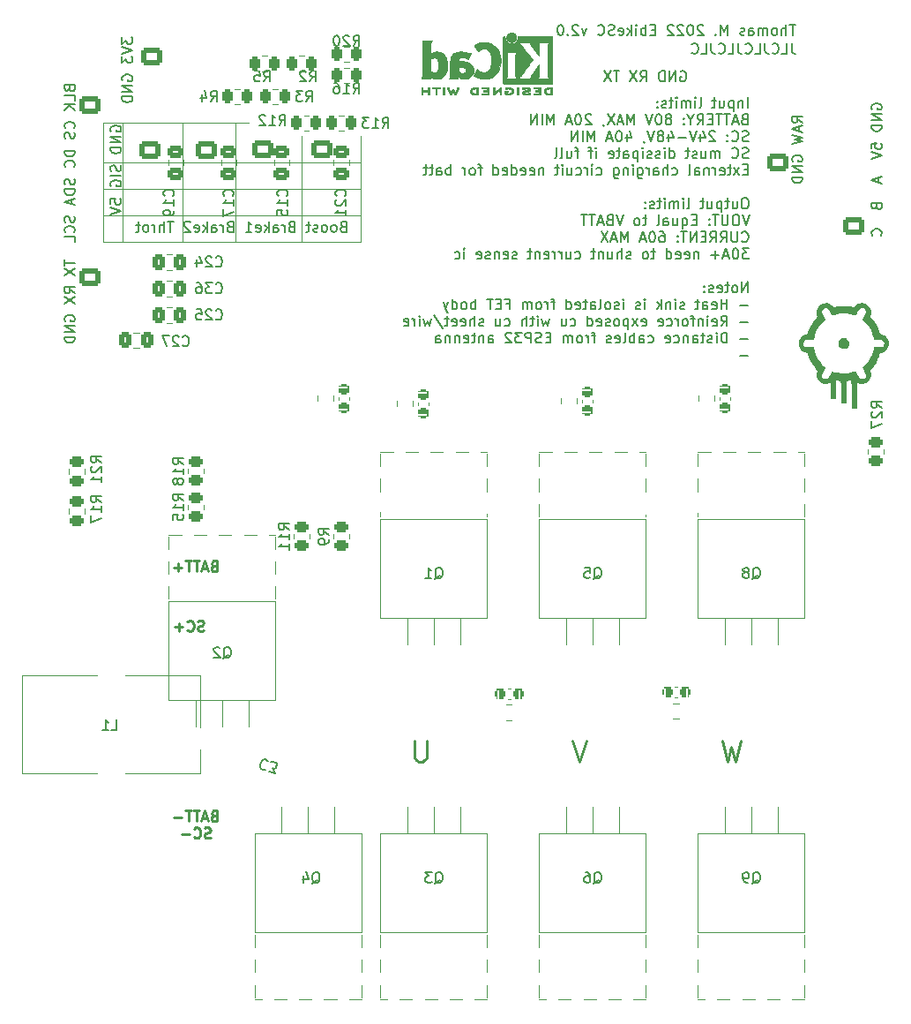
<source format=gbr>
%TF.GenerationSoftware,KiCad,Pcbnew,(6.0.7)*%
%TF.CreationDate,2022-12-27T00:24:06+11:00*%
%TF.ProjectId,esp32_esc,65737033-325f-4657-9363-2e6b69636164,rev?*%
%TF.SameCoordinates,Original*%
%TF.FileFunction,Legend,Bot*%
%TF.FilePolarity,Positive*%
%FSLAX46Y46*%
G04 Gerber Fmt 4.6, Leading zero omitted, Abs format (unit mm)*
G04 Created by KiCad (PCBNEW (6.0.7)) date 2022-12-27 00:24:06*
%MOMM*%
%LPD*%
G01*
G04 APERTURE LIST*
G04 Aperture macros list*
%AMRoundRect*
0 Rectangle with rounded corners*
0 $1 Rounding radius*
0 $2 $3 $4 $5 $6 $7 $8 $9 X,Y pos of 4 corners*
0 Add a 4 corners polygon primitive as box body*
4,1,4,$2,$3,$4,$5,$6,$7,$8,$9,$2,$3,0*
0 Add four circle primitives for the rounded corners*
1,1,$1+$1,$2,$3*
1,1,$1+$1,$4,$5*
1,1,$1+$1,$6,$7*
1,1,$1+$1,$8,$9*
0 Add four rect primitives between the rounded corners*
20,1,$1+$1,$2,$3,$4,$5,0*
20,1,$1+$1,$4,$5,$6,$7,0*
20,1,$1+$1,$6,$7,$8,$9,0*
20,1,$1+$1,$8,$9,$2,$3,0*%
%AMRotRect*
0 Rectangle, with rotation*
0 The origin of the aperture is its center*
0 $1 length*
0 $2 width*
0 $3 Rotation angle, in degrees counterclockwise*
0 Add horizontal line*
21,1,$1,$2,0,0,$3*%
%AMFreePoly0*
4,1,32,7.000000,-2.500000,0.000000,-2.500000,0.000000,-2.495067,-0.156976,-2.495067,-0.468453,-2.455718,-0.772542,-2.377641,-1.064448,-2.262068,-1.339567,-2.110820,-1.593560,-1.926283,-1.822422,-1.711368,-2.022542,-1.469463,-2.190767,-1.204384,-2.324441,-0.920311,-2.421458,-0.621725,-2.480287,-0.313333,-2.500000,0.000000,-2.480287,0.313333,-2.421458,0.621725,-2.324441,0.920311,-2.190767,1.204384,
-2.022542,1.469463,-1.822422,1.711368,-1.593560,1.926283,-1.339567,2.110820,-1.064448,2.262068,-0.772542,2.377641,-0.468453,2.455718,-0.156976,2.495067,0.000000,2.495067,0.000000,2.500000,7.000000,2.500000,7.000000,-2.500000,7.000000,-2.500000,$1*%
%AMFreePoly1*
4,1,13,0.080902,2.058779,0.100000,2.000000,0.100000,0.725000,0.587500,0.725000,0.587500,-0.725000,-0.587500,-0.725000,-0.587500,0.725000,-0.100000,0.725000,-0.100000,2.000000,-0.080902,2.058779,-0.030902,2.095106,0.030902,2.095106,0.080902,2.058779,0.080902,2.058779,$1*%
G04 Aperture macros list end*
%ADD10C,0.250000*%
%ADD11C,0.150000*%
%ADD12C,0.120000*%
%ADD13C,0.010000*%
%ADD14RotRect,2.000000X2.000000X255.000000*%
%ADD15C,2.000000*%
%ADD16R,1.600000X1.600000*%
%ADD17C,1.600000*%
%ADD18R,4.000000X4.000000*%
%ADD19FreePoly0,0.000000*%
%ADD20C,3.200000*%
%ADD21R,1.318000X1.318000*%
%ADD22C,1.318000*%
%ADD23RoundRect,0.250000X-0.750000X0.600000X-0.750000X-0.600000X0.750000X-0.600000X0.750000X0.600000X0*%
%ADD24O,2.000000X1.700000*%
%ADD25FreePoly0,180.000000*%
%ADD26RoundRect,0.250000X-0.725000X0.600000X-0.725000X-0.600000X0.725000X-0.600000X0.725000X0.600000X0*%
%ADD27O,1.950000X1.700000*%
%ADD28R,1.700000X1.700000*%
%ADD29O,1.700000X1.700000*%
%ADD30RotRect,1.600000X1.600000X300.000000*%
%ADD31RoundRect,0.250000X0.725000X-0.600000X0.725000X0.600000X-0.725000X0.600000X-0.725000X-0.600000X0*%
%ADD32C,2.400000*%
%ADD33O,2.400000X2.400000*%
%ADD34C,1.400000*%
%ADD35O,1.400000X1.400000*%
%ADD36RoundRect,0.250000X0.750000X-0.600000X0.750000X0.600000X-0.750000X0.600000X-0.750000X-0.600000X0*%
%ADD37RoundRect,0.250000X-0.450000X0.262500X-0.450000X-0.262500X0.450000X-0.262500X0.450000X0.262500X0*%
%ADD38RoundRect,0.250000X-0.262500X-0.450000X0.262500X-0.450000X0.262500X0.450000X-0.262500X0.450000X0*%
%ADD39R,1.905000X2.000000*%
%ADD40O,1.905000X2.000000*%
%ADD41RoundRect,0.250000X-0.475000X0.337500X-0.475000X-0.337500X0.475000X-0.337500X0.475000X0.337500X0*%
%ADD42RoundRect,0.250000X0.337500X0.475000X-0.337500X0.475000X-0.337500X-0.475000X0.337500X-0.475000X0*%
%ADD43C,3.000000*%
%ADD44RoundRect,0.237500X-0.237500X0.300000X-0.237500X-0.300000X0.237500X-0.300000X0.237500X0.300000X0*%
%ADD45FreePoly1,270.000000*%
%ADD46RoundRect,0.250000X0.450000X-0.262500X0.450000X0.262500X-0.450000X0.262500X-0.450000X-0.262500X0*%
%ADD47RoundRect,0.250000X0.262500X0.450000X-0.262500X0.450000X-0.262500X-0.450000X0.262500X-0.450000X0*%
%ADD48RoundRect,0.237500X-0.300000X-0.237500X0.300000X-0.237500X0.300000X0.237500X-0.300000X0.237500X0*%
%ADD49FreePoly1,0.000000*%
G04 APERTURE END LIST*
D10*
X105632142Y-103679761D02*
X105155952Y-105679761D01*
X104775000Y-104251190D01*
X104394047Y-105679761D01*
X103917857Y-103679761D01*
X90836666Y-103679761D02*
X90170000Y-105679761D01*
X89503333Y-103679761D01*
X75501428Y-103679761D02*
X75501428Y-105298809D01*
X75406190Y-105489285D01*
X75310952Y-105584523D01*
X75120476Y-105679761D01*
X74739523Y-105679761D01*
X74549047Y-105584523D01*
X74453809Y-105489285D01*
X74358571Y-105298809D01*
X74358571Y-103679761D01*
X55078095Y-110883571D02*
X54935238Y-110931190D01*
X54887619Y-110978809D01*
X54840000Y-111074047D01*
X54840000Y-111216904D01*
X54887619Y-111312142D01*
X54935238Y-111359761D01*
X55030476Y-111407380D01*
X55411428Y-111407380D01*
X55411428Y-110407380D01*
X55078095Y-110407380D01*
X54982857Y-110455000D01*
X54935238Y-110502619D01*
X54887619Y-110597857D01*
X54887619Y-110693095D01*
X54935238Y-110788333D01*
X54982857Y-110835952D01*
X55078095Y-110883571D01*
X55411428Y-110883571D01*
X54459047Y-111121666D02*
X53982857Y-111121666D01*
X54554285Y-111407380D02*
X54220952Y-110407380D01*
X53887619Y-111407380D01*
X53697142Y-110407380D02*
X53125714Y-110407380D01*
X53411428Y-111407380D02*
X53411428Y-110407380D01*
X52935238Y-110407380D02*
X52363809Y-110407380D01*
X52649523Y-111407380D02*
X52649523Y-110407380D01*
X52030476Y-111026428D02*
X51268571Y-111026428D01*
X54744761Y-112969761D02*
X54601904Y-113017380D01*
X54363809Y-113017380D01*
X54268571Y-112969761D01*
X54220952Y-112922142D01*
X54173333Y-112826904D01*
X54173333Y-112731666D01*
X54220952Y-112636428D01*
X54268571Y-112588809D01*
X54363809Y-112541190D01*
X54554285Y-112493571D01*
X54649523Y-112445952D01*
X54697142Y-112398333D01*
X54744761Y-112303095D01*
X54744761Y-112207857D01*
X54697142Y-112112619D01*
X54649523Y-112065000D01*
X54554285Y-112017380D01*
X54316190Y-112017380D01*
X54173333Y-112065000D01*
X53173333Y-112922142D02*
X53220952Y-112969761D01*
X53363809Y-113017380D01*
X53459047Y-113017380D01*
X53601904Y-112969761D01*
X53697142Y-112874523D01*
X53744761Y-112779285D01*
X53792380Y-112588809D01*
X53792380Y-112445952D01*
X53744761Y-112255476D01*
X53697142Y-112160238D01*
X53601904Y-112065000D01*
X53459047Y-112017380D01*
X53363809Y-112017380D01*
X53220952Y-112065000D01*
X53173333Y-112112619D01*
X52744761Y-112636428D02*
X51982857Y-112636428D01*
X54109761Y-93114761D02*
X53966904Y-93162380D01*
X53728809Y-93162380D01*
X53633571Y-93114761D01*
X53585952Y-93067142D01*
X53538333Y-92971904D01*
X53538333Y-92876666D01*
X53585952Y-92781428D01*
X53633571Y-92733809D01*
X53728809Y-92686190D01*
X53919285Y-92638571D01*
X54014523Y-92590952D01*
X54062142Y-92543333D01*
X54109761Y-92448095D01*
X54109761Y-92352857D01*
X54062142Y-92257619D01*
X54014523Y-92210000D01*
X53919285Y-92162380D01*
X53681190Y-92162380D01*
X53538333Y-92210000D01*
X52538333Y-93067142D02*
X52585952Y-93114761D01*
X52728809Y-93162380D01*
X52824047Y-93162380D01*
X52966904Y-93114761D01*
X53062142Y-93019523D01*
X53109761Y-92924285D01*
X53157380Y-92733809D01*
X53157380Y-92590952D01*
X53109761Y-92400476D01*
X53062142Y-92305238D01*
X52966904Y-92210000D01*
X52824047Y-92162380D01*
X52728809Y-92162380D01*
X52585952Y-92210000D01*
X52538333Y-92257619D01*
X52109761Y-92781428D02*
X51347857Y-92781428D01*
X51728809Y-93162380D02*
X51728809Y-92400476D01*
X55078095Y-86923571D02*
X54935238Y-86971190D01*
X54887619Y-87018809D01*
X54840000Y-87114047D01*
X54840000Y-87256904D01*
X54887619Y-87352142D01*
X54935238Y-87399761D01*
X55030476Y-87447380D01*
X55411428Y-87447380D01*
X55411428Y-86447380D01*
X55078095Y-86447380D01*
X54982857Y-86495000D01*
X54935238Y-86542619D01*
X54887619Y-86637857D01*
X54887619Y-86733095D01*
X54935238Y-86828333D01*
X54982857Y-86875952D01*
X55078095Y-86923571D01*
X55411428Y-86923571D01*
X54459047Y-87161666D02*
X53982857Y-87161666D01*
X54554285Y-87447380D02*
X54220952Y-86447380D01*
X53887619Y-87447380D01*
X53697142Y-86447380D02*
X53125714Y-86447380D01*
X53411428Y-87447380D02*
X53411428Y-86447380D01*
X52935238Y-86447380D02*
X52363809Y-86447380D01*
X52649523Y-87447380D02*
X52649523Y-86447380D01*
X52030476Y-87066428D02*
X51268571Y-87066428D01*
X51649523Y-87447380D02*
X51649523Y-86685476D01*
D11*
X99877142Y-39505000D02*
X99972380Y-39457380D01*
X100115238Y-39457380D01*
X100258095Y-39505000D01*
X100353333Y-39600238D01*
X100400952Y-39695476D01*
X100448571Y-39885952D01*
X100448571Y-40028809D01*
X100400952Y-40219285D01*
X100353333Y-40314523D01*
X100258095Y-40409761D01*
X100115238Y-40457380D01*
X100020000Y-40457380D01*
X99877142Y-40409761D01*
X99829523Y-40362142D01*
X99829523Y-40028809D01*
X100020000Y-40028809D01*
X99400952Y-40457380D02*
X99400952Y-39457380D01*
X98829523Y-40457380D01*
X98829523Y-39457380D01*
X98353333Y-40457380D02*
X98353333Y-39457380D01*
X98115238Y-39457380D01*
X97972380Y-39505000D01*
X97877142Y-39600238D01*
X97829523Y-39695476D01*
X97781904Y-39885952D01*
X97781904Y-40028809D01*
X97829523Y-40219285D01*
X97877142Y-40314523D01*
X97972380Y-40409761D01*
X98115238Y-40457380D01*
X98353333Y-40457380D01*
X96020000Y-40457380D02*
X96353333Y-39981190D01*
X96591428Y-40457380D02*
X96591428Y-39457380D01*
X96210476Y-39457380D01*
X96115238Y-39505000D01*
X96067619Y-39552619D01*
X96020000Y-39647857D01*
X96020000Y-39790714D01*
X96067619Y-39885952D01*
X96115238Y-39933571D01*
X96210476Y-39981190D01*
X96591428Y-39981190D01*
X95686666Y-39457380D02*
X95020000Y-40457380D01*
X95020000Y-39457380D02*
X95686666Y-40457380D01*
X94020000Y-39457380D02*
X93448571Y-39457380D01*
X93734285Y-40457380D02*
X93734285Y-39457380D01*
X93210476Y-39457380D02*
X92543809Y-40457380D01*
X92543809Y-39457380D02*
X93210476Y-40457380D01*
X111577380Y-44394761D02*
X111101190Y-44061428D01*
X111577380Y-43823333D02*
X110577380Y-43823333D01*
X110577380Y-44204285D01*
X110625000Y-44299523D01*
X110672619Y-44347142D01*
X110767857Y-44394761D01*
X110910714Y-44394761D01*
X111005952Y-44347142D01*
X111053571Y-44299523D01*
X111101190Y-44204285D01*
X111101190Y-43823333D01*
X111291666Y-44775714D02*
X111291666Y-45251904D01*
X111577380Y-44680476D02*
X110577380Y-45013809D01*
X111577380Y-45347142D01*
X110577380Y-45585238D02*
X111577380Y-45823333D01*
X110863095Y-46013809D01*
X111577380Y-46204285D01*
X110577380Y-46442380D01*
X110625000Y-48109047D02*
X110577380Y-48013809D01*
X110577380Y-47870952D01*
X110625000Y-47728095D01*
X110720238Y-47632857D01*
X110815476Y-47585238D01*
X111005952Y-47537619D01*
X111148809Y-47537619D01*
X111339285Y-47585238D01*
X111434523Y-47632857D01*
X111529761Y-47728095D01*
X111577380Y-47870952D01*
X111577380Y-47966190D01*
X111529761Y-48109047D01*
X111482142Y-48156666D01*
X111148809Y-48156666D01*
X111148809Y-47966190D01*
X111577380Y-48585238D02*
X110577380Y-48585238D01*
X111577380Y-49156666D01*
X110577380Y-49156666D01*
X111577380Y-49632857D02*
X110577380Y-49632857D01*
X110577380Y-49870952D01*
X110625000Y-50013809D01*
X110720238Y-50109047D01*
X110815476Y-50156666D01*
X111005952Y-50204285D01*
X111148809Y-50204285D01*
X111339285Y-50156666D01*
X111434523Y-50109047D01*
X111529761Y-50013809D01*
X111577380Y-49870952D01*
X111577380Y-49632857D01*
X118245000Y-43133095D02*
X118197380Y-43037857D01*
X118197380Y-42895000D01*
X118245000Y-42752142D01*
X118340238Y-42656904D01*
X118435476Y-42609285D01*
X118625952Y-42561666D01*
X118768809Y-42561666D01*
X118959285Y-42609285D01*
X119054523Y-42656904D01*
X119149761Y-42752142D01*
X119197380Y-42895000D01*
X119197380Y-42990238D01*
X119149761Y-43133095D01*
X119102142Y-43180714D01*
X118768809Y-43180714D01*
X118768809Y-42990238D01*
X119197380Y-43609285D02*
X118197380Y-43609285D01*
X119197380Y-44180714D01*
X118197380Y-44180714D01*
X119197380Y-44656904D02*
X118197380Y-44656904D01*
X118197380Y-44895000D01*
X118245000Y-45037857D01*
X118340238Y-45133095D01*
X118435476Y-45180714D01*
X118625952Y-45228333D01*
X118768809Y-45228333D01*
X118959285Y-45180714D01*
X119054523Y-45133095D01*
X119149761Y-45037857D01*
X119197380Y-44895000D01*
X119197380Y-44656904D01*
X118197380Y-46895000D02*
X118197380Y-46418809D01*
X118673571Y-46371190D01*
X118625952Y-46418809D01*
X118578333Y-46514047D01*
X118578333Y-46752142D01*
X118625952Y-46847380D01*
X118673571Y-46895000D01*
X118768809Y-46942619D01*
X119006904Y-46942619D01*
X119102142Y-46895000D01*
X119149761Y-46847380D01*
X119197380Y-46752142D01*
X119197380Y-46514047D01*
X119149761Y-46418809D01*
X119102142Y-46371190D01*
X118197380Y-47228333D02*
X119197380Y-47561666D01*
X118197380Y-47895000D01*
X118911666Y-49704523D02*
X118911666Y-50180714D01*
X119197380Y-49609285D02*
X118197380Y-49942619D01*
X119197380Y-50275952D01*
X118673571Y-52466428D02*
X118721190Y-52609285D01*
X118768809Y-52656904D01*
X118864047Y-52704523D01*
X119006904Y-52704523D01*
X119102142Y-52656904D01*
X119149761Y-52609285D01*
X119197380Y-52514047D01*
X119197380Y-52133095D01*
X118197380Y-52133095D01*
X118197380Y-52466428D01*
X118245000Y-52561666D01*
X118292619Y-52609285D01*
X118387857Y-52656904D01*
X118483095Y-52656904D01*
X118578333Y-52609285D01*
X118625952Y-52561666D01*
X118673571Y-52466428D01*
X118673571Y-52133095D01*
X119102142Y-55228333D02*
X119149761Y-55180714D01*
X119197380Y-55037857D01*
X119197380Y-54942619D01*
X119149761Y-54799761D01*
X119054523Y-54704523D01*
X118959285Y-54656904D01*
X118768809Y-54609285D01*
X118625952Y-54609285D01*
X118435476Y-54656904D01*
X118340238Y-54704523D01*
X118245000Y-54799761D01*
X118197380Y-54942619D01*
X118197380Y-55037857D01*
X118245000Y-55180714D01*
X118292619Y-55228333D01*
X40727380Y-57571190D02*
X40727380Y-58142619D01*
X41727380Y-57856904D02*
X40727380Y-57856904D01*
X40727380Y-58380714D02*
X41727380Y-59047380D01*
X40727380Y-59047380D02*
X41727380Y-58380714D01*
X41727380Y-60761666D02*
X41251190Y-60428333D01*
X41727380Y-60190238D02*
X40727380Y-60190238D01*
X40727380Y-60571190D01*
X40775000Y-60666428D01*
X40822619Y-60714047D01*
X40917857Y-60761666D01*
X41060714Y-60761666D01*
X41155952Y-60714047D01*
X41203571Y-60666428D01*
X41251190Y-60571190D01*
X41251190Y-60190238D01*
X40727380Y-61095000D02*
X41727380Y-61761666D01*
X40727380Y-61761666D02*
X41727380Y-61095000D01*
X40775000Y-63428333D02*
X40727380Y-63333095D01*
X40727380Y-63190238D01*
X40775000Y-63047380D01*
X40870238Y-62952142D01*
X40965476Y-62904523D01*
X41155952Y-62856904D01*
X41298809Y-62856904D01*
X41489285Y-62904523D01*
X41584523Y-62952142D01*
X41679761Y-63047380D01*
X41727380Y-63190238D01*
X41727380Y-63285476D01*
X41679761Y-63428333D01*
X41632142Y-63475952D01*
X41298809Y-63475952D01*
X41298809Y-63285476D01*
X41727380Y-63904523D02*
X40727380Y-63904523D01*
X41727380Y-64475952D01*
X40727380Y-64475952D01*
X41727380Y-64952142D02*
X40727380Y-64952142D01*
X40727380Y-65190238D01*
X40775000Y-65333095D01*
X40870238Y-65428333D01*
X40965476Y-65475952D01*
X41155952Y-65523571D01*
X41298809Y-65523571D01*
X41489285Y-65475952D01*
X41584523Y-65428333D01*
X41679761Y-65333095D01*
X41727380Y-65190238D01*
X41727380Y-64952142D01*
X46272380Y-36227142D02*
X46272380Y-36846190D01*
X46653333Y-36512857D01*
X46653333Y-36655714D01*
X46700952Y-36750952D01*
X46748571Y-36798571D01*
X46843809Y-36846190D01*
X47081904Y-36846190D01*
X47177142Y-36798571D01*
X47224761Y-36750952D01*
X47272380Y-36655714D01*
X47272380Y-36370000D01*
X47224761Y-36274761D01*
X47177142Y-36227142D01*
X46272380Y-37131904D02*
X47272380Y-37465238D01*
X46272380Y-37798571D01*
X46272380Y-38036666D02*
X46272380Y-38655714D01*
X46653333Y-38322380D01*
X46653333Y-38465238D01*
X46700952Y-38560476D01*
X46748571Y-38608095D01*
X46843809Y-38655714D01*
X47081904Y-38655714D01*
X47177142Y-38608095D01*
X47224761Y-38560476D01*
X47272380Y-38465238D01*
X47272380Y-38179523D01*
X47224761Y-38084285D01*
X47177142Y-38036666D01*
X46320000Y-40370000D02*
X46272380Y-40274761D01*
X46272380Y-40131904D01*
X46320000Y-39989047D01*
X46415238Y-39893809D01*
X46510476Y-39846190D01*
X46700952Y-39798571D01*
X46843809Y-39798571D01*
X47034285Y-39846190D01*
X47129523Y-39893809D01*
X47224761Y-39989047D01*
X47272380Y-40131904D01*
X47272380Y-40227142D01*
X47224761Y-40370000D01*
X47177142Y-40417619D01*
X46843809Y-40417619D01*
X46843809Y-40227142D01*
X47272380Y-40846190D02*
X46272380Y-40846190D01*
X47272380Y-41417619D01*
X46272380Y-41417619D01*
X47272380Y-41893809D02*
X46272380Y-41893809D01*
X46272380Y-42131904D01*
X46320000Y-42274761D01*
X46415238Y-42370000D01*
X46510476Y-42417619D01*
X46700952Y-42465238D01*
X46843809Y-42465238D01*
X47034285Y-42417619D01*
X47129523Y-42370000D01*
X47224761Y-42274761D01*
X47272380Y-42131904D01*
X47272380Y-41893809D01*
X41203571Y-41140952D02*
X41251190Y-41283809D01*
X41298809Y-41331428D01*
X41394047Y-41379047D01*
X41536904Y-41379047D01*
X41632142Y-41331428D01*
X41679761Y-41283809D01*
X41727380Y-41188571D01*
X41727380Y-40807619D01*
X40727380Y-40807619D01*
X40727380Y-41140952D01*
X40775000Y-41236190D01*
X40822619Y-41283809D01*
X40917857Y-41331428D01*
X41013095Y-41331428D01*
X41108333Y-41283809D01*
X41155952Y-41236190D01*
X41203571Y-41140952D01*
X41203571Y-40807619D01*
X41727380Y-42283809D02*
X41727380Y-41807619D01*
X40727380Y-41807619D01*
X41727380Y-42617142D02*
X40727380Y-42617142D01*
X41727380Y-43188571D02*
X41155952Y-42760000D01*
X40727380Y-43188571D02*
X41298809Y-42617142D01*
X41632142Y-44950476D02*
X41679761Y-44902857D01*
X41727380Y-44760000D01*
X41727380Y-44664761D01*
X41679761Y-44521904D01*
X41584523Y-44426666D01*
X41489285Y-44379047D01*
X41298809Y-44331428D01*
X41155952Y-44331428D01*
X40965476Y-44379047D01*
X40870238Y-44426666D01*
X40775000Y-44521904D01*
X40727380Y-44664761D01*
X40727380Y-44760000D01*
X40775000Y-44902857D01*
X40822619Y-44950476D01*
X41679761Y-45331428D02*
X41727380Y-45474285D01*
X41727380Y-45712380D01*
X41679761Y-45807619D01*
X41632142Y-45855238D01*
X41536904Y-45902857D01*
X41441666Y-45902857D01*
X41346428Y-45855238D01*
X41298809Y-45807619D01*
X41251190Y-45712380D01*
X41203571Y-45521904D01*
X41155952Y-45426666D01*
X41108333Y-45379047D01*
X41013095Y-45331428D01*
X40917857Y-45331428D01*
X40822619Y-45379047D01*
X40775000Y-45426666D01*
X40727380Y-45521904D01*
X40727380Y-45760000D01*
X40775000Y-45902857D01*
X41727380Y-47093333D02*
X40727380Y-47093333D01*
X40727380Y-47331428D01*
X40775000Y-47474285D01*
X40870238Y-47569523D01*
X40965476Y-47617142D01*
X41155952Y-47664761D01*
X41298809Y-47664761D01*
X41489285Y-47617142D01*
X41584523Y-47569523D01*
X41679761Y-47474285D01*
X41727380Y-47331428D01*
X41727380Y-47093333D01*
X41632142Y-48664761D02*
X41679761Y-48617142D01*
X41727380Y-48474285D01*
X41727380Y-48379047D01*
X41679761Y-48236190D01*
X41584523Y-48140952D01*
X41489285Y-48093333D01*
X41298809Y-48045714D01*
X41155952Y-48045714D01*
X40965476Y-48093333D01*
X40870238Y-48140952D01*
X40775000Y-48236190D01*
X40727380Y-48379047D01*
X40727380Y-48474285D01*
X40775000Y-48617142D01*
X40822619Y-48664761D01*
X41679761Y-49807619D02*
X41727380Y-49950476D01*
X41727380Y-50188571D01*
X41679761Y-50283809D01*
X41632142Y-50331428D01*
X41536904Y-50379047D01*
X41441666Y-50379047D01*
X41346428Y-50331428D01*
X41298809Y-50283809D01*
X41251190Y-50188571D01*
X41203571Y-49998095D01*
X41155952Y-49902857D01*
X41108333Y-49855238D01*
X41013095Y-49807619D01*
X40917857Y-49807619D01*
X40822619Y-49855238D01*
X40775000Y-49902857D01*
X40727380Y-49998095D01*
X40727380Y-50236190D01*
X40775000Y-50379047D01*
X41727380Y-50807619D02*
X40727380Y-50807619D01*
X40727380Y-51045714D01*
X40775000Y-51188571D01*
X40870238Y-51283809D01*
X40965476Y-51331428D01*
X41155952Y-51379047D01*
X41298809Y-51379047D01*
X41489285Y-51331428D01*
X41584523Y-51283809D01*
X41679761Y-51188571D01*
X41727380Y-51045714D01*
X41727380Y-50807619D01*
X41441666Y-51760000D02*
X41441666Y-52236190D01*
X41727380Y-51664761D02*
X40727380Y-51998095D01*
X41727380Y-52331428D01*
X41679761Y-53379047D02*
X41727380Y-53521904D01*
X41727380Y-53760000D01*
X41679761Y-53855238D01*
X41632142Y-53902857D01*
X41536904Y-53950476D01*
X41441666Y-53950476D01*
X41346428Y-53902857D01*
X41298809Y-53855238D01*
X41251190Y-53760000D01*
X41203571Y-53569523D01*
X41155952Y-53474285D01*
X41108333Y-53426666D01*
X41013095Y-53379047D01*
X40917857Y-53379047D01*
X40822619Y-53426666D01*
X40775000Y-53474285D01*
X40727380Y-53569523D01*
X40727380Y-53807619D01*
X40775000Y-53950476D01*
X41632142Y-54950476D02*
X41679761Y-54902857D01*
X41727380Y-54760000D01*
X41727380Y-54664761D01*
X41679761Y-54521904D01*
X41584523Y-54426666D01*
X41489285Y-54379047D01*
X41298809Y-54331428D01*
X41155952Y-54331428D01*
X40965476Y-54379047D01*
X40870238Y-54426666D01*
X40775000Y-54521904D01*
X40727380Y-54664761D01*
X40727380Y-54760000D01*
X40775000Y-54902857D01*
X40822619Y-54950476D01*
X41727380Y-55855238D02*
X41727380Y-55379047D01*
X40727380Y-55379047D01*
D12*
X44450000Y-53340000D02*
X69215000Y-53340000D01*
X46355000Y-44450000D02*
X46355000Y-55880000D01*
X44450000Y-50800000D02*
X69215000Y-50800000D01*
X44450000Y-48260000D02*
X69215000Y-48260000D01*
X63500000Y-55880000D02*
X63500000Y-45720000D01*
X57150000Y-44450000D02*
X57150000Y-55880000D01*
X52070000Y-44450000D02*
X52070000Y-55880000D01*
X69215000Y-55880000D02*
X69215000Y-45720000D01*
X44450000Y-55880000D02*
X69215000Y-55880000D01*
X44450000Y-44450000D02*
X44450000Y-55880000D01*
X44450000Y-44450000D02*
X58420000Y-44450000D01*
D11*
X45220000Y-45252142D02*
X45172380Y-45156904D01*
X45172380Y-45014047D01*
X45220000Y-44871190D01*
X45315238Y-44775952D01*
X45410476Y-44728333D01*
X45600952Y-44680714D01*
X45743809Y-44680714D01*
X45934285Y-44728333D01*
X46029523Y-44775952D01*
X46124761Y-44871190D01*
X46172380Y-45014047D01*
X46172380Y-45109285D01*
X46124761Y-45252142D01*
X46077142Y-45299761D01*
X45743809Y-45299761D01*
X45743809Y-45109285D01*
X46172380Y-45728333D02*
X45172380Y-45728333D01*
X46172380Y-46299761D01*
X45172380Y-46299761D01*
X46172380Y-46775952D02*
X45172380Y-46775952D01*
X45172380Y-47014047D01*
X45220000Y-47156904D01*
X45315238Y-47252142D01*
X45410476Y-47299761D01*
X45600952Y-47347380D01*
X45743809Y-47347380D01*
X45934285Y-47299761D01*
X46029523Y-47252142D01*
X46124761Y-47156904D01*
X46172380Y-47014047D01*
X46172380Y-46775952D01*
X46124761Y-48490238D02*
X46172380Y-48633095D01*
X46172380Y-48871190D01*
X46124761Y-48966428D01*
X46077142Y-49014047D01*
X45981904Y-49061666D01*
X45886666Y-49061666D01*
X45791428Y-49014047D01*
X45743809Y-48966428D01*
X45696190Y-48871190D01*
X45648571Y-48680714D01*
X45600952Y-48585476D01*
X45553333Y-48537857D01*
X45458095Y-48490238D01*
X45362857Y-48490238D01*
X45267619Y-48537857D01*
X45220000Y-48585476D01*
X45172380Y-48680714D01*
X45172380Y-48918809D01*
X45220000Y-49061666D01*
X46172380Y-49490238D02*
X45172380Y-49490238D01*
X45220000Y-50490238D02*
X45172380Y-50395000D01*
X45172380Y-50252142D01*
X45220000Y-50109285D01*
X45315238Y-50014047D01*
X45410476Y-49966428D01*
X45600952Y-49918809D01*
X45743809Y-49918809D01*
X45934285Y-49966428D01*
X46029523Y-50014047D01*
X46124761Y-50109285D01*
X46172380Y-50252142D01*
X46172380Y-50347380D01*
X46124761Y-50490238D01*
X46077142Y-50537857D01*
X45743809Y-50537857D01*
X45743809Y-50347380D01*
X45172380Y-52204523D02*
X45172380Y-51728333D01*
X45648571Y-51680714D01*
X45600952Y-51728333D01*
X45553333Y-51823571D01*
X45553333Y-52061666D01*
X45600952Y-52156904D01*
X45648571Y-52204523D01*
X45743809Y-52252142D01*
X45981904Y-52252142D01*
X46077142Y-52204523D01*
X46124761Y-52156904D01*
X46172380Y-52061666D01*
X46172380Y-51823571D01*
X46124761Y-51728333D01*
X46077142Y-51680714D01*
X45172380Y-52537857D02*
X46172380Y-52871190D01*
X45172380Y-53204523D01*
X67475476Y-54368571D02*
X67332619Y-54416190D01*
X67285000Y-54463809D01*
X67237380Y-54559047D01*
X67237380Y-54701904D01*
X67285000Y-54797142D01*
X67332619Y-54844761D01*
X67427857Y-54892380D01*
X67808809Y-54892380D01*
X67808809Y-53892380D01*
X67475476Y-53892380D01*
X67380238Y-53940000D01*
X67332619Y-53987619D01*
X67285000Y-54082857D01*
X67285000Y-54178095D01*
X67332619Y-54273333D01*
X67380238Y-54320952D01*
X67475476Y-54368571D01*
X67808809Y-54368571D01*
X66665952Y-54892380D02*
X66761190Y-54844761D01*
X66808809Y-54797142D01*
X66856428Y-54701904D01*
X66856428Y-54416190D01*
X66808809Y-54320952D01*
X66761190Y-54273333D01*
X66665952Y-54225714D01*
X66523095Y-54225714D01*
X66427857Y-54273333D01*
X66380238Y-54320952D01*
X66332619Y-54416190D01*
X66332619Y-54701904D01*
X66380238Y-54797142D01*
X66427857Y-54844761D01*
X66523095Y-54892380D01*
X66665952Y-54892380D01*
X65761190Y-54892380D02*
X65856428Y-54844761D01*
X65904047Y-54797142D01*
X65951666Y-54701904D01*
X65951666Y-54416190D01*
X65904047Y-54320952D01*
X65856428Y-54273333D01*
X65761190Y-54225714D01*
X65618333Y-54225714D01*
X65523095Y-54273333D01*
X65475476Y-54320952D01*
X65427857Y-54416190D01*
X65427857Y-54701904D01*
X65475476Y-54797142D01*
X65523095Y-54844761D01*
X65618333Y-54892380D01*
X65761190Y-54892380D01*
X65046904Y-54844761D02*
X64951666Y-54892380D01*
X64761190Y-54892380D01*
X64665952Y-54844761D01*
X64618333Y-54749523D01*
X64618333Y-54701904D01*
X64665952Y-54606666D01*
X64761190Y-54559047D01*
X64904047Y-54559047D01*
X64999285Y-54511428D01*
X65046904Y-54416190D01*
X65046904Y-54368571D01*
X64999285Y-54273333D01*
X64904047Y-54225714D01*
X64761190Y-54225714D01*
X64665952Y-54273333D01*
X64332619Y-54225714D02*
X63951666Y-54225714D01*
X64189761Y-53892380D02*
X64189761Y-54749523D01*
X64142142Y-54844761D01*
X64046904Y-54892380D01*
X63951666Y-54892380D01*
X62523095Y-54368571D02*
X62380238Y-54416190D01*
X62332619Y-54463809D01*
X62285000Y-54559047D01*
X62285000Y-54701904D01*
X62332619Y-54797142D01*
X62380238Y-54844761D01*
X62475476Y-54892380D01*
X62856428Y-54892380D01*
X62856428Y-53892380D01*
X62523095Y-53892380D01*
X62427857Y-53940000D01*
X62380238Y-53987619D01*
X62332619Y-54082857D01*
X62332619Y-54178095D01*
X62380238Y-54273333D01*
X62427857Y-54320952D01*
X62523095Y-54368571D01*
X62856428Y-54368571D01*
X61856428Y-54892380D02*
X61856428Y-54225714D01*
X61856428Y-54416190D02*
X61808809Y-54320952D01*
X61761190Y-54273333D01*
X61665952Y-54225714D01*
X61570714Y-54225714D01*
X60808809Y-54892380D02*
X60808809Y-54368571D01*
X60856428Y-54273333D01*
X60951666Y-54225714D01*
X61142142Y-54225714D01*
X61237380Y-54273333D01*
X60808809Y-54844761D02*
X60904047Y-54892380D01*
X61142142Y-54892380D01*
X61237380Y-54844761D01*
X61285000Y-54749523D01*
X61285000Y-54654285D01*
X61237380Y-54559047D01*
X61142142Y-54511428D01*
X60904047Y-54511428D01*
X60808809Y-54463809D01*
X60332619Y-54892380D02*
X60332619Y-53892380D01*
X60237380Y-54511428D02*
X59951666Y-54892380D01*
X59951666Y-54225714D02*
X60332619Y-54606666D01*
X59142142Y-54844761D02*
X59237380Y-54892380D01*
X59427857Y-54892380D01*
X59523095Y-54844761D01*
X59570714Y-54749523D01*
X59570714Y-54368571D01*
X59523095Y-54273333D01*
X59427857Y-54225714D01*
X59237380Y-54225714D01*
X59142142Y-54273333D01*
X59094523Y-54368571D01*
X59094523Y-54463809D01*
X59570714Y-54559047D01*
X58142142Y-54892380D02*
X58713571Y-54892380D01*
X58427857Y-54892380D02*
X58427857Y-53892380D01*
X58523095Y-54035238D01*
X58618333Y-54130476D01*
X58713571Y-54178095D01*
X56618333Y-54368571D02*
X56475476Y-54416190D01*
X56427857Y-54463809D01*
X56380238Y-54559047D01*
X56380238Y-54701904D01*
X56427857Y-54797142D01*
X56475476Y-54844761D01*
X56570714Y-54892380D01*
X56951666Y-54892380D01*
X56951666Y-53892380D01*
X56618333Y-53892380D01*
X56523095Y-53940000D01*
X56475476Y-53987619D01*
X56427857Y-54082857D01*
X56427857Y-54178095D01*
X56475476Y-54273333D01*
X56523095Y-54320952D01*
X56618333Y-54368571D01*
X56951666Y-54368571D01*
X55951666Y-54892380D02*
X55951666Y-54225714D01*
X55951666Y-54416190D02*
X55904047Y-54320952D01*
X55856428Y-54273333D01*
X55761190Y-54225714D01*
X55665952Y-54225714D01*
X54904047Y-54892380D02*
X54904047Y-54368571D01*
X54951666Y-54273333D01*
X55046904Y-54225714D01*
X55237380Y-54225714D01*
X55332619Y-54273333D01*
X54904047Y-54844761D02*
X54999285Y-54892380D01*
X55237380Y-54892380D01*
X55332619Y-54844761D01*
X55380238Y-54749523D01*
X55380238Y-54654285D01*
X55332619Y-54559047D01*
X55237380Y-54511428D01*
X54999285Y-54511428D01*
X54904047Y-54463809D01*
X54427857Y-54892380D02*
X54427857Y-53892380D01*
X54332619Y-54511428D02*
X54046904Y-54892380D01*
X54046904Y-54225714D02*
X54427857Y-54606666D01*
X53237380Y-54844761D02*
X53332619Y-54892380D01*
X53523095Y-54892380D01*
X53618333Y-54844761D01*
X53665952Y-54749523D01*
X53665952Y-54368571D01*
X53618333Y-54273333D01*
X53523095Y-54225714D01*
X53332619Y-54225714D01*
X53237380Y-54273333D01*
X53189761Y-54368571D01*
X53189761Y-54463809D01*
X53665952Y-54559047D01*
X52808809Y-53987619D02*
X52761190Y-53940000D01*
X52665952Y-53892380D01*
X52427857Y-53892380D01*
X52332619Y-53940000D01*
X52285000Y-53987619D01*
X52237380Y-54082857D01*
X52237380Y-54178095D01*
X52285000Y-54320952D01*
X52856428Y-54892380D01*
X52237380Y-54892380D01*
X51189761Y-53892380D02*
X50618333Y-53892380D01*
X50904047Y-54892380D02*
X50904047Y-53892380D01*
X50285000Y-54892380D02*
X50285000Y-53892380D01*
X49856428Y-54892380D02*
X49856428Y-54368571D01*
X49904047Y-54273333D01*
X49999285Y-54225714D01*
X50142142Y-54225714D01*
X50237380Y-54273333D01*
X50285000Y-54320952D01*
X49380238Y-54892380D02*
X49380238Y-54225714D01*
X49380238Y-54416190D02*
X49332619Y-54320952D01*
X49285000Y-54273333D01*
X49189761Y-54225714D01*
X49094523Y-54225714D01*
X48618333Y-54892380D02*
X48713571Y-54844761D01*
X48761190Y-54797142D01*
X48808809Y-54701904D01*
X48808809Y-54416190D01*
X48761190Y-54320952D01*
X48713571Y-54273333D01*
X48618333Y-54225714D01*
X48475476Y-54225714D01*
X48380238Y-54273333D01*
X48332619Y-54320952D01*
X48285000Y-54416190D01*
X48285000Y-54701904D01*
X48332619Y-54797142D01*
X48380238Y-54844761D01*
X48475476Y-54892380D01*
X48618333Y-54892380D01*
X47999285Y-54225714D02*
X47618333Y-54225714D01*
X47856428Y-53892380D02*
X47856428Y-54749523D01*
X47808809Y-54844761D01*
X47713571Y-54892380D01*
X47618333Y-54892380D01*
X106344404Y-42987380D02*
X106344404Y-41987380D01*
X105868214Y-42320714D02*
X105868214Y-42987380D01*
X105868214Y-42415952D02*
X105820595Y-42368333D01*
X105725357Y-42320714D01*
X105582500Y-42320714D01*
X105487261Y-42368333D01*
X105439642Y-42463571D01*
X105439642Y-42987380D01*
X104963452Y-42320714D02*
X104963452Y-43320714D01*
X104963452Y-42368333D02*
X104868214Y-42320714D01*
X104677738Y-42320714D01*
X104582500Y-42368333D01*
X104534880Y-42415952D01*
X104487261Y-42511190D01*
X104487261Y-42796904D01*
X104534880Y-42892142D01*
X104582500Y-42939761D01*
X104677738Y-42987380D01*
X104868214Y-42987380D01*
X104963452Y-42939761D01*
X103630119Y-42320714D02*
X103630119Y-42987380D01*
X104058690Y-42320714D02*
X104058690Y-42844523D01*
X104011071Y-42939761D01*
X103915833Y-42987380D01*
X103772976Y-42987380D01*
X103677738Y-42939761D01*
X103630119Y-42892142D01*
X103296785Y-42320714D02*
X102915833Y-42320714D01*
X103153928Y-41987380D02*
X103153928Y-42844523D01*
X103106309Y-42939761D01*
X103011071Y-42987380D01*
X102915833Y-42987380D01*
X101677738Y-42987380D02*
X101772976Y-42939761D01*
X101820595Y-42844523D01*
X101820595Y-41987380D01*
X101296785Y-42987380D02*
X101296785Y-42320714D01*
X101296785Y-41987380D02*
X101344404Y-42035000D01*
X101296785Y-42082619D01*
X101249166Y-42035000D01*
X101296785Y-41987380D01*
X101296785Y-42082619D01*
X100820595Y-42987380D02*
X100820595Y-42320714D01*
X100820595Y-42415952D02*
X100772976Y-42368333D01*
X100677738Y-42320714D01*
X100534880Y-42320714D01*
X100439642Y-42368333D01*
X100392023Y-42463571D01*
X100392023Y-42987380D01*
X100392023Y-42463571D02*
X100344404Y-42368333D01*
X100249166Y-42320714D01*
X100106309Y-42320714D01*
X100011071Y-42368333D01*
X99963452Y-42463571D01*
X99963452Y-42987380D01*
X99487261Y-42987380D02*
X99487261Y-42320714D01*
X99487261Y-41987380D02*
X99534880Y-42035000D01*
X99487261Y-42082619D01*
X99439642Y-42035000D01*
X99487261Y-41987380D01*
X99487261Y-42082619D01*
X99153928Y-42320714D02*
X98772976Y-42320714D01*
X99011071Y-41987380D02*
X99011071Y-42844523D01*
X98963452Y-42939761D01*
X98868214Y-42987380D01*
X98772976Y-42987380D01*
X98487261Y-42939761D02*
X98392023Y-42987380D01*
X98201547Y-42987380D01*
X98106309Y-42939761D01*
X98058690Y-42844523D01*
X98058690Y-42796904D01*
X98106309Y-42701666D01*
X98201547Y-42654047D01*
X98344404Y-42654047D01*
X98439642Y-42606428D01*
X98487261Y-42511190D01*
X98487261Y-42463571D01*
X98439642Y-42368333D01*
X98344404Y-42320714D01*
X98201547Y-42320714D01*
X98106309Y-42368333D01*
X97630119Y-42892142D02*
X97582500Y-42939761D01*
X97630119Y-42987380D01*
X97677738Y-42939761D01*
X97630119Y-42892142D01*
X97630119Y-42987380D01*
X97630119Y-42368333D02*
X97582500Y-42415952D01*
X97630119Y-42463571D01*
X97677738Y-42415952D01*
X97630119Y-42368333D01*
X97630119Y-42463571D01*
X106011071Y-44073571D02*
X105868214Y-44121190D01*
X105820595Y-44168809D01*
X105772976Y-44264047D01*
X105772976Y-44406904D01*
X105820595Y-44502142D01*
X105868214Y-44549761D01*
X105963452Y-44597380D01*
X106344404Y-44597380D01*
X106344404Y-43597380D01*
X106011071Y-43597380D01*
X105915833Y-43645000D01*
X105868214Y-43692619D01*
X105820595Y-43787857D01*
X105820595Y-43883095D01*
X105868214Y-43978333D01*
X105915833Y-44025952D01*
X106011071Y-44073571D01*
X106344404Y-44073571D01*
X105392023Y-44311666D02*
X104915833Y-44311666D01*
X105487261Y-44597380D02*
X105153928Y-43597380D01*
X104820595Y-44597380D01*
X104630119Y-43597380D02*
X104058690Y-43597380D01*
X104344404Y-44597380D02*
X104344404Y-43597380D01*
X103868214Y-43597380D02*
X103296785Y-43597380D01*
X103582500Y-44597380D02*
X103582500Y-43597380D01*
X102963452Y-44073571D02*
X102630119Y-44073571D01*
X102487261Y-44597380D02*
X102963452Y-44597380D01*
X102963452Y-43597380D01*
X102487261Y-43597380D01*
X101487261Y-44597380D02*
X101820595Y-44121190D01*
X102058690Y-44597380D02*
X102058690Y-43597380D01*
X101677738Y-43597380D01*
X101582500Y-43645000D01*
X101534880Y-43692619D01*
X101487261Y-43787857D01*
X101487261Y-43930714D01*
X101534880Y-44025952D01*
X101582500Y-44073571D01*
X101677738Y-44121190D01*
X102058690Y-44121190D01*
X100868214Y-44121190D02*
X100868214Y-44597380D01*
X101201547Y-43597380D02*
X100868214Y-44121190D01*
X100534880Y-43597380D01*
X100201547Y-44502142D02*
X100153928Y-44549761D01*
X100201547Y-44597380D01*
X100249166Y-44549761D01*
X100201547Y-44502142D01*
X100201547Y-44597380D01*
X100201547Y-43978333D02*
X100153928Y-44025952D01*
X100201547Y-44073571D01*
X100249166Y-44025952D01*
X100201547Y-43978333D01*
X100201547Y-44073571D01*
X98820595Y-44025952D02*
X98915833Y-43978333D01*
X98963452Y-43930714D01*
X99011071Y-43835476D01*
X99011071Y-43787857D01*
X98963452Y-43692619D01*
X98915833Y-43645000D01*
X98820595Y-43597380D01*
X98630119Y-43597380D01*
X98534880Y-43645000D01*
X98487261Y-43692619D01*
X98439642Y-43787857D01*
X98439642Y-43835476D01*
X98487261Y-43930714D01*
X98534880Y-43978333D01*
X98630119Y-44025952D01*
X98820595Y-44025952D01*
X98915833Y-44073571D01*
X98963452Y-44121190D01*
X99011071Y-44216428D01*
X99011071Y-44406904D01*
X98963452Y-44502142D01*
X98915833Y-44549761D01*
X98820595Y-44597380D01*
X98630119Y-44597380D01*
X98534880Y-44549761D01*
X98487261Y-44502142D01*
X98439642Y-44406904D01*
X98439642Y-44216428D01*
X98487261Y-44121190D01*
X98534880Y-44073571D01*
X98630119Y-44025952D01*
X97820595Y-43597380D02*
X97725357Y-43597380D01*
X97630119Y-43645000D01*
X97582500Y-43692619D01*
X97534880Y-43787857D01*
X97487261Y-43978333D01*
X97487261Y-44216428D01*
X97534880Y-44406904D01*
X97582500Y-44502142D01*
X97630119Y-44549761D01*
X97725357Y-44597380D01*
X97820595Y-44597380D01*
X97915833Y-44549761D01*
X97963452Y-44502142D01*
X98011071Y-44406904D01*
X98058690Y-44216428D01*
X98058690Y-43978333D01*
X98011071Y-43787857D01*
X97963452Y-43692619D01*
X97915833Y-43645000D01*
X97820595Y-43597380D01*
X97201547Y-43597380D02*
X96868214Y-44597380D01*
X96534880Y-43597380D01*
X95439642Y-44597380D02*
X95439642Y-43597380D01*
X95106309Y-44311666D01*
X94772976Y-43597380D01*
X94772976Y-44597380D01*
X94344404Y-44311666D02*
X93868214Y-44311666D01*
X94439642Y-44597380D02*
X94106309Y-43597380D01*
X93772976Y-44597380D01*
X93534880Y-43597380D02*
X92868214Y-44597380D01*
X92868214Y-43597380D02*
X93534880Y-44597380D01*
X92439642Y-44549761D02*
X92439642Y-44597380D01*
X92487261Y-44692619D01*
X92534880Y-44740238D01*
X91296785Y-43692619D02*
X91249166Y-43645000D01*
X91153928Y-43597380D01*
X90915833Y-43597380D01*
X90820595Y-43645000D01*
X90772976Y-43692619D01*
X90725357Y-43787857D01*
X90725357Y-43883095D01*
X90772976Y-44025952D01*
X91344404Y-44597380D01*
X90725357Y-44597380D01*
X90106309Y-43597380D02*
X90011071Y-43597380D01*
X89915833Y-43645000D01*
X89868214Y-43692619D01*
X89820595Y-43787857D01*
X89772976Y-43978333D01*
X89772976Y-44216428D01*
X89820595Y-44406904D01*
X89868214Y-44502142D01*
X89915833Y-44549761D01*
X90011071Y-44597380D01*
X90106309Y-44597380D01*
X90201547Y-44549761D01*
X90249166Y-44502142D01*
X90296785Y-44406904D01*
X90344404Y-44216428D01*
X90344404Y-43978333D01*
X90296785Y-43787857D01*
X90249166Y-43692619D01*
X90201547Y-43645000D01*
X90106309Y-43597380D01*
X89392023Y-44311666D02*
X88915833Y-44311666D01*
X89487261Y-44597380D02*
X89153928Y-43597380D01*
X88820595Y-44597380D01*
X87725357Y-44597380D02*
X87725357Y-43597380D01*
X87392023Y-44311666D01*
X87058690Y-43597380D01*
X87058690Y-44597380D01*
X86582500Y-44597380D02*
X86582500Y-43597380D01*
X86106309Y-44597380D02*
X86106309Y-43597380D01*
X85534880Y-44597380D01*
X85534880Y-43597380D01*
X106392023Y-46159761D02*
X106249166Y-46207380D01*
X106011071Y-46207380D01*
X105915833Y-46159761D01*
X105868214Y-46112142D01*
X105820595Y-46016904D01*
X105820595Y-45921666D01*
X105868214Y-45826428D01*
X105915833Y-45778809D01*
X106011071Y-45731190D01*
X106201547Y-45683571D01*
X106296785Y-45635952D01*
X106344404Y-45588333D01*
X106392023Y-45493095D01*
X106392023Y-45397857D01*
X106344404Y-45302619D01*
X106296785Y-45255000D01*
X106201547Y-45207380D01*
X105963452Y-45207380D01*
X105820595Y-45255000D01*
X104820595Y-46112142D02*
X104868214Y-46159761D01*
X105011071Y-46207380D01*
X105106309Y-46207380D01*
X105249166Y-46159761D01*
X105344404Y-46064523D01*
X105392023Y-45969285D01*
X105439642Y-45778809D01*
X105439642Y-45635952D01*
X105392023Y-45445476D01*
X105344404Y-45350238D01*
X105249166Y-45255000D01*
X105106309Y-45207380D01*
X105011071Y-45207380D01*
X104868214Y-45255000D01*
X104820595Y-45302619D01*
X104392023Y-46112142D02*
X104344404Y-46159761D01*
X104392023Y-46207380D01*
X104439642Y-46159761D01*
X104392023Y-46112142D01*
X104392023Y-46207380D01*
X104392023Y-45588333D02*
X104344404Y-45635952D01*
X104392023Y-45683571D01*
X104439642Y-45635952D01*
X104392023Y-45588333D01*
X104392023Y-45683571D01*
X103201547Y-45302619D02*
X103153928Y-45255000D01*
X103058690Y-45207380D01*
X102820595Y-45207380D01*
X102725357Y-45255000D01*
X102677738Y-45302619D01*
X102630119Y-45397857D01*
X102630119Y-45493095D01*
X102677738Y-45635952D01*
X103249166Y-46207380D01*
X102630119Y-46207380D01*
X101772976Y-45540714D02*
X101772976Y-46207380D01*
X102011071Y-45159761D02*
X102249166Y-45874047D01*
X101630119Y-45874047D01*
X101392023Y-45207380D02*
X101058690Y-46207380D01*
X100725357Y-45207380D01*
X100392023Y-45826428D02*
X99630119Y-45826428D01*
X98725357Y-45540714D02*
X98725357Y-46207380D01*
X98963452Y-45159761D02*
X99201547Y-45874047D01*
X98582500Y-45874047D01*
X98058690Y-45635952D02*
X98153928Y-45588333D01*
X98201547Y-45540714D01*
X98249166Y-45445476D01*
X98249166Y-45397857D01*
X98201547Y-45302619D01*
X98153928Y-45255000D01*
X98058690Y-45207380D01*
X97868214Y-45207380D01*
X97772976Y-45255000D01*
X97725357Y-45302619D01*
X97677738Y-45397857D01*
X97677738Y-45445476D01*
X97725357Y-45540714D01*
X97772976Y-45588333D01*
X97868214Y-45635952D01*
X98058690Y-45635952D01*
X98153928Y-45683571D01*
X98201547Y-45731190D01*
X98249166Y-45826428D01*
X98249166Y-46016904D01*
X98201547Y-46112142D01*
X98153928Y-46159761D01*
X98058690Y-46207380D01*
X97868214Y-46207380D01*
X97772976Y-46159761D01*
X97725357Y-46112142D01*
X97677738Y-46016904D01*
X97677738Y-45826428D01*
X97725357Y-45731190D01*
X97772976Y-45683571D01*
X97868214Y-45635952D01*
X97392023Y-45207380D02*
X97058690Y-46207380D01*
X96725357Y-45207380D01*
X96344404Y-46159761D02*
X96344404Y-46207380D01*
X96392023Y-46302619D01*
X96439642Y-46350238D01*
X94725357Y-45540714D02*
X94725357Y-46207380D01*
X94963452Y-45159761D02*
X95201547Y-45874047D01*
X94582500Y-45874047D01*
X94011071Y-45207380D02*
X93915833Y-45207380D01*
X93820595Y-45255000D01*
X93772976Y-45302619D01*
X93725357Y-45397857D01*
X93677738Y-45588333D01*
X93677738Y-45826428D01*
X93725357Y-46016904D01*
X93772976Y-46112142D01*
X93820595Y-46159761D01*
X93915833Y-46207380D01*
X94011071Y-46207380D01*
X94106309Y-46159761D01*
X94153928Y-46112142D01*
X94201547Y-46016904D01*
X94249166Y-45826428D01*
X94249166Y-45588333D01*
X94201547Y-45397857D01*
X94153928Y-45302619D01*
X94106309Y-45255000D01*
X94011071Y-45207380D01*
X93296785Y-45921666D02*
X92820595Y-45921666D01*
X93392023Y-46207380D02*
X93058690Y-45207380D01*
X92725357Y-46207380D01*
X91630119Y-46207380D02*
X91630119Y-45207380D01*
X91296785Y-45921666D01*
X90963452Y-45207380D01*
X90963452Y-46207380D01*
X90487261Y-46207380D02*
X90487261Y-45207380D01*
X90011071Y-46207380D02*
X90011071Y-45207380D01*
X89439642Y-46207380D01*
X89439642Y-45207380D01*
X106392023Y-47769761D02*
X106249166Y-47817380D01*
X106011071Y-47817380D01*
X105915833Y-47769761D01*
X105868214Y-47722142D01*
X105820595Y-47626904D01*
X105820595Y-47531666D01*
X105868214Y-47436428D01*
X105915833Y-47388809D01*
X106011071Y-47341190D01*
X106201547Y-47293571D01*
X106296785Y-47245952D01*
X106344404Y-47198333D01*
X106392023Y-47103095D01*
X106392023Y-47007857D01*
X106344404Y-46912619D01*
X106296785Y-46865000D01*
X106201547Y-46817380D01*
X105963452Y-46817380D01*
X105820595Y-46865000D01*
X104820595Y-47722142D02*
X104868214Y-47769761D01*
X105011071Y-47817380D01*
X105106309Y-47817380D01*
X105249166Y-47769761D01*
X105344404Y-47674523D01*
X105392023Y-47579285D01*
X105439642Y-47388809D01*
X105439642Y-47245952D01*
X105392023Y-47055476D01*
X105344404Y-46960238D01*
X105249166Y-46865000D01*
X105106309Y-46817380D01*
X105011071Y-46817380D01*
X104868214Y-46865000D01*
X104820595Y-46912619D01*
X103630119Y-47817380D02*
X103630119Y-47150714D01*
X103630119Y-47245952D02*
X103582500Y-47198333D01*
X103487261Y-47150714D01*
X103344404Y-47150714D01*
X103249166Y-47198333D01*
X103201547Y-47293571D01*
X103201547Y-47817380D01*
X103201547Y-47293571D02*
X103153928Y-47198333D01*
X103058690Y-47150714D01*
X102915833Y-47150714D01*
X102820595Y-47198333D01*
X102772976Y-47293571D01*
X102772976Y-47817380D01*
X101868214Y-47150714D02*
X101868214Y-47817380D01*
X102296785Y-47150714D02*
X102296785Y-47674523D01*
X102249166Y-47769761D01*
X102153928Y-47817380D01*
X102011071Y-47817380D01*
X101915833Y-47769761D01*
X101868214Y-47722142D01*
X101439642Y-47769761D02*
X101344404Y-47817380D01*
X101153928Y-47817380D01*
X101058690Y-47769761D01*
X101011071Y-47674523D01*
X101011071Y-47626904D01*
X101058690Y-47531666D01*
X101153928Y-47484047D01*
X101296785Y-47484047D01*
X101392023Y-47436428D01*
X101439642Y-47341190D01*
X101439642Y-47293571D01*
X101392023Y-47198333D01*
X101296785Y-47150714D01*
X101153928Y-47150714D01*
X101058690Y-47198333D01*
X100725357Y-47150714D02*
X100344404Y-47150714D01*
X100582500Y-46817380D02*
X100582500Y-47674523D01*
X100534880Y-47769761D01*
X100439642Y-47817380D01*
X100344404Y-47817380D01*
X98820595Y-47817380D02*
X98820595Y-46817380D01*
X98820595Y-47769761D02*
X98915833Y-47817380D01*
X99106309Y-47817380D01*
X99201547Y-47769761D01*
X99249166Y-47722142D01*
X99296785Y-47626904D01*
X99296785Y-47341190D01*
X99249166Y-47245952D01*
X99201547Y-47198333D01*
X99106309Y-47150714D01*
X98915833Y-47150714D01*
X98820595Y-47198333D01*
X98344404Y-47817380D02*
X98344404Y-47150714D01*
X98344404Y-46817380D02*
X98392023Y-46865000D01*
X98344404Y-46912619D01*
X98296785Y-46865000D01*
X98344404Y-46817380D01*
X98344404Y-46912619D01*
X97915833Y-47769761D02*
X97820595Y-47817380D01*
X97630119Y-47817380D01*
X97534880Y-47769761D01*
X97487261Y-47674523D01*
X97487261Y-47626904D01*
X97534880Y-47531666D01*
X97630119Y-47484047D01*
X97772976Y-47484047D01*
X97868214Y-47436428D01*
X97915833Y-47341190D01*
X97915833Y-47293571D01*
X97868214Y-47198333D01*
X97772976Y-47150714D01*
X97630119Y-47150714D01*
X97534880Y-47198333D01*
X97106309Y-47769761D02*
X97011071Y-47817380D01*
X96820595Y-47817380D01*
X96725357Y-47769761D01*
X96677738Y-47674523D01*
X96677738Y-47626904D01*
X96725357Y-47531666D01*
X96820595Y-47484047D01*
X96963452Y-47484047D01*
X97058690Y-47436428D01*
X97106309Y-47341190D01*
X97106309Y-47293571D01*
X97058690Y-47198333D01*
X96963452Y-47150714D01*
X96820595Y-47150714D01*
X96725357Y-47198333D01*
X96249166Y-47817380D02*
X96249166Y-47150714D01*
X96249166Y-46817380D02*
X96296785Y-46865000D01*
X96249166Y-46912619D01*
X96201547Y-46865000D01*
X96249166Y-46817380D01*
X96249166Y-46912619D01*
X95772976Y-47150714D02*
X95772976Y-48150714D01*
X95772976Y-47198333D02*
X95677738Y-47150714D01*
X95487261Y-47150714D01*
X95392023Y-47198333D01*
X95344404Y-47245952D01*
X95296785Y-47341190D01*
X95296785Y-47626904D01*
X95344404Y-47722142D01*
X95392023Y-47769761D01*
X95487261Y-47817380D01*
X95677738Y-47817380D01*
X95772976Y-47769761D01*
X94439642Y-47817380D02*
X94439642Y-47293571D01*
X94487261Y-47198333D01*
X94582500Y-47150714D01*
X94772976Y-47150714D01*
X94868214Y-47198333D01*
X94439642Y-47769761D02*
X94534880Y-47817380D01*
X94772976Y-47817380D01*
X94868214Y-47769761D01*
X94915833Y-47674523D01*
X94915833Y-47579285D01*
X94868214Y-47484047D01*
X94772976Y-47436428D01*
X94534880Y-47436428D01*
X94439642Y-47388809D01*
X94106309Y-47150714D02*
X93725357Y-47150714D01*
X93963452Y-46817380D02*
X93963452Y-47674523D01*
X93915833Y-47769761D01*
X93820595Y-47817380D01*
X93725357Y-47817380D01*
X93011071Y-47769761D02*
X93106309Y-47817380D01*
X93296785Y-47817380D01*
X93392023Y-47769761D01*
X93439642Y-47674523D01*
X93439642Y-47293571D01*
X93392023Y-47198333D01*
X93296785Y-47150714D01*
X93106309Y-47150714D01*
X93011071Y-47198333D01*
X92963452Y-47293571D01*
X92963452Y-47388809D01*
X93439642Y-47484047D01*
X91772976Y-47817380D02*
X91772976Y-47150714D01*
X91772976Y-46817380D02*
X91820595Y-46865000D01*
X91772976Y-46912619D01*
X91725357Y-46865000D01*
X91772976Y-46817380D01*
X91772976Y-46912619D01*
X91439642Y-47150714D02*
X91058690Y-47150714D01*
X91296785Y-47817380D02*
X91296785Y-46960238D01*
X91249166Y-46865000D01*
X91153928Y-46817380D01*
X91058690Y-46817380D01*
X90106309Y-47150714D02*
X89725357Y-47150714D01*
X89963452Y-47817380D02*
X89963452Y-46960238D01*
X89915833Y-46865000D01*
X89820595Y-46817380D01*
X89725357Y-46817380D01*
X88963452Y-47150714D02*
X88963452Y-47817380D01*
X89392023Y-47150714D02*
X89392023Y-47674523D01*
X89344404Y-47769761D01*
X89249166Y-47817380D01*
X89106309Y-47817380D01*
X89011071Y-47769761D01*
X88963452Y-47722142D01*
X88344404Y-47817380D02*
X88439642Y-47769761D01*
X88487261Y-47674523D01*
X88487261Y-46817380D01*
X87820595Y-47817380D02*
X87915833Y-47769761D01*
X87963452Y-47674523D01*
X87963452Y-46817380D01*
X106344404Y-48903571D02*
X106011071Y-48903571D01*
X105868214Y-49427380D02*
X106344404Y-49427380D01*
X106344404Y-48427380D01*
X105868214Y-48427380D01*
X105534880Y-49427380D02*
X105011071Y-48760714D01*
X105534880Y-48760714D02*
X105011071Y-49427380D01*
X104772976Y-48760714D02*
X104392023Y-48760714D01*
X104630119Y-48427380D02*
X104630119Y-49284523D01*
X104582500Y-49379761D01*
X104487261Y-49427380D01*
X104392023Y-49427380D01*
X103677738Y-49379761D02*
X103772976Y-49427380D01*
X103963452Y-49427380D01*
X104058690Y-49379761D01*
X104106309Y-49284523D01*
X104106309Y-48903571D01*
X104058690Y-48808333D01*
X103963452Y-48760714D01*
X103772976Y-48760714D01*
X103677738Y-48808333D01*
X103630119Y-48903571D01*
X103630119Y-48998809D01*
X104106309Y-49094047D01*
X103201547Y-49427380D02*
X103201547Y-48760714D01*
X103201547Y-48951190D02*
X103153928Y-48855952D01*
X103106309Y-48808333D01*
X103011071Y-48760714D01*
X102915833Y-48760714D01*
X102582500Y-48760714D02*
X102582500Y-49427380D01*
X102582500Y-48855952D02*
X102534880Y-48808333D01*
X102439642Y-48760714D01*
X102296785Y-48760714D01*
X102201547Y-48808333D01*
X102153928Y-48903571D01*
X102153928Y-49427380D01*
X101249166Y-49427380D02*
X101249166Y-48903571D01*
X101296785Y-48808333D01*
X101392023Y-48760714D01*
X101582500Y-48760714D01*
X101677738Y-48808333D01*
X101249166Y-49379761D02*
X101344404Y-49427380D01*
X101582500Y-49427380D01*
X101677738Y-49379761D01*
X101725357Y-49284523D01*
X101725357Y-49189285D01*
X101677738Y-49094047D01*
X101582500Y-49046428D01*
X101344404Y-49046428D01*
X101249166Y-48998809D01*
X100630119Y-49427380D02*
X100725357Y-49379761D01*
X100772976Y-49284523D01*
X100772976Y-48427380D01*
X99058690Y-49379761D02*
X99153928Y-49427380D01*
X99344404Y-49427380D01*
X99439642Y-49379761D01*
X99487261Y-49332142D01*
X99534880Y-49236904D01*
X99534880Y-48951190D01*
X99487261Y-48855952D01*
X99439642Y-48808333D01*
X99344404Y-48760714D01*
X99153928Y-48760714D01*
X99058690Y-48808333D01*
X98630119Y-49427380D02*
X98630119Y-48427380D01*
X98201547Y-49427380D02*
X98201547Y-48903571D01*
X98249166Y-48808333D01*
X98344404Y-48760714D01*
X98487261Y-48760714D01*
X98582500Y-48808333D01*
X98630119Y-48855952D01*
X97296785Y-49427380D02*
X97296785Y-48903571D01*
X97344404Y-48808333D01*
X97439642Y-48760714D01*
X97630119Y-48760714D01*
X97725357Y-48808333D01*
X97296785Y-49379761D02*
X97392023Y-49427380D01*
X97630119Y-49427380D01*
X97725357Y-49379761D01*
X97772976Y-49284523D01*
X97772976Y-49189285D01*
X97725357Y-49094047D01*
X97630119Y-49046428D01*
X97392023Y-49046428D01*
X97296785Y-48998809D01*
X96820595Y-49427380D02*
X96820595Y-48760714D01*
X96820595Y-48951190D02*
X96772976Y-48855952D01*
X96725357Y-48808333D01*
X96630119Y-48760714D01*
X96534880Y-48760714D01*
X95772976Y-48760714D02*
X95772976Y-49570238D01*
X95820595Y-49665476D01*
X95868214Y-49713095D01*
X95963452Y-49760714D01*
X96106309Y-49760714D01*
X96201547Y-49713095D01*
X95772976Y-49379761D02*
X95868214Y-49427380D01*
X96058690Y-49427380D01*
X96153928Y-49379761D01*
X96201547Y-49332142D01*
X96249166Y-49236904D01*
X96249166Y-48951190D01*
X96201547Y-48855952D01*
X96153928Y-48808333D01*
X96058690Y-48760714D01*
X95868214Y-48760714D01*
X95772976Y-48808333D01*
X95296785Y-49427380D02*
X95296785Y-48760714D01*
X95296785Y-48427380D02*
X95344404Y-48475000D01*
X95296785Y-48522619D01*
X95249166Y-48475000D01*
X95296785Y-48427380D01*
X95296785Y-48522619D01*
X94820595Y-48760714D02*
X94820595Y-49427380D01*
X94820595Y-48855952D02*
X94772976Y-48808333D01*
X94677738Y-48760714D01*
X94534880Y-48760714D01*
X94439642Y-48808333D01*
X94392023Y-48903571D01*
X94392023Y-49427380D01*
X93487261Y-48760714D02*
X93487261Y-49570238D01*
X93534880Y-49665476D01*
X93582500Y-49713095D01*
X93677738Y-49760714D01*
X93820595Y-49760714D01*
X93915833Y-49713095D01*
X93487261Y-49379761D02*
X93582500Y-49427380D01*
X93772976Y-49427380D01*
X93868214Y-49379761D01*
X93915833Y-49332142D01*
X93963452Y-49236904D01*
X93963452Y-48951190D01*
X93915833Y-48855952D01*
X93868214Y-48808333D01*
X93772976Y-48760714D01*
X93582500Y-48760714D01*
X93487261Y-48808333D01*
X91820595Y-49379761D02*
X91915833Y-49427380D01*
X92106309Y-49427380D01*
X92201547Y-49379761D01*
X92249166Y-49332142D01*
X92296785Y-49236904D01*
X92296785Y-48951190D01*
X92249166Y-48855952D01*
X92201547Y-48808333D01*
X92106309Y-48760714D01*
X91915833Y-48760714D01*
X91820595Y-48808333D01*
X91392023Y-49427380D02*
X91392023Y-48760714D01*
X91392023Y-48427380D02*
X91439642Y-48475000D01*
X91392023Y-48522619D01*
X91344404Y-48475000D01*
X91392023Y-48427380D01*
X91392023Y-48522619D01*
X90915833Y-49427380D02*
X90915833Y-48760714D01*
X90915833Y-48951190D02*
X90868214Y-48855952D01*
X90820595Y-48808333D01*
X90725357Y-48760714D01*
X90630119Y-48760714D01*
X89868214Y-49379761D02*
X89963452Y-49427380D01*
X90153928Y-49427380D01*
X90249166Y-49379761D01*
X90296785Y-49332142D01*
X90344404Y-49236904D01*
X90344404Y-48951190D01*
X90296785Y-48855952D01*
X90249166Y-48808333D01*
X90153928Y-48760714D01*
X89963452Y-48760714D01*
X89868214Y-48808333D01*
X89011071Y-48760714D02*
X89011071Y-49427380D01*
X89439642Y-48760714D02*
X89439642Y-49284523D01*
X89392023Y-49379761D01*
X89296785Y-49427380D01*
X89153928Y-49427380D01*
X89058690Y-49379761D01*
X89011071Y-49332142D01*
X88534880Y-49427380D02*
X88534880Y-48760714D01*
X88534880Y-48427380D02*
X88582500Y-48475000D01*
X88534880Y-48522619D01*
X88487261Y-48475000D01*
X88534880Y-48427380D01*
X88534880Y-48522619D01*
X88201547Y-48760714D02*
X87820595Y-48760714D01*
X88058690Y-48427380D02*
X88058690Y-49284523D01*
X88011071Y-49379761D01*
X87915833Y-49427380D01*
X87820595Y-49427380D01*
X86725357Y-48760714D02*
X86725357Y-49427380D01*
X86725357Y-48855952D02*
X86677738Y-48808333D01*
X86582500Y-48760714D01*
X86439642Y-48760714D01*
X86344404Y-48808333D01*
X86296785Y-48903571D01*
X86296785Y-49427380D01*
X85439642Y-49379761D02*
X85534880Y-49427380D01*
X85725357Y-49427380D01*
X85820595Y-49379761D01*
X85868214Y-49284523D01*
X85868214Y-48903571D01*
X85820595Y-48808333D01*
X85725357Y-48760714D01*
X85534880Y-48760714D01*
X85439642Y-48808333D01*
X85392023Y-48903571D01*
X85392023Y-48998809D01*
X85868214Y-49094047D01*
X84582500Y-49379761D02*
X84677738Y-49427380D01*
X84868214Y-49427380D01*
X84963452Y-49379761D01*
X85011071Y-49284523D01*
X85011071Y-48903571D01*
X84963452Y-48808333D01*
X84868214Y-48760714D01*
X84677738Y-48760714D01*
X84582500Y-48808333D01*
X84534880Y-48903571D01*
X84534880Y-48998809D01*
X85011071Y-49094047D01*
X83677738Y-49427380D02*
X83677738Y-48427380D01*
X83677738Y-49379761D02*
X83772976Y-49427380D01*
X83963452Y-49427380D01*
X84058690Y-49379761D01*
X84106309Y-49332142D01*
X84153928Y-49236904D01*
X84153928Y-48951190D01*
X84106309Y-48855952D01*
X84058690Y-48808333D01*
X83963452Y-48760714D01*
X83772976Y-48760714D01*
X83677738Y-48808333D01*
X82820595Y-49379761D02*
X82915833Y-49427380D01*
X83106309Y-49427380D01*
X83201547Y-49379761D01*
X83249166Y-49284523D01*
X83249166Y-48903571D01*
X83201547Y-48808333D01*
X83106309Y-48760714D01*
X82915833Y-48760714D01*
X82820595Y-48808333D01*
X82772976Y-48903571D01*
X82772976Y-48998809D01*
X83249166Y-49094047D01*
X81915833Y-49427380D02*
X81915833Y-48427380D01*
X81915833Y-49379761D02*
X82011071Y-49427380D01*
X82201547Y-49427380D01*
X82296785Y-49379761D01*
X82344404Y-49332142D01*
X82392023Y-49236904D01*
X82392023Y-48951190D01*
X82344404Y-48855952D01*
X82296785Y-48808333D01*
X82201547Y-48760714D01*
X82011071Y-48760714D01*
X81915833Y-48808333D01*
X80820595Y-48760714D02*
X80439642Y-48760714D01*
X80677738Y-49427380D02*
X80677738Y-48570238D01*
X80630119Y-48475000D01*
X80534880Y-48427380D01*
X80439642Y-48427380D01*
X79963452Y-49427380D02*
X80058690Y-49379761D01*
X80106309Y-49332142D01*
X80153928Y-49236904D01*
X80153928Y-48951190D01*
X80106309Y-48855952D01*
X80058690Y-48808333D01*
X79963452Y-48760714D01*
X79820595Y-48760714D01*
X79725357Y-48808333D01*
X79677738Y-48855952D01*
X79630119Y-48951190D01*
X79630119Y-49236904D01*
X79677738Y-49332142D01*
X79725357Y-49379761D01*
X79820595Y-49427380D01*
X79963452Y-49427380D01*
X79201547Y-49427380D02*
X79201547Y-48760714D01*
X79201547Y-48951190D02*
X79153928Y-48855952D01*
X79106309Y-48808333D01*
X79011071Y-48760714D01*
X78915833Y-48760714D01*
X77820595Y-49427380D02*
X77820595Y-48427380D01*
X77820595Y-48808333D02*
X77725357Y-48760714D01*
X77534880Y-48760714D01*
X77439642Y-48808333D01*
X77392023Y-48855952D01*
X77344404Y-48951190D01*
X77344404Y-49236904D01*
X77392023Y-49332142D01*
X77439642Y-49379761D01*
X77534880Y-49427380D01*
X77725357Y-49427380D01*
X77820595Y-49379761D01*
X76487261Y-49427380D02*
X76487261Y-48903571D01*
X76534880Y-48808333D01*
X76630119Y-48760714D01*
X76820595Y-48760714D01*
X76915833Y-48808333D01*
X76487261Y-49379761D02*
X76582500Y-49427380D01*
X76820595Y-49427380D01*
X76915833Y-49379761D01*
X76963452Y-49284523D01*
X76963452Y-49189285D01*
X76915833Y-49094047D01*
X76820595Y-49046428D01*
X76582500Y-49046428D01*
X76487261Y-48998809D01*
X76153928Y-48760714D02*
X75772976Y-48760714D01*
X76011071Y-48427380D02*
X76011071Y-49284523D01*
X75963452Y-49379761D01*
X75868214Y-49427380D01*
X75772976Y-49427380D01*
X75582500Y-48760714D02*
X75201547Y-48760714D01*
X75439642Y-48427380D02*
X75439642Y-49284523D01*
X75392023Y-49379761D01*
X75296785Y-49427380D01*
X75201547Y-49427380D01*
X106153928Y-51647380D02*
X105963452Y-51647380D01*
X105868214Y-51695000D01*
X105772976Y-51790238D01*
X105725357Y-51980714D01*
X105725357Y-52314047D01*
X105772976Y-52504523D01*
X105868214Y-52599761D01*
X105963452Y-52647380D01*
X106153928Y-52647380D01*
X106249166Y-52599761D01*
X106344404Y-52504523D01*
X106392023Y-52314047D01*
X106392023Y-51980714D01*
X106344404Y-51790238D01*
X106249166Y-51695000D01*
X106153928Y-51647380D01*
X104868214Y-51980714D02*
X104868214Y-52647380D01*
X105296785Y-51980714D02*
X105296785Y-52504523D01*
X105249166Y-52599761D01*
X105153928Y-52647380D01*
X105011071Y-52647380D01*
X104915833Y-52599761D01*
X104868214Y-52552142D01*
X104534880Y-51980714D02*
X104153928Y-51980714D01*
X104392023Y-51647380D02*
X104392023Y-52504523D01*
X104344404Y-52599761D01*
X104249166Y-52647380D01*
X104153928Y-52647380D01*
X103820595Y-51980714D02*
X103820595Y-52980714D01*
X103820595Y-52028333D02*
X103725357Y-51980714D01*
X103534880Y-51980714D01*
X103439642Y-52028333D01*
X103392023Y-52075952D01*
X103344404Y-52171190D01*
X103344404Y-52456904D01*
X103392023Y-52552142D01*
X103439642Y-52599761D01*
X103534880Y-52647380D01*
X103725357Y-52647380D01*
X103820595Y-52599761D01*
X102487261Y-51980714D02*
X102487261Y-52647380D01*
X102915833Y-51980714D02*
X102915833Y-52504523D01*
X102868214Y-52599761D01*
X102772976Y-52647380D01*
X102630119Y-52647380D01*
X102534880Y-52599761D01*
X102487261Y-52552142D01*
X102153928Y-51980714D02*
X101772976Y-51980714D01*
X102011071Y-51647380D02*
X102011071Y-52504523D01*
X101963452Y-52599761D01*
X101868214Y-52647380D01*
X101772976Y-52647380D01*
X100534880Y-52647380D02*
X100630119Y-52599761D01*
X100677738Y-52504523D01*
X100677738Y-51647380D01*
X100153928Y-52647380D02*
X100153928Y-51980714D01*
X100153928Y-51647380D02*
X100201547Y-51695000D01*
X100153928Y-51742619D01*
X100106309Y-51695000D01*
X100153928Y-51647380D01*
X100153928Y-51742619D01*
X99677738Y-52647380D02*
X99677738Y-51980714D01*
X99677738Y-52075952D02*
X99630119Y-52028333D01*
X99534880Y-51980714D01*
X99392023Y-51980714D01*
X99296785Y-52028333D01*
X99249166Y-52123571D01*
X99249166Y-52647380D01*
X99249166Y-52123571D02*
X99201547Y-52028333D01*
X99106309Y-51980714D01*
X98963452Y-51980714D01*
X98868214Y-52028333D01*
X98820595Y-52123571D01*
X98820595Y-52647380D01*
X98344404Y-52647380D02*
X98344404Y-51980714D01*
X98344404Y-51647380D02*
X98392023Y-51695000D01*
X98344404Y-51742619D01*
X98296785Y-51695000D01*
X98344404Y-51647380D01*
X98344404Y-51742619D01*
X98011071Y-51980714D02*
X97630119Y-51980714D01*
X97868214Y-51647380D02*
X97868214Y-52504523D01*
X97820595Y-52599761D01*
X97725357Y-52647380D01*
X97630119Y-52647380D01*
X97344404Y-52599761D02*
X97249166Y-52647380D01*
X97058690Y-52647380D01*
X96963452Y-52599761D01*
X96915833Y-52504523D01*
X96915833Y-52456904D01*
X96963452Y-52361666D01*
X97058690Y-52314047D01*
X97201547Y-52314047D01*
X97296785Y-52266428D01*
X97344404Y-52171190D01*
X97344404Y-52123571D01*
X97296785Y-52028333D01*
X97201547Y-51980714D01*
X97058690Y-51980714D01*
X96963452Y-52028333D01*
X96487261Y-52552142D02*
X96439642Y-52599761D01*
X96487261Y-52647380D01*
X96534880Y-52599761D01*
X96487261Y-52552142D01*
X96487261Y-52647380D01*
X96487261Y-52028333D02*
X96439642Y-52075952D01*
X96487261Y-52123571D01*
X96534880Y-52075952D01*
X96487261Y-52028333D01*
X96487261Y-52123571D01*
X106487261Y-53257380D02*
X106153928Y-54257380D01*
X105820595Y-53257380D01*
X105296785Y-53257380D02*
X105106309Y-53257380D01*
X105011071Y-53305000D01*
X104915833Y-53400238D01*
X104868214Y-53590714D01*
X104868214Y-53924047D01*
X104915833Y-54114523D01*
X105011071Y-54209761D01*
X105106309Y-54257380D01*
X105296785Y-54257380D01*
X105392023Y-54209761D01*
X105487261Y-54114523D01*
X105534880Y-53924047D01*
X105534880Y-53590714D01*
X105487261Y-53400238D01*
X105392023Y-53305000D01*
X105296785Y-53257380D01*
X104439642Y-53257380D02*
X104439642Y-54066904D01*
X104392023Y-54162142D01*
X104344404Y-54209761D01*
X104249166Y-54257380D01*
X104058690Y-54257380D01*
X103963452Y-54209761D01*
X103915833Y-54162142D01*
X103868214Y-54066904D01*
X103868214Y-53257380D01*
X103534880Y-53257380D02*
X102963452Y-53257380D01*
X103249166Y-54257380D02*
X103249166Y-53257380D01*
X102630119Y-54162142D02*
X102582500Y-54209761D01*
X102630119Y-54257380D01*
X102677738Y-54209761D01*
X102630119Y-54162142D01*
X102630119Y-54257380D01*
X102630119Y-53638333D02*
X102582500Y-53685952D01*
X102630119Y-53733571D01*
X102677738Y-53685952D01*
X102630119Y-53638333D01*
X102630119Y-53733571D01*
X101392023Y-53733571D02*
X101058690Y-53733571D01*
X100915833Y-54257380D02*
X101392023Y-54257380D01*
X101392023Y-53257380D01*
X100915833Y-53257380D01*
X100058690Y-53590714D02*
X100058690Y-54590714D01*
X100058690Y-54209761D02*
X100153928Y-54257380D01*
X100344404Y-54257380D01*
X100439642Y-54209761D01*
X100487261Y-54162142D01*
X100534880Y-54066904D01*
X100534880Y-53781190D01*
X100487261Y-53685952D01*
X100439642Y-53638333D01*
X100344404Y-53590714D01*
X100153928Y-53590714D01*
X100058690Y-53638333D01*
X99153928Y-53590714D02*
X99153928Y-54257380D01*
X99582500Y-53590714D02*
X99582500Y-54114523D01*
X99534880Y-54209761D01*
X99439642Y-54257380D01*
X99296785Y-54257380D01*
X99201547Y-54209761D01*
X99153928Y-54162142D01*
X98249166Y-54257380D02*
X98249166Y-53733571D01*
X98296785Y-53638333D01*
X98392023Y-53590714D01*
X98582500Y-53590714D01*
X98677738Y-53638333D01*
X98249166Y-54209761D02*
X98344404Y-54257380D01*
X98582500Y-54257380D01*
X98677738Y-54209761D01*
X98725357Y-54114523D01*
X98725357Y-54019285D01*
X98677738Y-53924047D01*
X98582500Y-53876428D01*
X98344404Y-53876428D01*
X98249166Y-53828809D01*
X97630119Y-54257380D02*
X97725357Y-54209761D01*
X97772976Y-54114523D01*
X97772976Y-53257380D01*
X96630119Y-53590714D02*
X96249166Y-53590714D01*
X96487261Y-53257380D02*
X96487261Y-54114523D01*
X96439642Y-54209761D01*
X96344404Y-54257380D01*
X96249166Y-54257380D01*
X95772976Y-54257380D02*
X95868214Y-54209761D01*
X95915833Y-54162142D01*
X95963452Y-54066904D01*
X95963452Y-53781190D01*
X95915833Y-53685952D01*
X95868214Y-53638333D01*
X95772976Y-53590714D01*
X95630119Y-53590714D01*
X95534880Y-53638333D01*
X95487261Y-53685952D01*
X95439642Y-53781190D01*
X95439642Y-54066904D01*
X95487261Y-54162142D01*
X95534880Y-54209761D01*
X95630119Y-54257380D01*
X95772976Y-54257380D01*
X94392023Y-53257380D02*
X94058690Y-54257380D01*
X93725357Y-53257380D01*
X93058690Y-53733571D02*
X92915833Y-53781190D01*
X92868214Y-53828809D01*
X92820595Y-53924047D01*
X92820595Y-54066904D01*
X92868214Y-54162142D01*
X92915833Y-54209761D01*
X93011071Y-54257380D01*
X93392023Y-54257380D01*
X93392023Y-53257380D01*
X93058690Y-53257380D01*
X92963452Y-53305000D01*
X92915833Y-53352619D01*
X92868214Y-53447857D01*
X92868214Y-53543095D01*
X92915833Y-53638333D01*
X92963452Y-53685952D01*
X93058690Y-53733571D01*
X93392023Y-53733571D01*
X92439642Y-53971666D02*
X91963452Y-53971666D01*
X92534880Y-54257380D02*
X92201547Y-53257380D01*
X91868214Y-54257380D01*
X91677738Y-53257380D02*
X91106309Y-53257380D01*
X91392023Y-54257380D02*
X91392023Y-53257380D01*
X90915833Y-53257380D02*
X90344404Y-53257380D01*
X90630119Y-54257380D02*
X90630119Y-53257380D01*
X105772976Y-55772142D02*
X105820595Y-55819761D01*
X105963452Y-55867380D01*
X106058690Y-55867380D01*
X106201547Y-55819761D01*
X106296785Y-55724523D01*
X106344404Y-55629285D01*
X106392023Y-55438809D01*
X106392023Y-55295952D01*
X106344404Y-55105476D01*
X106296785Y-55010238D01*
X106201547Y-54915000D01*
X106058690Y-54867380D01*
X105963452Y-54867380D01*
X105820595Y-54915000D01*
X105772976Y-54962619D01*
X105344404Y-54867380D02*
X105344404Y-55676904D01*
X105296785Y-55772142D01*
X105249166Y-55819761D01*
X105153928Y-55867380D01*
X104963452Y-55867380D01*
X104868214Y-55819761D01*
X104820595Y-55772142D01*
X104772976Y-55676904D01*
X104772976Y-54867380D01*
X103725357Y-55867380D02*
X104058690Y-55391190D01*
X104296785Y-55867380D02*
X104296785Y-54867380D01*
X103915833Y-54867380D01*
X103820595Y-54915000D01*
X103772976Y-54962619D01*
X103725357Y-55057857D01*
X103725357Y-55200714D01*
X103772976Y-55295952D01*
X103820595Y-55343571D01*
X103915833Y-55391190D01*
X104296785Y-55391190D01*
X102725357Y-55867380D02*
X103058690Y-55391190D01*
X103296785Y-55867380D02*
X103296785Y-54867380D01*
X102915833Y-54867380D01*
X102820595Y-54915000D01*
X102772976Y-54962619D01*
X102725357Y-55057857D01*
X102725357Y-55200714D01*
X102772976Y-55295952D01*
X102820595Y-55343571D01*
X102915833Y-55391190D01*
X103296785Y-55391190D01*
X102296785Y-55343571D02*
X101963452Y-55343571D01*
X101820595Y-55867380D02*
X102296785Y-55867380D01*
X102296785Y-54867380D01*
X101820595Y-54867380D01*
X101392023Y-55867380D02*
X101392023Y-54867380D01*
X100820595Y-55867380D01*
X100820595Y-54867380D01*
X100487261Y-54867380D02*
X99915833Y-54867380D01*
X100201547Y-55867380D02*
X100201547Y-54867380D01*
X99582500Y-55772142D02*
X99534880Y-55819761D01*
X99582500Y-55867380D01*
X99630119Y-55819761D01*
X99582500Y-55772142D01*
X99582500Y-55867380D01*
X99582500Y-55248333D02*
X99534880Y-55295952D01*
X99582500Y-55343571D01*
X99630119Y-55295952D01*
X99582500Y-55248333D01*
X99582500Y-55343571D01*
X97915833Y-54867380D02*
X98106309Y-54867380D01*
X98201547Y-54915000D01*
X98249166Y-54962619D01*
X98344404Y-55105476D01*
X98392023Y-55295952D01*
X98392023Y-55676904D01*
X98344404Y-55772142D01*
X98296785Y-55819761D01*
X98201547Y-55867380D01*
X98011071Y-55867380D01*
X97915833Y-55819761D01*
X97868214Y-55772142D01*
X97820595Y-55676904D01*
X97820595Y-55438809D01*
X97868214Y-55343571D01*
X97915833Y-55295952D01*
X98011071Y-55248333D01*
X98201547Y-55248333D01*
X98296785Y-55295952D01*
X98344404Y-55343571D01*
X98392023Y-55438809D01*
X97201547Y-54867380D02*
X97106309Y-54867380D01*
X97011071Y-54915000D01*
X96963452Y-54962619D01*
X96915833Y-55057857D01*
X96868214Y-55248333D01*
X96868214Y-55486428D01*
X96915833Y-55676904D01*
X96963452Y-55772142D01*
X97011071Y-55819761D01*
X97106309Y-55867380D01*
X97201547Y-55867380D01*
X97296785Y-55819761D01*
X97344404Y-55772142D01*
X97392023Y-55676904D01*
X97439642Y-55486428D01*
X97439642Y-55248333D01*
X97392023Y-55057857D01*
X97344404Y-54962619D01*
X97296785Y-54915000D01*
X97201547Y-54867380D01*
X96487261Y-55581666D02*
X96011071Y-55581666D01*
X96582500Y-55867380D02*
X96249166Y-54867380D01*
X95915833Y-55867380D01*
X94820595Y-55867380D02*
X94820595Y-54867380D01*
X94487261Y-55581666D01*
X94153928Y-54867380D01*
X94153928Y-55867380D01*
X93725357Y-55581666D02*
X93249166Y-55581666D01*
X93820595Y-55867380D02*
X93487261Y-54867380D01*
X93153928Y-55867380D01*
X92915833Y-54867380D02*
X92249166Y-55867380D01*
X92249166Y-54867380D02*
X92915833Y-55867380D01*
X106439642Y-56477380D02*
X105820595Y-56477380D01*
X106153928Y-56858333D01*
X106011071Y-56858333D01*
X105915833Y-56905952D01*
X105868214Y-56953571D01*
X105820595Y-57048809D01*
X105820595Y-57286904D01*
X105868214Y-57382142D01*
X105915833Y-57429761D01*
X106011071Y-57477380D01*
X106296785Y-57477380D01*
X106392023Y-57429761D01*
X106439642Y-57382142D01*
X105201547Y-56477380D02*
X105106309Y-56477380D01*
X105011071Y-56525000D01*
X104963452Y-56572619D01*
X104915833Y-56667857D01*
X104868214Y-56858333D01*
X104868214Y-57096428D01*
X104915833Y-57286904D01*
X104963452Y-57382142D01*
X105011071Y-57429761D01*
X105106309Y-57477380D01*
X105201547Y-57477380D01*
X105296785Y-57429761D01*
X105344404Y-57382142D01*
X105392023Y-57286904D01*
X105439642Y-57096428D01*
X105439642Y-56858333D01*
X105392023Y-56667857D01*
X105344404Y-56572619D01*
X105296785Y-56525000D01*
X105201547Y-56477380D01*
X104487261Y-57191666D02*
X104011071Y-57191666D01*
X104582500Y-57477380D02*
X104249166Y-56477380D01*
X103915833Y-57477380D01*
X103582500Y-57096428D02*
X102820595Y-57096428D01*
X103201547Y-57477380D02*
X103201547Y-56715476D01*
X101582500Y-56810714D02*
X101582500Y-57477380D01*
X101582500Y-56905952D02*
X101534880Y-56858333D01*
X101439642Y-56810714D01*
X101296785Y-56810714D01*
X101201547Y-56858333D01*
X101153928Y-56953571D01*
X101153928Y-57477380D01*
X100296785Y-57429761D02*
X100392023Y-57477380D01*
X100582500Y-57477380D01*
X100677738Y-57429761D01*
X100725357Y-57334523D01*
X100725357Y-56953571D01*
X100677738Y-56858333D01*
X100582500Y-56810714D01*
X100392023Y-56810714D01*
X100296785Y-56858333D01*
X100249166Y-56953571D01*
X100249166Y-57048809D01*
X100725357Y-57144047D01*
X99439642Y-57429761D02*
X99534880Y-57477380D01*
X99725357Y-57477380D01*
X99820595Y-57429761D01*
X99868214Y-57334523D01*
X99868214Y-56953571D01*
X99820595Y-56858333D01*
X99725357Y-56810714D01*
X99534880Y-56810714D01*
X99439642Y-56858333D01*
X99392023Y-56953571D01*
X99392023Y-57048809D01*
X99868214Y-57144047D01*
X98534880Y-57477380D02*
X98534880Y-56477380D01*
X98534880Y-57429761D02*
X98630119Y-57477380D01*
X98820595Y-57477380D01*
X98915833Y-57429761D01*
X98963452Y-57382142D01*
X99011071Y-57286904D01*
X99011071Y-57001190D01*
X98963452Y-56905952D01*
X98915833Y-56858333D01*
X98820595Y-56810714D01*
X98630119Y-56810714D01*
X98534880Y-56858333D01*
X97439642Y-56810714D02*
X97058690Y-56810714D01*
X97296785Y-56477380D02*
X97296785Y-57334523D01*
X97249166Y-57429761D01*
X97153928Y-57477380D01*
X97058690Y-57477380D01*
X96582500Y-57477380D02*
X96677738Y-57429761D01*
X96725357Y-57382142D01*
X96772976Y-57286904D01*
X96772976Y-57001190D01*
X96725357Y-56905952D01*
X96677738Y-56858333D01*
X96582500Y-56810714D01*
X96439642Y-56810714D01*
X96344404Y-56858333D01*
X96296785Y-56905952D01*
X96249166Y-57001190D01*
X96249166Y-57286904D01*
X96296785Y-57382142D01*
X96344404Y-57429761D01*
X96439642Y-57477380D01*
X96582500Y-57477380D01*
X95106309Y-57429761D02*
X95011071Y-57477380D01*
X94820595Y-57477380D01*
X94725357Y-57429761D01*
X94677738Y-57334523D01*
X94677738Y-57286904D01*
X94725357Y-57191666D01*
X94820595Y-57144047D01*
X94963452Y-57144047D01*
X95058690Y-57096428D01*
X95106309Y-57001190D01*
X95106309Y-56953571D01*
X95058690Y-56858333D01*
X94963452Y-56810714D01*
X94820595Y-56810714D01*
X94725357Y-56858333D01*
X94249166Y-57477380D02*
X94249166Y-56477380D01*
X93820595Y-57477380D02*
X93820595Y-56953571D01*
X93868214Y-56858333D01*
X93963452Y-56810714D01*
X94106309Y-56810714D01*
X94201547Y-56858333D01*
X94249166Y-56905952D01*
X92915833Y-56810714D02*
X92915833Y-57477380D01*
X93344404Y-56810714D02*
X93344404Y-57334523D01*
X93296785Y-57429761D01*
X93201547Y-57477380D01*
X93058690Y-57477380D01*
X92963452Y-57429761D01*
X92915833Y-57382142D01*
X92439642Y-56810714D02*
X92439642Y-57477380D01*
X92439642Y-56905952D02*
X92392023Y-56858333D01*
X92296785Y-56810714D01*
X92153928Y-56810714D01*
X92058690Y-56858333D01*
X92011071Y-56953571D01*
X92011071Y-57477380D01*
X91677738Y-56810714D02*
X91296785Y-56810714D01*
X91534880Y-56477380D02*
X91534880Y-57334523D01*
X91487261Y-57429761D01*
X91392023Y-57477380D01*
X91296785Y-57477380D01*
X89772976Y-57429761D02*
X89868214Y-57477380D01*
X90058690Y-57477380D01*
X90153928Y-57429761D01*
X90201547Y-57382142D01*
X90249166Y-57286904D01*
X90249166Y-57001190D01*
X90201547Y-56905952D01*
X90153928Y-56858333D01*
X90058690Y-56810714D01*
X89868214Y-56810714D01*
X89772976Y-56858333D01*
X88915833Y-56810714D02*
X88915833Y-57477380D01*
X89344404Y-56810714D02*
X89344404Y-57334523D01*
X89296785Y-57429761D01*
X89201547Y-57477380D01*
X89058690Y-57477380D01*
X88963452Y-57429761D01*
X88915833Y-57382142D01*
X88439642Y-57477380D02*
X88439642Y-56810714D01*
X88439642Y-57001190D02*
X88392023Y-56905952D01*
X88344404Y-56858333D01*
X88249166Y-56810714D01*
X88153928Y-56810714D01*
X87820595Y-57477380D02*
X87820595Y-56810714D01*
X87820595Y-57001190D02*
X87772976Y-56905952D01*
X87725357Y-56858333D01*
X87630119Y-56810714D01*
X87534880Y-56810714D01*
X86820595Y-57429761D02*
X86915833Y-57477380D01*
X87106309Y-57477380D01*
X87201547Y-57429761D01*
X87249166Y-57334523D01*
X87249166Y-56953571D01*
X87201547Y-56858333D01*
X87106309Y-56810714D01*
X86915833Y-56810714D01*
X86820595Y-56858333D01*
X86772976Y-56953571D01*
X86772976Y-57048809D01*
X87249166Y-57144047D01*
X86344404Y-56810714D02*
X86344404Y-57477380D01*
X86344404Y-56905952D02*
X86296785Y-56858333D01*
X86201547Y-56810714D01*
X86058690Y-56810714D01*
X85963452Y-56858333D01*
X85915833Y-56953571D01*
X85915833Y-57477380D01*
X85582500Y-56810714D02*
X85201547Y-56810714D01*
X85439642Y-56477380D02*
X85439642Y-57334523D01*
X85392023Y-57429761D01*
X85296785Y-57477380D01*
X85201547Y-57477380D01*
X84153928Y-57429761D02*
X84058690Y-57477380D01*
X83868214Y-57477380D01*
X83772976Y-57429761D01*
X83725357Y-57334523D01*
X83725357Y-57286904D01*
X83772976Y-57191666D01*
X83868214Y-57144047D01*
X84011071Y-57144047D01*
X84106309Y-57096428D01*
X84153928Y-57001190D01*
X84153928Y-56953571D01*
X84106309Y-56858333D01*
X84011071Y-56810714D01*
X83868214Y-56810714D01*
X83772976Y-56858333D01*
X82915833Y-57429761D02*
X83011071Y-57477380D01*
X83201547Y-57477380D01*
X83296785Y-57429761D01*
X83344404Y-57334523D01*
X83344404Y-56953571D01*
X83296785Y-56858333D01*
X83201547Y-56810714D01*
X83011071Y-56810714D01*
X82915833Y-56858333D01*
X82868214Y-56953571D01*
X82868214Y-57048809D01*
X83344404Y-57144047D01*
X82439642Y-56810714D02*
X82439642Y-57477380D01*
X82439642Y-56905952D02*
X82392023Y-56858333D01*
X82296785Y-56810714D01*
X82153928Y-56810714D01*
X82058690Y-56858333D01*
X82011071Y-56953571D01*
X82011071Y-57477380D01*
X81582500Y-57429761D02*
X81487261Y-57477380D01*
X81296785Y-57477380D01*
X81201547Y-57429761D01*
X81153928Y-57334523D01*
X81153928Y-57286904D01*
X81201547Y-57191666D01*
X81296785Y-57144047D01*
X81439642Y-57144047D01*
X81534880Y-57096428D01*
X81582500Y-57001190D01*
X81582500Y-56953571D01*
X81534880Y-56858333D01*
X81439642Y-56810714D01*
X81296785Y-56810714D01*
X81201547Y-56858333D01*
X80344404Y-57429761D02*
X80439642Y-57477380D01*
X80630119Y-57477380D01*
X80725357Y-57429761D01*
X80772976Y-57334523D01*
X80772976Y-56953571D01*
X80725357Y-56858333D01*
X80630119Y-56810714D01*
X80439642Y-56810714D01*
X80344404Y-56858333D01*
X80296785Y-56953571D01*
X80296785Y-57048809D01*
X80772976Y-57144047D01*
X79106309Y-57477380D02*
X79106309Y-56810714D01*
X79106309Y-56477380D02*
X79153928Y-56525000D01*
X79106309Y-56572619D01*
X79058690Y-56525000D01*
X79106309Y-56477380D01*
X79106309Y-56572619D01*
X78201547Y-57429761D02*
X78296785Y-57477380D01*
X78487261Y-57477380D01*
X78582500Y-57429761D01*
X78630119Y-57382142D01*
X78677738Y-57286904D01*
X78677738Y-57001190D01*
X78630119Y-56905952D01*
X78582500Y-56858333D01*
X78487261Y-56810714D01*
X78296785Y-56810714D01*
X78201547Y-56858333D01*
X106344404Y-60697380D02*
X106344404Y-59697380D01*
X105772976Y-60697380D01*
X105772976Y-59697380D01*
X105153928Y-60697380D02*
X105249166Y-60649761D01*
X105296785Y-60602142D01*
X105344404Y-60506904D01*
X105344404Y-60221190D01*
X105296785Y-60125952D01*
X105249166Y-60078333D01*
X105153928Y-60030714D01*
X105011071Y-60030714D01*
X104915833Y-60078333D01*
X104868214Y-60125952D01*
X104820595Y-60221190D01*
X104820595Y-60506904D01*
X104868214Y-60602142D01*
X104915833Y-60649761D01*
X105011071Y-60697380D01*
X105153928Y-60697380D01*
X104534880Y-60030714D02*
X104153928Y-60030714D01*
X104392023Y-59697380D02*
X104392023Y-60554523D01*
X104344404Y-60649761D01*
X104249166Y-60697380D01*
X104153928Y-60697380D01*
X103439642Y-60649761D02*
X103534880Y-60697380D01*
X103725357Y-60697380D01*
X103820595Y-60649761D01*
X103868214Y-60554523D01*
X103868214Y-60173571D01*
X103820595Y-60078333D01*
X103725357Y-60030714D01*
X103534880Y-60030714D01*
X103439642Y-60078333D01*
X103392023Y-60173571D01*
X103392023Y-60268809D01*
X103868214Y-60364047D01*
X103011071Y-60649761D02*
X102915833Y-60697380D01*
X102725357Y-60697380D01*
X102630119Y-60649761D01*
X102582500Y-60554523D01*
X102582500Y-60506904D01*
X102630119Y-60411666D01*
X102725357Y-60364047D01*
X102868214Y-60364047D01*
X102963452Y-60316428D01*
X103011071Y-60221190D01*
X103011071Y-60173571D01*
X102963452Y-60078333D01*
X102868214Y-60030714D01*
X102725357Y-60030714D01*
X102630119Y-60078333D01*
X102153928Y-60602142D02*
X102106309Y-60649761D01*
X102153928Y-60697380D01*
X102201547Y-60649761D01*
X102153928Y-60602142D01*
X102153928Y-60697380D01*
X102153928Y-60078333D02*
X102106309Y-60125952D01*
X102153928Y-60173571D01*
X102201547Y-60125952D01*
X102153928Y-60078333D01*
X102153928Y-60173571D01*
X106344404Y-61926428D02*
X105582500Y-61926428D01*
X104344404Y-62307380D02*
X104344404Y-61307380D01*
X104344404Y-61783571D02*
X103772976Y-61783571D01*
X103772976Y-62307380D02*
X103772976Y-61307380D01*
X102915833Y-62259761D02*
X103011071Y-62307380D01*
X103201547Y-62307380D01*
X103296785Y-62259761D01*
X103344404Y-62164523D01*
X103344404Y-61783571D01*
X103296785Y-61688333D01*
X103201547Y-61640714D01*
X103011071Y-61640714D01*
X102915833Y-61688333D01*
X102868214Y-61783571D01*
X102868214Y-61878809D01*
X103344404Y-61974047D01*
X102011071Y-62307380D02*
X102011071Y-61783571D01*
X102058690Y-61688333D01*
X102153928Y-61640714D01*
X102344404Y-61640714D01*
X102439642Y-61688333D01*
X102011071Y-62259761D02*
X102106309Y-62307380D01*
X102344404Y-62307380D01*
X102439642Y-62259761D01*
X102487261Y-62164523D01*
X102487261Y-62069285D01*
X102439642Y-61974047D01*
X102344404Y-61926428D01*
X102106309Y-61926428D01*
X102011071Y-61878809D01*
X101677738Y-61640714D02*
X101296785Y-61640714D01*
X101534880Y-61307380D02*
X101534880Y-62164523D01*
X101487261Y-62259761D01*
X101392023Y-62307380D01*
X101296785Y-62307380D01*
X100249166Y-62259761D02*
X100153928Y-62307380D01*
X99963452Y-62307380D01*
X99868214Y-62259761D01*
X99820595Y-62164523D01*
X99820595Y-62116904D01*
X99868214Y-62021666D01*
X99963452Y-61974047D01*
X100106309Y-61974047D01*
X100201547Y-61926428D01*
X100249166Y-61831190D01*
X100249166Y-61783571D01*
X100201547Y-61688333D01*
X100106309Y-61640714D01*
X99963452Y-61640714D01*
X99868214Y-61688333D01*
X99392023Y-62307380D02*
X99392023Y-61640714D01*
X99392023Y-61307380D02*
X99439642Y-61355000D01*
X99392023Y-61402619D01*
X99344404Y-61355000D01*
X99392023Y-61307380D01*
X99392023Y-61402619D01*
X98915833Y-61640714D02*
X98915833Y-62307380D01*
X98915833Y-61735952D02*
X98868214Y-61688333D01*
X98772976Y-61640714D01*
X98630119Y-61640714D01*
X98534880Y-61688333D01*
X98487261Y-61783571D01*
X98487261Y-62307380D01*
X98011071Y-62307380D02*
X98011071Y-61307380D01*
X97915833Y-61926428D02*
X97630119Y-62307380D01*
X97630119Y-61640714D02*
X98011071Y-62021666D01*
X96439642Y-62307380D02*
X96439642Y-61640714D01*
X96439642Y-61307380D02*
X96487261Y-61355000D01*
X96439642Y-61402619D01*
X96392023Y-61355000D01*
X96439642Y-61307380D01*
X96439642Y-61402619D01*
X96011071Y-62259761D02*
X95915833Y-62307380D01*
X95725357Y-62307380D01*
X95630119Y-62259761D01*
X95582500Y-62164523D01*
X95582500Y-62116904D01*
X95630119Y-62021666D01*
X95725357Y-61974047D01*
X95868214Y-61974047D01*
X95963452Y-61926428D01*
X96011071Y-61831190D01*
X96011071Y-61783571D01*
X95963452Y-61688333D01*
X95868214Y-61640714D01*
X95725357Y-61640714D01*
X95630119Y-61688333D01*
X94392023Y-62307380D02*
X94392023Y-61640714D01*
X94392023Y-61307380D02*
X94439642Y-61355000D01*
X94392023Y-61402619D01*
X94344404Y-61355000D01*
X94392023Y-61307380D01*
X94392023Y-61402619D01*
X93963452Y-62259761D02*
X93868214Y-62307380D01*
X93677738Y-62307380D01*
X93582500Y-62259761D01*
X93534880Y-62164523D01*
X93534880Y-62116904D01*
X93582500Y-62021666D01*
X93677738Y-61974047D01*
X93820595Y-61974047D01*
X93915833Y-61926428D01*
X93963452Y-61831190D01*
X93963452Y-61783571D01*
X93915833Y-61688333D01*
X93820595Y-61640714D01*
X93677738Y-61640714D01*
X93582500Y-61688333D01*
X92963452Y-62307380D02*
X93058690Y-62259761D01*
X93106309Y-62212142D01*
X93153928Y-62116904D01*
X93153928Y-61831190D01*
X93106309Y-61735952D01*
X93058690Y-61688333D01*
X92963452Y-61640714D01*
X92820595Y-61640714D01*
X92725357Y-61688333D01*
X92677738Y-61735952D01*
X92630119Y-61831190D01*
X92630119Y-62116904D01*
X92677738Y-62212142D01*
X92725357Y-62259761D01*
X92820595Y-62307380D01*
X92963452Y-62307380D01*
X92058690Y-62307380D02*
X92153928Y-62259761D01*
X92201547Y-62164523D01*
X92201547Y-61307380D01*
X91249166Y-62307380D02*
X91249166Y-61783571D01*
X91296785Y-61688333D01*
X91392023Y-61640714D01*
X91582500Y-61640714D01*
X91677738Y-61688333D01*
X91249166Y-62259761D02*
X91344404Y-62307380D01*
X91582500Y-62307380D01*
X91677738Y-62259761D01*
X91725357Y-62164523D01*
X91725357Y-62069285D01*
X91677738Y-61974047D01*
X91582500Y-61926428D01*
X91344404Y-61926428D01*
X91249166Y-61878809D01*
X90915833Y-61640714D02*
X90534880Y-61640714D01*
X90772976Y-61307380D02*
X90772976Y-62164523D01*
X90725357Y-62259761D01*
X90630119Y-62307380D01*
X90534880Y-62307380D01*
X89820595Y-62259761D02*
X89915833Y-62307380D01*
X90106309Y-62307380D01*
X90201547Y-62259761D01*
X90249166Y-62164523D01*
X90249166Y-61783571D01*
X90201547Y-61688333D01*
X90106309Y-61640714D01*
X89915833Y-61640714D01*
X89820595Y-61688333D01*
X89772976Y-61783571D01*
X89772976Y-61878809D01*
X90249166Y-61974047D01*
X88915833Y-62307380D02*
X88915833Y-61307380D01*
X88915833Y-62259761D02*
X89011071Y-62307380D01*
X89201547Y-62307380D01*
X89296785Y-62259761D01*
X89344404Y-62212142D01*
X89392023Y-62116904D01*
X89392023Y-61831190D01*
X89344404Y-61735952D01*
X89296785Y-61688333D01*
X89201547Y-61640714D01*
X89011071Y-61640714D01*
X88915833Y-61688333D01*
X87820595Y-61640714D02*
X87439642Y-61640714D01*
X87677738Y-62307380D02*
X87677738Y-61450238D01*
X87630119Y-61355000D01*
X87534880Y-61307380D01*
X87439642Y-61307380D01*
X87106309Y-62307380D02*
X87106309Y-61640714D01*
X87106309Y-61831190D02*
X87058690Y-61735952D01*
X87011071Y-61688333D01*
X86915833Y-61640714D01*
X86820595Y-61640714D01*
X86344404Y-62307380D02*
X86439642Y-62259761D01*
X86487261Y-62212142D01*
X86534880Y-62116904D01*
X86534880Y-61831190D01*
X86487261Y-61735952D01*
X86439642Y-61688333D01*
X86344404Y-61640714D01*
X86201547Y-61640714D01*
X86106309Y-61688333D01*
X86058690Y-61735952D01*
X86011071Y-61831190D01*
X86011071Y-62116904D01*
X86058690Y-62212142D01*
X86106309Y-62259761D01*
X86201547Y-62307380D01*
X86344404Y-62307380D01*
X85582500Y-62307380D02*
X85582500Y-61640714D01*
X85582500Y-61735952D02*
X85534880Y-61688333D01*
X85439642Y-61640714D01*
X85296785Y-61640714D01*
X85201547Y-61688333D01*
X85153928Y-61783571D01*
X85153928Y-62307380D01*
X85153928Y-61783571D02*
X85106309Y-61688333D01*
X85011071Y-61640714D01*
X84868214Y-61640714D01*
X84772976Y-61688333D01*
X84725357Y-61783571D01*
X84725357Y-62307380D01*
X83153928Y-61783571D02*
X83487261Y-61783571D01*
X83487261Y-62307380D02*
X83487261Y-61307380D01*
X83011071Y-61307380D01*
X82630119Y-61783571D02*
X82296785Y-61783571D01*
X82153928Y-62307380D02*
X82630119Y-62307380D01*
X82630119Y-61307380D01*
X82153928Y-61307380D01*
X81868214Y-61307380D02*
X81296785Y-61307380D01*
X81582500Y-62307380D02*
X81582500Y-61307380D01*
X80201547Y-62307380D02*
X80201547Y-61307380D01*
X80201547Y-61688333D02*
X80106309Y-61640714D01*
X79915833Y-61640714D01*
X79820595Y-61688333D01*
X79772976Y-61735952D01*
X79725357Y-61831190D01*
X79725357Y-62116904D01*
X79772976Y-62212142D01*
X79820595Y-62259761D01*
X79915833Y-62307380D01*
X80106309Y-62307380D01*
X80201547Y-62259761D01*
X79153928Y-62307380D02*
X79249166Y-62259761D01*
X79296785Y-62212142D01*
X79344404Y-62116904D01*
X79344404Y-61831190D01*
X79296785Y-61735952D01*
X79249166Y-61688333D01*
X79153928Y-61640714D01*
X79011071Y-61640714D01*
X78915833Y-61688333D01*
X78868214Y-61735952D01*
X78820595Y-61831190D01*
X78820595Y-62116904D01*
X78868214Y-62212142D01*
X78915833Y-62259761D01*
X79011071Y-62307380D01*
X79153928Y-62307380D01*
X77963452Y-62307380D02*
X77963452Y-61307380D01*
X77963452Y-62259761D02*
X78058690Y-62307380D01*
X78249166Y-62307380D01*
X78344404Y-62259761D01*
X78392023Y-62212142D01*
X78439642Y-62116904D01*
X78439642Y-61831190D01*
X78392023Y-61735952D01*
X78344404Y-61688333D01*
X78249166Y-61640714D01*
X78058690Y-61640714D01*
X77963452Y-61688333D01*
X77582500Y-61640714D02*
X77344404Y-62307380D01*
X77106309Y-61640714D02*
X77344404Y-62307380D01*
X77439642Y-62545476D01*
X77487261Y-62593095D01*
X77582500Y-62640714D01*
X106344404Y-63536428D02*
X105582500Y-63536428D01*
X103772976Y-63917380D02*
X104106309Y-63441190D01*
X104344404Y-63917380D02*
X104344404Y-62917380D01*
X103963452Y-62917380D01*
X103868214Y-62965000D01*
X103820595Y-63012619D01*
X103772976Y-63107857D01*
X103772976Y-63250714D01*
X103820595Y-63345952D01*
X103868214Y-63393571D01*
X103963452Y-63441190D01*
X104344404Y-63441190D01*
X102963452Y-63869761D02*
X103058690Y-63917380D01*
X103249166Y-63917380D01*
X103344404Y-63869761D01*
X103392023Y-63774523D01*
X103392023Y-63393571D01*
X103344404Y-63298333D01*
X103249166Y-63250714D01*
X103058690Y-63250714D01*
X102963452Y-63298333D01*
X102915833Y-63393571D01*
X102915833Y-63488809D01*
X103392023Y-63584047D01*
X102487261Y-63917380D02*
X102487261Y-63250714D01*
X102487261Y-62917380D02*
X102534880Y-62965000D01*
X102487261Y-63012619D01*
X102439642Y-62965000D01*
X102487261Y-62917380D01*
X102487261Y-63012619D01*
X102011071Y-63250714D02*
X102011071Y-63917380D01*
X102011071Y-63345952D02*
X101963452Y-63298333D01*
X101868214Y-63250714D01*
X101725357Y-63250714D01*
X101630119Y-63298333D01*
X101582500Y-63393571D01*
X101582500Y-63917380D01*
X101249166Y-63250714D02*
X100868214Y-63250714D01*
X101106309Y-63917380D02*
X101106309Y-63060238D01*
X101058690Y-62965000D01*
X100963452Y-62917380D01*
X100868214Y-62917380D01*
X100392023Y-63917380D02*
X100487261Y-63869761D01*
X100534880Y-63822142D01*
X100582500Y-63726904D01*
X100582500Y-63441190D01*
X100534880Y-63345952D01*
X100487261Y-63298333D01*
X100392023Y-63250714D01*
X100249166Y-63250714D01*
X100153928Y-63298333D01*
X100106309Y-63345952D01*
X100058690Y-63441190D01*
X100058690Y-63726904D01*
X100106309Y-63822142D01*
X100153928Y-63869761D01*
X100249166Y-63917380D01*
X100392023Y-63917380D01*
X99630119Y-63917380D02*
X99630119Y-63250714D01*
X99630119Y-63441190D02*
X99582500Y-63345952D01*
X99534880Y-63298333D01*
X99439642Y-63250714D01*
X99344404Y-63250714D01*
X98582500Y-63869761D02*
X98677738Y-63917380D01*
X98868214Y-63917380D01*
X98963452Y-63869761D01*
X99011071Y-63822142D01*
X99058690Y-63726904D01*
X99058690Y-63441190D01*
X99011071Y-63345952D01*
X98963452Y-63298333D01*
X98868214Y-63250714D01*
X98677738Y-63250714D01*
X98582500Y-63298333D01*
X97772976Y-63869761D02*
X97868214Y-63917380D01*
X98058690Y-63917380D01*
X98153928Y-63869761D01*
X98201547Y-63774523D01*
X98201547Y-63393571D01*
X98153928Y-63298333D01*
X98058690Y-63250714D01*
X97868214Y-63250714D01*
X97772976Y-63298333D01*
X97725357Y-63393571D01*
X97725357Y-63488809D01*
X98201547Y-63584047D01*
X96153928Y-63869761D02*
X96249166Y-63917380D01*
X96439642Y-63917380D01*
X96534880Y-63869761D01*
X96582500Y-63774523D01*
X96582500Y-63393571D01*
X96534880Y-63298333D01*
X96439642Y-63250714D01*
X96249166Y-63250714D01*
X96153928Y-63298333D01*
X96106309Y-63393571D01*
X96106309Y-63488809D01*
X96582500Y-63584047D01*
X95772976Y-63917380D02*
X95249166Y-63250714D01*
X95772976Y-63250714D02*
X95249166Y-63917380D01*
X94868214Y-63250714D02*
X94868214Y-64250714D01*
X94868214Y-63298333D02*
X94772976Y-63250714D01*
X94582500Y-63250714D01*
X94487261Y-63298333D01*
X94439642Y-63345952D01*
X94392023Y-63441190D01*
X94392023Y-63726904D01*
X94439642Y-63822142D01*
X94487261Y-63869761D01*
X94582500Y-63917380D01*
X94772976Y-63917380D01*
X94868214Y-63869761D01*
X93820595Y-63917380D02*
X93915833Y-63869761D01*
X93963452Y-63822142D01*
X94011071Y-63726904D01*
X94011071Y-63441190D01*
X93963452Y-63345952D01*
X93915833Y-63298333D01*
X93820595Y-63250714D01*
X93677738Y-63250714D01*
X93582500Y-63298333D01*
X93534880Y-63345952D01*
X93487261Y-63441190D01*
X93487261Y-63726904D01*
X93534880Y-63822142D01*
X93582500Y-63869761D01*
X93677738Y-63917380D01*
X93820595Y-63917380D01*
X93106309Y-63869761D02*
X93011071Y-63917380D01*
X92820595Y-63917380D01*
X92725357Y-63869761D01*
X92677738Y-63774523D01*
X92677738Y-63726904D01*
X92725357Y-63631666D01*
X92820595Y-63584047D01*
X92963452Y-63584047D01*
X93058690Y-63536428D01*
X93106309Y-63441190D01*
X93106309Y-63393571D01*
X93058690Y-63298333D01*
X92963452Y-63250714D01*
X92820595Y-63250714D01*
X92725357Y-63298333D01*
X91868214Y-63869761D02*
X91963452Y-63917380D01*
X92153928Y-63917380D01*
X92249166Y-63869761D01*
X92296785Y-63774523D01*
X92296785Y-63393571D01*
X92249166Y-63298333D01*
X92153928Y-63250714D01*
X91963452Y-63250714D01*
X91868214Y-63298333D01*
X91820595Y-63393571D01*
X91820595Y-63488809D01*
X92296785Y-63584047D01*
X90963452Y-63917380D02*
X90963452Y-62917380D01*
X90963452Y-63869761D02*
X91058690Y-63917380D01*
X91249166Y-63917380D01*
X91344404Y-63869761D01*
X91392023Y-63822142D01*
X91439642Y-63726904D01*
X91439642Y-63441190D01*
X91392023Y-63345952D01*
X91344404Y-63298333D01*
X91249166Y-63250714D01*
X91058690Y-63250714D01*
X90963452Y-63298333D01*
X89296785Y-63869761D02*
X89392023Y-63917380D01*
X89582500Y-63917380D01*
X89677738Y-63869761D01*
X89725357Y-63822142D01*
X89772976Y-63726904D01*
X89772976Y-63441190D01*
X89725357Y-63345952D01*
X89677738Y-63298333D01*
X89582500Y-63250714D01*
X89392023Y-63250714D01*
X89296785Y-63298333D01*
X88439642Y-63250714D02*
X88439642Y-63917380D01*
X88868214Y-63250714D02*
X88868214Y-63774523D01*
X88820595Y-63869761D01*
X88725357Y-63917380D01*
X88582500Y-63917380D01*
X88487261Y-63869761D01*
X88439642Y-63822142D01*
X87296785Y-63250714D02*
X87106309Y-63917380D01*
X86915833Y-63441190D01*
X86725357Y-63917380D01*
X86534880Y-63250714D01*
X86153928Y-63917380D02*
X86153928Y-63250714D01*
X86153928Y-62917380D02*
X86201547Y-62965000D01*
X86153928Y-63012619D01*
X86106309Y-62965000D01*
X86153928Y-62917380D01*
X86153928Y-63012619D01*
X85820595Y-63250714D02*
X85439642Y-63250714D01*
X85677738Y-62917380D02*
X85677738Y-63774523D01*
X85630119Y-63869761D01*
X85534880Y-63917380D01*
X85439642Y-63917380D01*
X85106309Y-63917380D02*
X85106309Y-62917380D01*
X84677738Y-63917380D02*
X84677738Y-63393571D01*
X84725357Y-63298333D01*
X84820595Y-63250714D01*
X84963452Y-63250714D01*
X85058690Y-63298333D01*
X85106309Y-63345952D01*
X83011071Y-63869761D02*
X83106309Y-63917380D01*
X83296785Y-63917380D01*
X83392023Y-63869761D01*
X83439642Y-63822142D01*
X83487261Y-63726904D01*
X83487261Y-63441190D01*
X83439642Y-63345952D01*
X83392023Y-63298333D01*
X83296785Y-63250714D01*
X83106309Y-63250714D01*
X83011071Y-63298333D01*
X82153928Y-63250714D02*
X82153928Y-63917380D01*
X82582500Y-63250714D02*
X82582500Y-63774523D01*
X82534880Y-63869761D01*
X82439642Y-63917380D01*
X82296785Y-63917380D01*
X82201547Y-63869761D01*
X82153928Y-63822142D01*
X80963452Y-63869761D02*
X80868214Y-63917380D01*
X80677738Y-63917380D01*
X80582500Y-63869761D01*
X80534880Y-63774523D01*
X80534880Y-63726904D01*
X80582500Y-63631666D01*
X80677738Y-63584047D01*
X80820595Y-63584047D01*
X80915833Y-63536428D01*
X80963452Y-63441190D01*
X80963452Y-63393571D01*
X80915833Y-63298333D01*
X80820595Y-63250714D01*
X80677738Y-63250714D01*
X80582500Y-63298333D01*
X80106309Y-63917380D02*
X80106309Y-62917380D01*
X79677738Y-63917380D02*
X79677738Y-63393571D01*
X79725357Y-63298333D01*
X79820595Y-63250714D01*
X79963452Y-63250714D01*
X80058690Y-63298333D01*
X80106309Y-63345952D01*
X78820595Y-63869761D02*
X78915833Y-63917380D01*
X79106309Y-63917380D01*
X79201547Y-63869761D01*
X79249166Y-63774523D01*
X79249166Y-63393571D01*
X79201547Y-63298333D01*
X79106309Y-63250714D01*
X78915833Y-63250714D01*
X78820595Y-63298333D01*
X78772976Y-63393571D01*
X78772976Y-63488809D01*
X79249166Y-63584047D01*
X77963452Y-63869761D02*
X78058690Y-63917380D01*
X78249166Y-63917380D01*
X78344404Y-63869761D01*
X78392023Y-63774523D01*
X78392023Y-63393571D01*
X78344404Y-63298333D01*
X78249166Y-63250714D01*
X78058690Y-63250714D01*
X77963452Y-63298333D01*
X77915833Y-63393571D01*
X77915833Y-63488809D01*
X78392023Y-63584047D01*
X77630119Y-63250714D02*
X77249166Y-63250714D01*
X77487261Y-62917380D02*
X77487261Y-63774523D01*
X77439642Y-63869761D01*
X77344404Y-63917380D01*
X77249166Y-63917380D01*
X76201547Y-62869761D02*
X77058690Y-64155476D01*
X75963452Y-63250714D02*
X75772976Y-63917380D01*
X75582500Y-63441190D01*
X75392023Y-63917380D01*
X75201547Y-63250714D01*
X74820595Y-63917380D02*
X74820595Y-63250714D01*
X74820595Y-62917380D02*
X74868214Y-62965000D01*
X74820595Y-63012619D01*
X74772976Y-62965000D01*
X74820595Y-62917380D01*
X74820595Y-63012619D01*
X74344404Y-63917380D02*
X74344404Y-63250714D01*
X74344404Y-63441190D02*
X74296785Y-63345952D01*
X74249166Y-63298333D01*
X74153928Y-63250714D01*
X74058690Y-63250714D01*
X73344404Y-63869761D02*
X73439642Y-63917380D01*
X73630119Y-63917380D01*
X73725357Y-63869761D01*
X73772976Y-63774523D01*
X73772976Y-63393571D01*
X73725357Y-63298333D01*
X73630119Y-63250714D01*
X73439642Y-63250714D01*
X73344404Y-63298333D01*
X73296785Y-63393571D01*
X73296785Y-63488809D01*
X73772976Y-63584047D01*
X106344404Y-65146428D02*
X105582500Y-65146428D01*
X104344404Y-65527380D02*
X104344404Y-64527380D01*
X104106309Y-64527380D01*
X103963452Y-64575000D01*
X103868214Y-64670238D01*
X103820595Y-64765476D01*
X103772976Y-64955952D01*
X103772976Y-65098809D01*
X103820595Y-65289285D01*
X103868214Y-65384523D01*
X103963452Y-65479761D01*
X104106309Y-65527380D01*
X104344404Y-65527380D01*
X103344404Y-65527380D02*
X103344404Y-64860714D01*
X103344404Y-64527380D02*
X103392023Y-64575000D01*
X103344404Y-64622619D01*
X103296785Y-64575000D01*
X103344404Y-64527380D01*
X103344404Y-64622619D01*
X102915833Y-65479761D02*
X102820595Y-65527380D01*
X102630119Y-65527380D01*
X102534880Y-65479761D01*
X102487261Y-65384523D01*
X102487261Y-65336904D01*
X102534880Y-65241666D01*
X102630119Y-65194047D01*
X102772976Y-65194047D01*
X102868214Y-65146428D01*
X102915833Y-65051190D01*
X102915833Y-65003571D01*
X102868214Y-64908333D01*
X102772976Y-64860714D01*
X102630119Y-64860714D01*
X102534880Y-64908333D01*
X102201547Y-64860714D02*
X101820595Y-64860714D01*
X102058690Y-64527380D02*
X102058690Y-65384523D01*
X102011071Y-65479761D01*
X101915833Y-65527380D01*
X101820595Y-65527380D01*
X101058690Y-65527380D02*
X101058690Y-65003571D01*
X101106309Y-64908333D01*
X101201547Y-64860714D01*
X101392023Y-64860714D01*
X101487261Y-64908333D01*
X101058690Y-65479761D02*
X101153928Y-65527380D01*
X101392023Y-65527380D01*
X101487261Y-65479761D01*
X101534880Y-65384523D01*
X101534880Y-65289285D01*
X101487261Y-65194047D01*
X101392023Y-65146428D01*
X101153928Y-65146428D01*
X101058690Y-65098809D01*
X100582500Y-64860714D02*
X100582500Y-65527380D01*
X100582500Y-64955952D02*
X100534880Y-64908333D01*
X100439642Y-64860714D01*
X100296785Y-64860714D01*
X100201547Y-64908333D01*
X100153928Y-65003571D01*
X100153928Y-65527380D01*
X99249166Y-65479761D02*
X99344404Y-65527380D01*
X99534880Y-65527380D01*
X99630119Y-65479761D01*
X99677738Y-65432142D01*
X99725357Y-65336904D01*
X99725357Y-65051190D01*
X99677738Y-64955952D01*
X99630119Y-64908333D01*
X99534880Y-64860714D01*
X99344404Y-64860714D01*
X99249166Y-64908333D01*
X98439642Y-65479761D02*
X98534880Y-65527380D01*
X98725357Y-65527380D01*
X98820595Y-65479761D01*
X98868214Y-65384523D01*
X98868214Y-65003571D01*
X98820595Y-64908333D01*
X98725357Y-64860714D01*
X98534880Y-64860714D01*
X98439642Y-64908333D01*
X98392023Y-65003571D01*
X98392023Y-65098809D01*
X98868214Y-65194047D01*
X96772976Y-65479761D02*
X96868214Y-65527380D01*
X97058690Y-65527380D01*
X97153928Y-65479761D01*
X97201547Y-65432142D01*
X97249166Y-65336904D01*
X97249166Y-65051190D01*
X97201547Y-64955952D01*
X97153928Y-64908333D01*
X97058690Y-64860714D01*
X96868214Y-64860714D01*
X96772976Y-64908333D01*
X95915833Y-65527380D02*
X95915833Y-65003571D01*
X95963452Y-64908333D01*
X96058690Y-64860714D01*
X96249166Y-64860714D01*
X96344404Y-64908333D01*
X95915833Y-65479761D02*
X96011071Y-65527380D01*
X96249166Y-65527380D01*
X96344404Y-65479761D01*
X96392023Y-65384523D01*
X96392023Y-65289285D01*
X96344404Y-65194047D01*
X96249166Y-65146428D01*
X96011071Y-65146428D01*
X95915833Y-65098809D01*
X95439642Y-65527380D02*
X95439642Y-64527380D01*
X95439642Y-64908333D02*
X95344404Y-64860714D01*
X95153928Y-64860714D01*
X95058690Y-64908333D01*
X95011071Y-64955952D01*
X94963452Y-65051190D01*
X94963452Y-65336904D01*
X95011071Y-65432142D01*
X95058690Y-65479761D01*
X95153928Y-65527380D01*
X95344404Y-65527380D01*
X95439642Y-65479761D01*
X94392023Y-65527380D02*
X94487261Y-65479761D01*
X94534880Y-65384523D01*
X94534880Y-64527380D01*
X93630119Y-65479761D02*
X93725357Y-65527380D01*
X93915833Y-65527380D01*
X94011071Y-65479761D01*
X94058690Y-65384523D01*
X94058690Y-65003571D01*
X94011071Y-64908333D01*
X93915833Y-64860714D01*
X93725357Y-64860714D01*
X93630119Y-64908333D01*
X93582500Y-65003571D01*
X93582500Y-65098809D01*
X94058690Y-65194047D01*
X93201547Y-65479761D02*
X93106309Y-65527380D01*
X92915833Y-65527380D01*
X92820595Y-65479761D01*
X92772976Y-65384523D01*
X92772976Y-65336904D01*
X92820595Y-65241666D01*
X92915833Y-65194047D01*
X93058690Y-65194047D01*
X93153928Y-65146428D01*
X93201547Y-65051190D01*
X93201547Y-65003571D01*
X93153928Y-64908333D01*
X93058690Y-64860714D01*
X92915833Y-64860714D01*
X92820595Y-64908333D01*
X91725357Y-64860714D02*
X91344404Y-64860714D01*
X91582500Y-65527380D02*
X91582500Y-64670238D01*
X91534880Y-64575000D01*
X91439642Y-64527380D01*
X91344404Y-64527380D01*
X91011071Y-65527380D02*
X91011071Y-64860714D01*
X91011071Y-65051190D02*
X90963452Y-64955952D01*
X90915833Y-64908333D01*
X90820595Y-64860714D01*
X90725357Y-64860714D01*
X90249166Y-65527380D02*
X90344404Y-65479761D01*
X90392023Y-65432142D01*
X90439642Y-65336904D01*
X90439642Y-65051190D01*
X90392023Y-64955952D01*
X90344404Y-64908333D01*
X90249166Y-64860714D01*
X90106309Y-64860714D01*
X90011071Y-64908333D01*
X89963452Y-64955952D01*
X89915833Y-65051190D01*
X89915833Y-65336904D01*
X89963452Y-65432142D01*
X90011071Y-65479761D01*
X90106309Y-65527380D01*
X90249166Y-65527380D01*
X89487261Y-65527380D02*
X89487261Y-64860714D01*
X89487261Y-64955952D02*
X89439642Y-64908333D01*
X89344404Y-64860714D01*
X89201547Y-64860714D01*
X89106309Y-64908333D01*
X89058690Y-65003571D01*
X89058690Y-65527380D01*
X89058690Y-65003571D02*
X89011071Y-64908333D01*
X88915833Y-64860714D01*
X88772976Y-64860714D01*
X88677738Y-64908333D01*
X88630119Y-65003571D01*
X88630119Y-65527380D01*
X87392023Y-65003571D02*
X87058690Y-65003571D01*
X86915833Y-65527380D02*
X87392023Y-65527380D01*
X87392023Y-64527380D01*
X86915833Y-64527380D01*
X86534880Y-65479761D02*
X86392023Y-65527380D01*
X86153928Y-65527380D01*
X86058690Y-65479761D01*
X86011071Y-65432142D01*
X85963452Y-65336904D01*
X85963452Y-65241666D01*
X86011071Y-65146428D01*
X86058690Y-65098809D01*
X86153928Y-65051190D01*
X86344404Y-65003571D01*
X86439642Y-64955952D01*
X86487261Y-64908333D01*
X86534880Y-64813095D01*
X86534880Y-64717857D01*
X86487261Y-64622619D01*
X86439642Y-64575000D01*
X86344404Y-64527380D01*
X86106309Y-64527380D01*
X85963452Y-64575000D01*
X85534880Y-65527380D02*
X85534880Y-64527380D01*
X85153928Y-64527380D01*
X85058690Y-64575000D01*
X85011071Y-64622619D01*
X84963452Y-64717857D01*
X84963452Y-64860714D01*
X85011071Y-64955952D01*
X85058690Y-65003571D01*
X85153928Y-65051190D01*
X85534880Y-65051190D01*
X84630119Y-64527380D02*
X84011071Y-64527380D01*
X84344404Y-64908333D01*
X84201547Y-64908333D01*
X84106309Y-64955952D01*
X84058690Y-65003571D01*
X84011071Y-65098809D01*
X84011071Y-65336904D01*
X84058690Y-65432142D01*
X84106309Y-65479761D01*
X84201547Y-65527380D01*
X84487261Y-65527380D01*
X84582500Y-65479761D01*
X84630119Y-65432142D01*
X83630119Y-64622619D02*
X83582500Y-64575000D01*
X83487261Y-64527380D01*
X83249166Y-64527380D01*
X83153928Y-64575000D01*
X83106309Y-64622619D01*
X83058690Y-64717857D01*
X83058690Y-64813095D01*
X83106309Y-64955952D01*
X83677738Y-65527380D01*
X83058690Y-65527380D01*
X81439642Y-65527380D02*
X81439642Y-65003571D01*
X81487261Y-64908333D01*
X81582500Y-64860714D01*
X81772976Y-64860714D01*
X81868214Y-64908333D01*
X81439642Y-65479761D02*
X81534880Y-65527380D01*
X81772976Y-65527380D01*
X81868214Y-65479761D01*
X81915833Y-65384523D01*
X81915833Y-65289285D01*
X81868214Y-65194047D01*
X81772976Y-65146428D01*
X81534880Y-65146428D01*
X81439642Y-65098809D01*
X80963452Y-64860714D02*
X80963452Y-65527380D01*
X80963452Y-64955952D02*
X80915833Y-64908333D01*
X80820595Y-64860714D01*
X80677738Y-64860714D01*
X80582500Y-64908333D01*
X80534880Y-65003571D01*
X80534880Y-65527380D01*
X80201547Y-64860714D02*
X79820595Y-64860714D01*
X80058690Y-64527380D02*
X80058690Y-65384523D01*
X80011071Y-65479761D01*
X79915833Y-65527380D01*
X79820595Y-65527380D01*
X79106309Y-65479761D02*
X79201547Y-65527380D01*
X79392023Y-65527380D01*
X79487261Y-65479761D01*
X79534880Y-65384523D01*
X79534880Y-65003571D01*
X79487261Y-64908333D01*
X79392023Y-64860714D01*
X79201547Y-64860714D01*
X79106309Y-64908333D01*
X79058690Y-65003571D01*
X79058690Y-65098809D01*
X79534880Y-65194047D01*
X78630119Y-64860714D02*
X78630119Y-65527380D01*
X78630119Y-64955952D02*
X78582500Y-64908333D01*
X78487261Y-64860714D01*
X78344404Y-64860714D01*
X78249166Y-64908333D01*
X78201547Y-65003571D01*
X78201547Y-65527380D01*
X77725357Y-64860714D02*
X77725357Y-65527380D01*
X77725357Y-64955952D02*
X77677738Y-64908333D01*
X77582500Y-64860714D01*
X77439642Y-64860714D01*
X77344404Y-64908333D01*
X77296785Y-65003571D01*
X77296785Y-65527380D01*
X76392023Y-65527380D02*
X76392023Y-65003571D01*
X76439642Y-64908333D01*
X76534880Y-64860714D01*
X76725357Y-64860714D01*
X76820595Y-64908333D01*
X76392023Y-65479761D02*
X76487261Y-65527380D01*
X76725357Y-65527380D01*
X76820595Y-65479761D01*
X76868214Y-65384523D01*
X76868214Y-65289285D01*
X76820595Y-65194047D01*
X76725357Y-65146428D01*
X76487261Y-65146428D01*
X76392023Y-65098809D01*
X106344404Y-66756428D02*
X105582500Y-66756428D01*
X110917142Y-35012380D02*
X110345714Y-35012380D01*
X110631428Y-36012380D02*
X110631428Y-35012380D01*
X110012380Y-36012380D02*
X110012380Y-35012380D01*
X109583809Y-36012380D02*
X109583809Y-35488571D01*
X109631428Y-35393333D01*
X109726666Y-35345714D01*
X109869523Y-35345714D01*
X109964761Y-35393333D01*
X110012380Y-35440952D01*
X108964761Y-36012380D02*
X109060000Y-35964761D01*
X109107619Y-35917142D01*
X109155238Y-35821904D01*
X109155238Y-35536190D01*
X109107619Y-35440952D01*
X109060000Y-35393333D01*
X108964761Y-35345714D01*
X108821904Y-35345714D01*
X108726666Y-35393333D01*
X108679047Y-35440952D01*
X108631428Y-35536190D01*
X108631428Y-35821904D01*
X108679047Y-35917142D01*
X108726666Y-35964761D01*
X108821904Y-36012380D01*
X108964761Y-36012380D01*
X108202857Y-36012380D02*
X108202857Y-35345714D01*
X108202857Y-35440952D02*
X108155238Y-35393333D01*
X108060000Y-35345714D01*
X107917142Y-35345714D01*
X107821904Y-35393333D01*
X107774285Y-35488571D01*
X107774285Y-36012380D01*
X107774285Y-35488571D02*
X107726666Y-35393333D01*
X107631428Y-35345714D01*
X107488571Y-35345714D01*
X107393333Y-35393333D01*
X107345714Y-35488571D01*
X107345714Y-36012380D01*
X106440952Y-36012380D02*
X106440952Y-35488571D01*
X106488571Y-35393333D01*
X106583809Y-35345714D01*
X106774285Y-35345714D01*
X106869523Y-35393333D01*
X106440952Y-35964761D02*
X106536190Y-36012380D01*
X106774285Y-36012380D01*
X106869523Y-35964761D01*
X106917142Y-35869523D01*
X106917142Y-35774285D01*
X106869523Y-35679047D01*
X106774285Y-35631428D01*
X106536190Y-35631428D01*
X106440952Y-35583809D01*
X106012380Y-35964761D02*
X105917142Y-36012380D01*
X105726666Y-36012380D01*
X105631428Y-35964761D01*
X105583809Y-35869523D01*
X105583809Y-35821904D01*
X105631428Y-35726666D01*
X105726666Y-35679047D01*
X105869523Y-35679047D01*
X105964761Y-35631428D01*
X106012380Y-35536190D01*
X106012380Y-35488571D01*
X105964761Y-35393333D01*
X105869523Y-35345714D01*
X105726666Y-35345714D01*
X105631428Y-35393333D01*
X104393333Y-36012380D02*
X104393333Y-35012380D01*
X104060000Y-35726666D01*
X103726666Y-35012380D01*
X103726666Y-36012380D01*
X103250476Y-35917142D02*
X103202857Y-35964761D01*
X103250476Y-36012380D01*
X103298095Y-35964761D01*
X103250476Y-35917142D01*
X103250476Y-36012380D01*
X102060000Y-35107619D02*
X102012380Y-35060000D01*
X101917142Y-35012380D01*
X101679047Y-35012380D01*
X101583809Y-35060000D01*
X101536190Y-35107619D01*
X101488571Y-35202857D01*
X101488571Y-35298095D01*
X101536190Y-35440952D01*
X102107619Y-36012380D01*
X101488571Y-36012380D01*
X100869523Y-35012380D02*
X100774285Y-35012380D01*
X100679047Y-35060000D01*
X100631428Y-35107619D01*
X100583809Y-35202857D01*
X100536190Y-35393333D01*
X100536190Y-35631428D01*
X100583809Y-35821904D01*
X100631428Y-35917142D01*
X100679047Y-35964761D01*
X100774285Y-36012380D01*
X100869523Y-36012380D01*
X100964761Y-35964761D01*
X101012380Y-35917142D01*
X101060000Y-35821904D01*
X101107619Y-35631428D01*
X101107619Y-35393333D01*
X101060000Y-35202857D01*
X101012380Y-35107619D01*
X100964761Y-35060000D01*
X100869523Y-35012380D01*
X100155238Y-35107619D02*
X100107619Y-35060000D01*
X100012380Y-35012380D01*
X99774285Y-35012380D01*
X99679047Y-35060000D01*
X99631428Y-35107619D01*
X99583809Y-35202857D01*
X99583809Y-35298095D01*
X99631428Y-35440952D01*
X100202857Y-36012380D01*
X99583809Y-36012380D01*
X99202857Y-35107619D02*
X99155238Y-35060000D01*
X99060000Y-35012380D01*
X98821904Y-35012380D01*
X98726666Y-35060000D01*
X98679047Y-35107619D01*
X98631428Y-35202857D01*
X98631428Y-35298095D01*
X98679047Y-35440952D01*
X99250476Y-36012380D01*
X98631428Y-36012380D01*
X97440952Y-35488571D02*
X97107619Y-35488571D01*
X96964761Y-36012380D02*
X97440952Y-36012380D01*
X97440952Y-35012380D01*
X96964761Y-35012380D01*
X96536190Y-36012380D02*
X96536190Y-35012380D01*
X96536190Y-35393333D02*
X96440952Y-35345714D01*
X96250476Y-35345714D01*
X96155238Y-35393333D01*
X96107619Y-35440952D01*
X96060000Y-35536190D01*
X96060000Y-35821904D01*
X96107619Y-35917142D01*
X96155238Y-35964761D01*
X96250476Y-36012380D01*
X96440952Y-36012380D01*
X96536190Y-35964761D01*
X95631428Y-36012380D02*
X95631428Y-35345714D01*
X95631428Y-35012380D02*
X95679047Y-35060000D01*
X95631428Y-35107619D01*
X95583809Y-35060000D01*
X95631428Y-35012380D01*
X95631428Y-35107619D01*
X95155238Y-36012380D02*
X95155238Y-35012380D01*
X95060000Y-35631428D02*
X94774285Y-36012380D01*
X94774285Y-35345714D02*
X95155238Y-35726666D01*
X93964761Y-35964761D02*
X94060000Y-36012380D01*
X94250476Y-36012380D01*
X94345714Y-35964761D01*
X94393333Y-35869523D01*
X94393333Y-35488571D01*
X94345714Y-35393333D01*
X94250476Y-35345714D01*
X94060000Y-35345714D01*
X93964761Y-35393333D01*
X93917142Y-35488571D01*
X93917142Y-35583809D01*
X94393333Y-35679047D01*
X93536190Y-35964761D02*
X93393333Y-36012380D01*
X93155238Y-36012380D01*
X93060000Y-35964761D01*
X93012380Y-35917142D01*
X92964761Y-35821904D01*
X92964761Y-35726666D01*
X93012380Y-35631428D01*
X93060000Y-35583809D01*
X93155238Y-35536190D01*
X93345714Y-35488571D01*
X93440952Y-35440952D01*
X93488571Y-35393333D01*
X93536190Y-35298095D01*
X93536190Y-35202857D01*
X93488571Y-35107619D01*
X93440952Y-35060000D01*
X93345714Y-35012380D01*
X93107619Y-35012380D01*
X92964761Y-35060000D01*
X91964761Y-35917142D02*
X92012380Y-35964761D01*
X92155238Y-36012380D01*
X92250476Y-36012380D01*
X92393333Y-35964761D01*
X92488571Y-35869523D01*
X92536190Y-35774285D01*
X92583809Y-35583809D01*
X92583809Y-35440952D01*
X92536190Y-35250476D01*
X92488571Y-35155238D01*
X92393333Y-35060000D01*
X92250476Y-35012380D01*
X92155238Y-35012380D01*
X92012380Y-35060000D01*
X91964761Y-35107619D01*
X90869523Y-35345714D02*
X90631428Y-36012380D01*
X90393333Y-35345714D01*
X90060000Y-35107619D02*
X90012380Y-35060000D01*
X89917142Y-35012380D01*
X89679047Y-35012380D01*
X89583809Y-35060000D01*
X89536190Y-35107619D01*
X89488571Y-35202857D01*
X89488571Y-35298095D01*
X89536190Y-35440952D01*
X90107619Y-36012380D01*
X89488571Y-36012380D01*
X89060000Y-35917142D02*
X89012380Y-35964761D01*
X89060000Y-36012380D01*
X89107619Y-35964761D01*
X89060000Y-35917142D01*
X89060000Y-36012380D01*
X88393333Y-35012380D02*
X88298095Y-35012380D01*
X88202857Y-35060000D01*
X88155238Y-35107619D01*
X88107619Y-35202857D01*
X88060000Y-35393333D01*
X88060000Y-35631428D01*
X88107619Y-35821904D01*
X88155238Y-35917142D01*
X88202857Y-35964761D01*
X88298095Y-36012380D01*
X88393333Y-36012380D01*
X88488571Y-35964761D01*
X88536190Y-35917142D01*
X88583809Y-35821904D01*
X88631428Y-35631428D01*
X88631428Y-35393333D01*
X88583809Y-35202857D01*
X88536190Y-35107619D01*
X88488571Y-35060000D01*
X88393333Y-35012380D01*
X110537047Y-36790380D02*
X110537047Y-37504666D01*
X110584666Y-37647523D01*
X110679904Y-37742761D01*
X110822761Y-37790380D01*
X110918000Y-37790380D01*
X109584666Y-37790380D02*
X110060857Y-37790380D01*
X110060857Y-36790380D01*
X108679904Y-37695142D02*
X108727523Y-37742761D01*
X108870380Y-37790380D01*
X108965619Y-37790380D01*
X109108476Y-37742761D01*
X109203714Y-37647523D01*
X109251333Y-37552285D01*
X109298952Y-37361809D01*
X109298952Y-37218952D01*
X109251333Y-37028476D01*
X109203714Y-36933238D01*
X109108476Y-36838000D01*
X108965619Y-36790380D01*
X108870380Y-36790380D01*
X108727523Y-36838000D01*
X108679904Y-36885619D01*
X107965619Y-36790380D02*
X107965619Y-37504666D01*
X108013238Y-37647523D01*
X108108476Y-37742761D01*
X108251333Y-37790380D01*
X108346571Y-37790380D01*
X107013238Y-37790380D02*
X107489428Y-37790380D01*
X107489428Y-36790380D01*
X106108476Y-37695142D02*
X106156095Y-37742761D01*
X106298952Y-37790380D01*
X106394190Y-37790380D01*
X106537047Y-37742761D01*
X106632285Y-37647523D01*
X106679904Y-37552285D01*
X106727523Y-37361809D01*
X106727523Y-37218952D01*
X106679904Y-37028476D01*
X106632285Y-36933238D01*
X106537047Y-36838000D01*
X106394190Y-36790380D01*
X106298952Y-36790380D01*
X106156095Y-36838000D01*
X106108476Y-36885619D01*
X105394190Y-36790380D02*
X105394190Y-37504666D01*
X105441809Y-37647523D01*
X105537047Y-37742761D01*
X105679904Y-37790380D01*
X105775142Y-37790380D01*
X104441809Y-37790380D02*
X104918000Y-37790380D01*
X104918000Y-36790380D01*
X103537047Y-37695142D02*
X103584666Y-37742761D01*
X103727523Y-37790380D01*
X103822761Y-37790380D01*
X103965619Y-37742761D01*
X104060857Y-37647523D01*
X104108476Y-37552285D01*
X104156095Y-37361809D01*
X104156095Y-37218952D01*
X104108476Y-37028476D01*
X104060857Y-36933238D01*
X103965619Y-36838000D01*
X103822761Y-36790380D01*
X103727523Y-36790380D01*
X103584666Y-36838000D01*
X103537047Y-36885619D01*
X102822761Y-36790380D02*
X102822761Y-37504666D01*
X102870380Y-37647523D01*
X102965619Y-37742761D01*
X103108476Y-37790380D01*
X103203714Y-37790380D01*
X101870380Y-37790380D02*
X102346571Y-37790380D01*
X102346571Y-36790380D01*
X100965619Y-37695142D02*
X101013238Y-37742761D01*
X101156095Y-37790380D01*
X101251333Y-37790380D01*
X101394190Y-37742761D01*
X101489428Y-37647523D01*
X101537047Y-37552285D01*
X101584666Y-37361809D01*
X101584666Y-37218952D01*
X101537047Y-37028476D01*
X101489428Y-36933238D01*
X101394190Y-36838000D01*
X101251333Y-36790380D01*
X101156095Y-36790380D01*
X101013238Y-36838000D01*
X100965619Y-36885619D01*
%TO.C,C3*%
X60256447Y-105656889D02*
X60222775Y-105598568D01*
X60097111Y-105515598D01*
X60005118Y-105490948D01*
X59854804Y-105499971D01*
X59738161Y-105567314D01*
X59667515Y-105646982D01*
X59572220Y-105818643D01*
X59535246Y-105956633D01*
X59531944Y-106152943D01*
X59553291Y-106257261D01*
X59620634Y-106373903D01*
X59746299Y-106456874D01*
X59838292Y-106481524D01*
X59988606Y-106472501D01*
X60046927Y-106438829D01*
X60344253Y-106617095D02*
X60942207Y-106777317D01*
X60718829Y-106323072D01*
X60856819Y-106360046D01*
X60961136Y-106338699D01*
X61019458Y-106305027D01*
X61090104Y-106225359D01*
X61151727Y-105995377D01*
X61130380Y-105891059D01*
X61096708Y-105832738D01*
X61017040Y-105762092D01*
X60741061Y-105688144D01*
X60636744Y-105709491D01*
X60578423Y-105743162D01*
%TO.C,R9*%
X66112380Y-83930833D02*
X65636190Y-83597500D01*
X66112380Y-83359404D02*
X65112380Y-83359404D01*
X65112380Y-83740357D01*
X65160000Y-83835595D01*
X65207619Y-83883214D01*
X65302857Y-83930833D01*
X65445714Y-83930833D01*
X65540952Y-83883214D01*
X65588571Y-83835595D01*
X65636190Y-83740357D01*
X65636190Y-83359404D01*
X66112380Y-84407023D02*
X66112380Y-84597500D01*
X66064761Y-84692738D01*
X66017142Y-84740357D01*
X65874285Y-84835595D01*
X65683809Y-84883214D01*
X65302857Y-84883214D01*
X65207619Y-84835595D01*
X65160000Y-84787976D01*
X65112380Y-84692738D01*
X65112380Y-84502261D01*
X65160000Y-84407023D01*
X65207619Y-84359404D01*
X65302857Y-84311785D01*
X65540952Y-84311785D01*
X65636190Y-84359404D01*
X65683809Y-84407023D01*
X65731428Y-84502261D01*
X65731428Y-84692738D01*
X65683809Y-84787976D01*
X65636190Y-84835595D01*
X65540952Y-84883214D01*
%TO.C,R20*%
X68460857Y-37028380D02*
X68794190Y-36552190D01*
X69032285Y-37028380D02*
X69032285Y-36028380D01*
X68651333Y-36028380D01*
X68556095Y-36076000D01*
X68508476Y-36123619D01*
X68460857Y-36218857D01*
X68460857Y-36361714D01*
X68508476Y-36456952D01*
X68556095Y-36504571D01*
X68651333Y-36552190D01*
X69032285Y-36552190D01*
X68079904Y-36123619D02*
X68032285Y-36076000D01*
X67937047Y-36028380D01*
X67698952Y-36028380D01*
X67603714Y-36076000D01*
X67556095Y-36123619D01*
X67508476Y-36218857D01*
X67508476Y-36314095D01*
X67556095Y-36456952D01*
X68127523Y-37028380D01*
X67508476Y-37028380D01*
X66889428Y-36028380D02*
X66794190Y-36028380D01*
X66698952Y-36076000D01*
X66651333Y-36123619D01*
X66603714Y-36218857D01*
X66556095Y-36409333D01*
X66556095Y-36647428D01*
X66603714Y-36837904D01*
X66651333Y-36933142D01*
X66698952Y-36980761D01*
X66794190Y-37028380D01*
X66889428Y-37028380D01*
X66984666Y-36980761D01*
X67032285Y-36933142D01*
X67079904Y-36837904D01*
X67127523Y-36647428D01*
X67127523Y-36409333D01*
X67079904Y-36218857D01*
X67032285Y-36123619D01*
X66984666Y-36076000D01*
X66889428Y-36028380D01*
%TO.C,Q8*%
X106775238Y-88177619D02*
X106870476Y-88130000D01*
X106965714Y-88034761D01*
X107108571Y-87891904D01*
X107203809Y-87844285D01*
X107299047Y-87844285D01*
X107251428Y-88082380D02*
X107346666Y-88034761D01*
X107441904Y-87939523D01*
X107489523Y-87749047D01*
X107489523Y-87415714D01*
X107441904Y-87225238D01*
X107346666Y-87130000D01*
X107251428Y-87082380D01*
X107060952Y-87082380D01*
X106965714Y-87130000D01*
X106870476Y-87225238D01*
X106822857Y-87415714D01*
X106822857Y-87749047D01*
X106870476Y-87939523D01*
X106965714Y-88034761D01*
X107060952Y-88082380D01*
X107251428Y-88082380D01*
X106251428Y-87510952D02*
X106346666Y-87463333D01*
X106394285Y-87415714D01*
X106441904Y-87320476D01*
X106441904Y-87272857D01*
X106394285Y-87177619D01*
X106346666Y-87130000D01*
X106251428Y-87082380D01*
X106060952Y-87082380D01*
X105965714Y-87130000D01*
X105918095Y-87177619D01*
X105870476Y-87272857D01*
X105870476Y-87320476D01*
X105918095Y-87415714D01*
X105965714Y-87463333D01*
X106060952Y-87510952D01*
X106251428Y-87510952D01*
X106346666Y-87558571D01*
X106394285Y-87606190D01*
X106441904Y-87701428D01*
X106441904Y-87891904D01*
X106394285Y-87987142D01*
X106346666Y-88034761D01*
X106251428Y-88082380D01*
X106060952Y-88082380D01*
X105965714Y-88034761D01*
X105918095Y-87987142D01*
X105870476Y-87891904D01*
X105870476Y-87701428D01*
X105918095Y-87606190D01*
X105965714Y-87558571D01*
X106060952Y-87510952D01*
%TO.C,C21*%
X67667142Y-51427142D02*
X67714761Y-51379523D01*
X67762380Y-51236666D01*
X67762380Y-51141428D01*
X67714761Y-50998571D01*
X67619523Y-50903333D01*
X67524285Y-50855714D01*
X67333809Y-50808095D01*
X67190952Y-50808095D01*
X67000476Y-50855714D01*
X66905238Y-50903333D01*
X66810000Y-50998571D01*
X66762380Y-51141428D01*
X66762380Y-51236666D01*
X66810000Y-51379523D01*
X66857619Y-51427142D01*
X66857619Y-51808095D02*
X66810000Y-51855714D01*
X66762380Y-51950952D01*
X66762380Y-52189047D01*
X66810000Y-52284285D01*
X66857619Y-52331904D01*
X66952857Y-52379523D01*
X67048095Y-52379523D01*
X67190952Y-52331904D01*
X67762380Y-51760476D01*
X67762380Y-52379523D01*
X67762380Y-53331904D02*
X67762380Y-52760476D01*
X67762380Y-53046190D02*
X66762380Y-53046190D01*
X66905238Y-52950952D01*
X67000476Y-52855714D01*
X67048095Y-52760476D01*
%TO.C,C25*%
X55252857Y-63222142D02*
X55300476Y-63269761D01*
X55443333Y-63317380D01*
X55538571Y-63317380D01*
X55681428Y-63269761D01*
X55776666Y-63174523D01*
X55824285Y-63079285D01*
X55871904Y-62888809D01*
X55871904Y-62745952D01*
X55824285Y-62555476D01*
X55776666Y-62460238D01*
X55681428Y-62365000D01*
X55538571Y-62317380D01*
X55443333Y-62317380D01*
X55300476Y-62365000D01*
X55252857Y-62412619D01*
X54871904Y-62412619D02*
X54824285Y-62365000D01*
X54729047Y-62317380D01*
X54490952Y-62317380D01*
X54395714Y-62365000D01*
X54348095Y-62412619D01*
X54300476Y-62507857D01*
X54300476Y-62603095D01*
X54348095Y-62745952D01*
X54919523Y-63317380D01*
X54300476Y-63317380D01*
X53395714Y-62317380D02*
X53871904Y-62317380D01*
X53919523Y-62793571D01*
X53871904Y-62745952D01*
X53776666Y-62698333D01*
X53538571Y-62698333D01*
X53443333Y-62745952D01*
X53395714Y-62793571D01*
X53348095Y-62888809D01*
X53348095Y-63126904D01*
X53395714Y-63222142D01*
X53443333Y-63269761D01*
X53538571Y-63317380D01*
X53776666Y-63317380D01*
X53871904Y-63269761D01*
X53919523Y-63222142D01*
%TO.C,R18*%
X52142380Y-77184642D02*
X51666190Y-76851309D01*
X52142380Y-76613214D02*
X51142380Y-76613214D01*
X51142380Y-76994166D01*
X51190000Y-77089404D01*
X51237619Y-77137023D01*
X51332857Y-77184642D01*
X51475714Y-77184642D01*
X51570952Y-77137023D01*
X51618571Y-77089404D01*
X51666190Y-76994166D01*
X51666190Y-76613214D01*
X52142380Y-78137023D02*
X52142380Y-77565595D01*
X52142380Y-77851309D02*
X51142380Y-77851309D01*
X51285238Y-77756071D01*
X51380476Y-77660833D01*
X51428095Y-77565595D01*
X51570952Y-78708452D02*
X51523333Y-78613214D01*
X51475714Y-78565595D01*
X51380476Y-78517976D01*
X51332857Y-78517976D01*
X51237619Y-78565595D01*
X51190000Y-78613214D01*
X51142380Y-78708452D01*
X51142380Y-78898928D01*
X51190000Y-78994166D01*
X51237619Y-79041785D01*
X51332857Y-79089404D01*
X51380476Y-79089404D01*
X51475714Y-79041785D01*
X51523333Y-78994166D01*
X51570952Y-78898928D01*
X51570952Y-78708452D01*
X51618571Y-78613214D01*
X51666190Y-78565595D01*
X51761428Y-78517976D01*
X51951904Y-78517976D01*
X52047142Y-78565595D01*
X52094761Y-78613214D01*
X52142380Y-78708452D01*
X52142380Y-78898928D01*
X52094761Y-78994166D01*
X52047142Y-79041785D01*
X51951904Y-79089404D01*
X51761428Y-79089404D01*
X51666190Y-79041785D01*
X51618571Y-78994166D01*
X51570952Y-78898928D01*
%TO.C,Q9*%
X106775238Y-117387619D02*
X106870476Y-117340000D01*
X106965714Y-117244761D01*
X107108571Y-117101904D01*
X107203809Y-117054285D01*
X107299047Y-117054285D01*
X107251428Y-117292380D02*
X107346666Y-117244761D01*
X107441904Y-117149523D01*
X107489523Y-116959047D01*
X107489523Y-116625714D01*
X107441904Y-116435238D01*
X107346666Y-116340000D01*
X107251428Y-116292380D01*
X107060952Y-116292380D01*
X106965714Y-116340000D01*
X106870476Y-116435238D01*
X106822857Y-116625714D01*
X106822857Y-116959047D01*
X106870476Y-117149523D01*
X106965714Y-117244761D01*
X107060952Y-117292380D01*
X107251428Y-117292380D01*
X106346666Y-117292380D02*
X106156190Y-117292380D01*
X106060952Y-117244761D01*
X106013333Y-117197142D01*
X105918095Y-117054285D01*
X105870476Y-116863809D01*
X105870476Y-116482857D01*
X105918095Y-116387619D01*
X105965714Y-116340000D01*
X106060952Y-116292380D01*
X106251428Y-116292380D01*
X106346666Y-116340000D01*
X106394285Y-116387619D01*
X106441904Y-116482857D01*
X106441904Y-116720952D01*
X106394285Y-116816190D01*
X106346666Y-116863809D01*
X106251428Y-116911428D01*
X106060952Y-116911428D01*
X105965714Y-116863809D01*
X105918095Y-116816190D01*
X105870476Y-116720952D01*
%TO.C,R4*%
X54776666Y-42362380D02*
X55110000Y-41886190D01*
X55348095Y-42362380D02*
X55348095Y-41362380D01*
X54967142Y-41362380D01*
X54871904Y-41410000D01*
X54824285Y-41457619D01*
X54776666Y-41552857D01*
X54776666Y-41695714D01*
X54824285Y-41790952D01*
X54871904Y-41838571D01*
X54967142Y-41886190D01*
X55348095Y-41886190D01*
X53919523Y-41695714D02*
X53919523Y-42362380D01*
X54157619Y-41314761D02*
X54395714Y-42029047D01*
X53776666Y-42029047D01*
%TO.C,C17*%
X56872142Y-51427142D02*
X56919761Y-51379523D01*
X56967380Y-51236666D01*
X56967380Y-51141428D01*
X56919761Y-50998571D01*
X56824523Y-50903333D01*
X56729285Y-50855714D01*
X56538809Y-50808095D01*
X56395952Y-50808095D01*
X56205476Y-50855714D01*
X56110238Y-50903333D01*
X56015000Y-50998571D01*
X55967380Y-51141428D01*
X55967380Y-51236666D01*
X56015000Y-51379523D01*
X56062619Y-51427142D01*
X56967380Y-52379523D02*
X56967380Y-51808095D01*
X56967380Y-52093809D02*
X55967380Y-52093809D01*
X56110238Y-51998571D01*
X56205476Y-51903333D01*
X56253095Y-51808095D01*
X55967380Y-52712857D02*
X55967380Y-53379523D01*
X56967380Y-52950952D01*
%TO.C,R21*%
X44267380Y-77002578D02*
X43791190Y-76669245D01*
X44267380Y-76431150D02*
X43267380Y-76431150D01*
X43267380Y-76812102D01*
X43315000Y-76907340D01*
X43362619Y-76954959D01*
X43457857Y-77002578D01*
X43600714Y-77002578D01*
X43695952Y-76954959D01*
X43743571Y-76907340D01*
X43791190Y-76812102D01*
X43791190Y-76431150D01*
X43362619Y-77383531D02*
X43315000Y-77431150D01*
X43267380Y-77526388D01*
X43267380Y-77764483D01*
X43315000Y-77859721D01*
X43362619Y-77907340D01*
X43457857Y-77954959D01*
X43553095Y-77954959D01*
X43695952Y-77907340D01*
X44267380Y-77335912D01*
X44267380Y-77954959D01*
X44267380Y-78907340D02*
X44267380Y-78335912D01*
X44267380Y-78621626D02*
X43267380Y-78621626D01*
X43410238Y-78526388D01*
X43505476Y-78431150D01*
X43553095Y-78335912D01*
%TO.C,Q5*%
X91535238Y-88177619D02*
X91630476Y-88130000D01*
X91725714Y-88034761D01*
X91868571Y-87891904D01*
X91963809Y-87844285D01*
X92059047Y-87844285D01*
X92011428Y-88082380D02*
X92106666Y-88034761D01*
X92201904Y-87939523D01*
X92249523Y-87749047D01*
X92249523Y-87415714D01*
X92201904Y-87225238D01*
X92106666Y-87130000D01*
X92011428Y-87082380D01*
X91820952Y-87082380D01*
X91725714Y-87130000D01*
X91630476Y-87225238D01*
X91582857Y-87415714D01*
X91582857Y-87749047D01*
X91630476Y-87939523D01*
X91725714Y-88034761D01*
X91820952Y-88082380D01*
X92011428Y-88082380D01*
X90678095Y-87082380D02*
X91154285Y-87082380D01*
X91201904Y-87558571D01*
X91154285Y-87510952D01*
X91059047Y-87463333D01*
X90820952Y-87463333D01*
X90725714Y-87510952D01*
X90678095Y-87558571D01*
X90630476Y-87653809D01*
X90630476Y-87891904D01*
X90678095Y-87987142D01*
X90725714Y-88034761D01*
X90820952Y-88082380D01*
X91059047Y-88082380D01*
X91154285Y-88034761D01*
X91201904Y-87987142D01*
%TO.C,L1*%
X45251666Y-102687380D02*
X45727857Y-102687380D01*
X45727857Y-101687380D01*
X44394523Y-102687380D02*
X44965952Y-102687380D01*
X44680238Y-102687380D02*
X44680238Y-101687380D01*
X44775476Y-101830238D01*
X44870714Y-101925476D01*
X44965952Y-101973095D01*
%TO.C,R15*%
X52142380Y-80637142D02*
X51666190Y-80303809D01*
X52142380Y-80065714D02*
X51142380Y-80065714D01*
X51142380Y-80446666D01*
X51190000Y-80541904D01*
X51237619Y-80589523D01*
X51332857Y-80637142D01*
X51475714Y-80637142D01*
X51570952Y-80589523D01*
X51618571Y-80541904D01*
X51666190Y-80446666D01*
X51666190Y-80065714D01*
X52142380Y-81589523D02*
X52142380Y-81018095D01*
X52142380Y-81303809D02*
X51142380Y-81303809D01*
X51285238Y-81208571D01*
X51380476Y-81113333D01*
X51428095Y-81018095D01*
X51142380Y-82494285D02*
X51142380Y-82018095D01*
X51618571Y-81970476D01*
X51570952Y-82018095D01*
X51523333Y-82113333D01*
X51523333Y-82351428D01*
X51570952Y-82446666D01*
X51618571Y-82494285D01*
X51713809Y-82541904D01*
X51951904Y-82541904D01*
X52047142Y-82494285D01*
X52094761Y-82446666D01*
X52142380Y-82351428D01*
X52142380Y-82113333D01*
X52094761Y-82018095D01*
X52047142Y-81970476D01*
%TO.C,C24*%
X55252857Y-58142142D02*
X55300476Y-58189761D01*
X55443333Y-58237380D01*
X55538571Y-58237380D01*
X55681428Y-58189761D01*
X55776666Y-58094523D01*
X55824285Y-57999285D01*
X55871904Y-57808809D01*
X55871904Y-57665952D01*
X55824285Y-57475476D01*
X55776666Y-57380238D01*
X55681428Y-57285000D01*
X55538571Y-57237380D01*
X55443333Y-57237380D01*
X55300476Y-57285000D01*
X55252857Y-57332619D01*
X54871904Y-57332619D02*
X54824285Y-57285000D01*
X54729047Y-57237380D01*
X54490952Y-57237380D01*
X54395714Y-57285000D01*
X54348095Y-57332619D01*
X54300476Y-57427857D01*
X54300476Y-57523095D01*
X54348095Y-57665952D01*
X54919523Y-58237380D01*
X54300476Y-58237380D01*
X53443333Y-57570714D02*
X53443333Y-58237380D01*
X53681428Y-57189761D02*
X53919523Y-57904047D01*
X53300476Y-57904047D01*
%TO.C,R27*%
X119197380Y-71747142D02*
X118721190Y-71413809D01*
X119197380Y-71175714D02*
X118197380Y-71175714D01*
X118197380Y-71556666D01*
X118245000Y-71651904D01*
X118292619Y-71699523D01*
X118387857Y-71747142D01*
X118530714Y-71747142D01*
X118625952Y-71699523D01*
X118673571Y-71651904D01*
X118721190Y-71556666D01*
X118721190Y-71175714D01*
X118292619Y-72128095D02*
X118245000Y-72175714D01*
X118197380Y-72270952D01*
X118197380Y-72509047D01*
X118245000Y-72604285D01*
X118292619Y-72651904D01*
X118387857Y-72699523D01*
X118483095Y-72699523D01*
X118625952Y-72651904D01*
X119197380Y-72080476D01*
X119197380Y-72699523D01*
X118197380Y-73032857D02*
X118197380Y-73699523D01*
X119197380Y-73270952D01*
%TO.C,C19*%
X51157142Y-51427142D02*
X51204761Y-51379523D01*
X51252380Y-51236666D01*
X51252380Y-51141428D01*
X51204761Y-50998571D01*
X51109523Y-50903333D01*
X51014285Y-50855714D01*
X50823809Y-50808095D01*
X50680952Y-50808095D01*
X50490476Y-50855714D01*
X50395238Y-50903333D01*
X50300000Y-50998571D01*
X50252380Y-51141428D01*
X50252380Y-51236666D01*
X50300000Y-51379523D01*
X50347619Y-51427142D01*
X51252380Y-52379523D02*
X51252380Y-51808095D01*
X51252380Y-52093809D02*
X50252380Y-52093809D01*
X50395238Y-51998571D01*
X50490476Y-51903333D01*
X50538095Y-51808095D01*
X51252380Y-52855714D02*
X51252380Y-53046190D01*
X51204761Y-53141428D01*
X51157142Y-53189047D01*
X51014285Y-53284285D01*
X50823809Y-53331904D01*
X50442857Y-53331904D01*
X50347619Y-53284285D01*
X50300000Y-53236666D01*
X50252380Y-53141428D01*
X50252380Y-52950952D01*
X50300000Y-52855714D01*
X50347619Y-52808095D01*
X50442857Y-52760476D01*
X50680952Y-52760476D01*
X50776190Y-52808095D01*
X50823809Y-52855714D01*
X50871428Y-52950952D01*
X50871428Y-53141428D01*
X50823809Y-53236666D01*
X50776190Y-53284285D01*
X50680952Y-53331904D01*
%TO.C,Q4*%
X64510238Y-117387619D02*
X64605476Y-117340000D01*
X64700714Y-117244761D01*
X64843571Y-117101904D01*
X64938809Y-117054285D01*
X65034047Y-117054285D01*
X64986428Y-117292380D02*
X65081666Y-117244761D01*
X65176904Y-117149523D01*
X65224523Y-116959047D01*
X65224523Y-116625714D01*
X65176904Y-116435238D01*
X65081666Y-116340000D01*
X64986428Y-116292380D01*
X64795952Y-116292380D01*
X64700714Y-116340000D01*
X64605476Y-116435238D01*
X64557857Y-116625714D01*
X64557857Y-116959047D01*
X64605476Y-117149523D01*
X64700714Y-117244761D01*
X64795952Y-117292380D01*
X64986428Y-117292380D01*
X63700714Y-116625714D02*
X63700714Y-117292380D01*
X63938809Y-116244761D02*
X64176904Y-116959047D01*
X63557857Y-116959047D01*
%TO.C,R12*%
X61348857Y-44648380D02*
X61682190Y-44172190D01*
X61920285Y-44648380D02*
X61920285Y-43648380D01*
X61539333Y-43648380D01*
X61444095Y-43696000D01*
X61396476Y-43743619D01*
X61348857Y-43838857D01*
X61348857Y-43981714D01*
X61396476Y-44076952D01*
X61444095Y-44124571D01*
X61539333Y-44172190D01*
X61920285Y-44172190D01*
X60396476Y-44648380D02*
X60967904Y-44648380D01*
X60682190Y-44648380D02*
X60682190Y-43648380D01*
X60777428Y-43791238D01*
X60872666Y-43886476D01*
X60967904Y-43934095D01*
X60015523Y-43743619D02*
X59967904Y-43696000D01*
X59872666Y-43648380D01*
X59634571Y-43648380D01*
X59539333Y-43696000D01*
X59491714Y-43743619D01*
X59444095Y-43838857D01*
X59444095Y-43934095D01*
X59491714Y-44076952D01*
X60063142Y-44648380D01*
X59444095Y-44648380D01*
%TO.C,R2*%
X64301666Y-40457380D02*
X64635000Y-39981190D01*
X64873095Y-40457380D02*
X64873095Y-39457380D01*
X64492142Y-39457380D01*
X64396904Y-39505000D01*
X64349285Y-39552619D01*
X64301666Y-39647857D01*
X64301666Y-39790714D01*
X64349285Y-39885952D01*
X64396904Y-39933571D01*
X64492142Y-39981190D01*
X64873095Y-39981190D01*
X63920714Y-39552619D02*
X63873095Y-39505000D01*
X63777857Y-39457380D01*
X63539761Y-39457380D01*
X63444523Y-39505000D01*
X63396904Y-39552619D01*
X63349285Y-39647857D01*
X63349285Y-39743095D01*
X63396904Y-39885952D01*
X63968333Y-40457380D01*
X63349285Y-40457380D01*
%TO.C,C36*%
X55252857Y-60682142D02*
X55300476Y-60729761D01*
X55443333Y-60777380D01*
X55538571Y-60777380D01*
X55681428Y-60729761D01*
X55776666Y-60634523D01*
X55824285Y-60539285D01*
X55871904Y-60348809D01*
X55871904Y-60205952D01*
X55824285Y-60015476D01*
X55776666Y-59920238D01*
X55681428Y-59825000D01*
X55538571Y-59777380D01*
X55443333Y-59777380D01*
X55300476Y-59825000D01*
X55252857Y-59872619D01*
X54919523Y-59777380D02*
X54300476Y-59777380D01*
X54633809Y-60158333D01*
X54490952Y-60158333D01*
X54395714Y-60205952D01*
X54348095Y-60253571D01*
X54300476Y-60348809D01*
X54300476Y-60586904D01*
X54348095Y-60682142D01*
X54395714Y-60729761D01*
X54490952Y-60777380D01*
X54776666Y-60777380D01*
X54871904Y-60729761D01*
X54919523Y-60682142D01*
X53443333Y-59777380D02*
X53633809Y-59777380D01*
X53729047Y-59825000D01*
X53776666Y-59872619D01*
X53871904Y-60015476D01*
X53919523Y-60205952D01*
X53919523Y-60586904D01*
X53871904Y-60682142D01*
X53824285Y-60729761D01*
X53729047Y-60777380D01*
X53538571Y-60777380D01*
X53443333Y-60729761D01*
X53395714Y-60682142D01*
X53348095Y-60586904D01*
X53348095Y-60348809D01*
X53395714Y-60253571D01*
X53443333Y-60205952D01*
X53538571Y-60158333D01*
X53729047Y-60158333D01*
X53824285Y-60205952D01*
X53871904Y-60253571D01*
X53919523Y-60348809D01*
%TO.C,Q3*%
X76295238Y-117387619D02*
X76390476Y-117340000D01*
X76485714Y-117244761D01*
X76628571Y-117101904D01*
X76723809Y-117054285D01*
X76819047Y-117054285D01*
X76771428Y-117292380D02*
X76866666Y-117244761D01*
X76961904Y-117149523D01*
X77009523Y-116959047D01*
X77009523Y-116625714D01*
X76961904Y-116435238D01*
X76866666Y-116340000D01*
X76771428Y-116292380D01*
X76580952Y-116292380D01*
X76485714Y-116340000D01*
X76390476Y-116435238D01*
X76342857Y-116625714D01*
X76342857Y-116959047D01*
X76390476Y-117149523D01*
X76485714Y-117244761D01*
X76580952Y-117292380D01*
X76771428Y-117292380D01*
X76009523Y-116292380D02*
X75390476Y-116292380D01*
X75723809Y-116673333D01*
X75580952Y-116673333D01*
X75485714Y-116720952D01*
X75438095Y-116768571D01*
X75390476Y-116863809D01*
X75390476Y-117101904D01*
X75438095Y-117197142D01*
X75485714Y-117244761D01*
X75580952Y-117292380D01*
X75866666Y-117292380D01*
X75961904Y-117244761D01*
X76009523Y-117197142D01*
%TO.C,R11*%
X62302380Y-83454642D02*
X61826190Y-83121309D01*
X62302380Y-82883214D02*
X61302380Y-82883214D01*
X61302380Y-83264166D01*
X61350000Y-83359404D01*
X61397619Y-83407023D01*
X61492857Y-83454642D01*
X61635714Y-83454642D01*
X61730952Y-83407023D01*
X61778571Y-83359404D01*
X61826190Y-83264166D01*
X61826190Y-82883214D01*
X62302380Y-84407023D02*
X62302380Y-83835595D01*
X62302380Y-84121309D02*
X61302380Y-84121309D01*
X61445238Y-84026071D01*
X61540476Y-83930833D01*
X61588095Y-83835595D01*
X62302380Y-85359404D02*
X62302380Y-84787976D01*
X62302380Y-85073690D02*
X61302380Y-85073690D01*
X61445238Y-84978452D01*
X61540476Y-84883214D01*
X61588095Y-84787976D01*
%TO.C,R17*%
X44267380Y-80812578D02*
X43791190Y-80479245D01*
X44267380Y-80241150D02*
X43267380Y-80241150D01*
X43267380Y-80622102D01*
X43315000Y-80717340D01*
X43362619Y-80764959D01*
X43457857Y-80812578D01*
X43600714Y-80812578D01*
X43695952Y-80764959D01*
X43743571Y-80717340D01*
X43791190Y-80622102D01*
X43791190Y-80241150D01*
X44267380Y-81764959D02*
X44267380Y-81193531D01*
X44267380Y-81479245D02*
X43267380Y-81479245D01*
X43410238Y-81384007D01*
X43505476Y-81288769D01*
X43553095Y-81193531D01*
X43267380Y-82098293D02*
X43267380Y-82764959D01*
X44267380Y-82336388D01*
%TO.C,Q2*%
X55975238Y-95797619D02*
X56070476Y-95750000D01*
X56165714Y-95654761D01*
X56308571Y-95511904D01*
X56403809Y-95464285D01*
X56499047Y-95464285D01*
X56451428Y-95702380D02*
X56546666Y-95654761D01*
X56641904Y-95559523D01*
X56689523Y-95369047D01*
X56689523Y-95035714D01*
X56641904Y-94845238D01*
X56546666Y-94750000D01*
X56451428Y-94702380D01*
X56260952Y-94702380D01*
X56165714Y-94750000D01*
X56070476Y-94845238D01*
X56022857Y-95035714D01*
X56022857Y-95369047D01*
X56070476Y-95559523D01*
X56165714Y-95654761D01*
X56260952Y-95702380D01*
X56451428Y-95702380D01*
X55641904Y-94797619D02*
X55594285Y-94750000D01*
X55499047Y-94702380D01*
X55260952Y-94702380D01*
X55165714Y-94750000D01*
X55118095Y-94797619D01*
X55070476Y-94892857D01*
X55070476Y-94988095D01*
X55118095Y-95130952D01*
X55689523Y-95702380D01*
X55070476Y-95702380D01*
%TO.C,C27*%
X52077857Y-65762142D02*
X52125476Y-65809761D01*
X52268333Y-65857380D01*
X52363571Y-65857380D01*
X52506428Y-65809761D01*
X52601666Y-65714523D01*
X52649285Y-65619285D01*
X52696904Y-65428809D01*
X52696904Y-65285952D01*
X52649285Y-65095476D01*
X52601666Y-65000238D01*
X52506428Y-64905000D01*
X52363571Y-64857380D01*
X52268333Y-64857380D01*
X52125476Y-64905000D01*
X52077857Y-64952619D01*
X51696904Y-64952619D02*
X51649285Y-64905000D01*
X51554047Y-64857380D01*
X51315952Y-64857380D01*
X51220714Y-64905000D01*
X51173095Y-64952619D01*
X51125476Y-65047857D01*
X51125476Y-65143095D01*
X51173095Y-65285952D01*
X51744523Y-65857380D01*
X51125476Y-65857380D01*
X50792142Y-64857380D02*
X50125476Y-64857380D01*
X50554047Y-65857380D01*
%TO.C,R3*%
X63920666Y-42362380D02*
X64254000Y-41886190D01*
X64492095Y-42362380D02*
X64492095Y-41362380D01*
X64111142Y-41362380D01*
X64015904Y-41410000D01*
X63968285Y-41457619D01*
X63920666Y-41552857D01*
X63920666Y-41695714D01*
X63968285Y-41790952D01*
X64015904Y-41838571D01*
X64111142Y-41886190D01*
X64492095Y-41886190D01*
X63587333Y-41362380D02*
X62968285Y-41362380D01*
X63301619Y-41743333D01*
X63158761Y-41743333D01*
X63063523Y-41790952D01*
X63015904Y-41838571D01*
X62968285Y-41933809D01*
X62968285Y-42171904D01*
X63015904Y-42267142D01*
X63063523Y-42314761D01*
X63158761Y-42362380D01*
X63444476Y-42362380D01*
X63539714Y-42314761D01*
X63587333Y-42267142D01*
%TO.C,R13*%
X71254857Y-44902380D02*
X71588190Y-44426190D01*
X71826285Y-44902380D02*
X71826285Y-43902380D01*
X71445333Y-43902380D01*
X71350095Y-43950000D01*
X71302476Y-43997619D01*
X71254857Y-44092857D01*
X71254857Y-44235714D01*
X71302476Y-44330952D01*
X71350095Y-44378571D01*
X71445333Y-44426190D01*
X71826285Y-44426190D01*
X70302476Y-44902380D02*
X70873904Y-44902380D01*
X70588190Y-44902380D02*
X70588190Y-43902380D01*
X70683428Y-44045238D01*
X70778666Y-44140476D01*
X70873904Y-44188095D01*
X69969142Y-43902380D02*
X69350095Y-43902380D01*
X69683428Y-44283333D01*
X69540571Y-44283333D01*
X69445333Y-44330952D01*
X69397714Y-44378571D01*
X69350095Y-44473809D01*
X69350095Y-44711904D01*
X69397714Y-44807142D01*
X69445333Y-44854761D01*
X69540571Y-44902380D01*
X69826285Y-44902380D01*
X69921523Y-44854761D01*
X69969142Y-44807142D01*
%TO.C,Q1*%
X76295238Y-88177619D02*
X76390476Y-88130000D01*
X76485714Y-88034761D01*
X76628571Y-87891904D01*
X76723809Y-87844285D01*
X76819047Y-87844285D01*
X76771428Y-88082380D02*
X76866666Y-88034761D01*
X76961904Y-87939523D01*
X77009523Y-87749047D01*
X77009523Y-87415714D01*
X76961904Y-87225238D01*
X76866666Y-87130000D01*
X76771428Y-87082380D01*
X76580952Y-87082380D01*
X76485714Y-87130000D01*
X76390476Y-87225238D01*
X76342857Y-87415714D01*
X76342857Y-87749047D01*
X76390476Y-87939523D01*
X76485714Y-88034761D01*
X76580952Y-88082380D01*
X76771428Y-88082380D01*
X75390476Y-88082380D02*
X75961904Y-88082380D01*
X75676190Y-88082380D02*
X75676190Y-87082380D01*
X75771428Y-87225238D01*
X75866666Y-87320476D01*
X75961904Y-87368095D01*
%TO.C,R16*%
X68460857Y-41600380D02*
X68794190Y-41124190D01*
X69032285Y-41600380D02*
X69032285Y-40600380D01*
X68651333Y-40600380D01*
X68556095Y-40648000D01*
X68508476Y-40695619D01*
X68460857Y-40790857D01*
X68460857Y-40933714D01*
X68508476Y-41028952D01*
X68556095Y-41076571D01*
X68651333Y-41124190D01*
X69032285Y-41124190D01*
X67508476Y-41600380D02*
X68079904Y-41600380D01*
X67794190Y-41600380D02*
X67794190Y-40600380D01*
X67889428Y-40743238D01*
X67984666Y-40838476D01*
X68079904Y-40886095D01*
X66651333Y-40600380D02*
X66841809Y-40600380D01*
X66937047Y-40648000D01*
X66984666Y-40695619D01*
X67079904Y-40838476D01*
X67127523Y-41028952D01*
X67127523Y-41409904D01*
X67079904Y-41505142D01*
X67032285Y-41552761D01*
X66937047Y-41600380D01*
X66746571Y-41600380D01*
X66651333Y-41552761D01*
X66603714Y-41505142D01*
X66556095Y-41409904D01*
X66556095Y-41171809D01*
X66603714Y-41076571D01*
X66651333Y-41028952D01*
X66746571Y-40981333D01*
X66937047Y-40981333D01*
X67032285Y-41028952D01*
X67079904Y-41076571D01*
X67127523Y-41171809D01*
%TO.C,R5*%
X59883602Y-40457380D02*
X60216936Y-39981190D01*
X60455031Y-40457380D02*
X60455031Y-39457380D01*
X60074078Y-39457380D01*
X59978840Y-39505000D01*
X59931221Y-39552619D01*
X59883602Y-39647857D01*
X59883602Y-39790714D01*
X59931221Y-39885952D01*
X59978840Y-39933571D01*
X60074078Y-39981190D01*
X60455031Y-39981190D01*
X58978840Y-39457380D02*
X59455031Y-39457380D01*
X59502650Y-39933571D01*
X59455031Y-39885952D01*
X59359793Y-39838333D01*
X59121697Y-39838333D01*
X59026459Y-39885952D01*
X58978840Y-39933571D01*
X58931221Y-40028809D01*
X58931221Y-40266904D01*
X58978840Y-40362142D01*
X59026459Y-40409761D01*
X59121697Y-40457380D01*
X59359793Y-40457380D01*
X59455031Y-40409761D01*
X59502650Y-40362142D01*
%TO.C,C15*%
X62079142Y-51427142D02*
X62126761Y-51379523D01*
X62174380Y-51236666D01*
X62174380Y-51141428D01*
X62126761Y-50998571D01*
X62031523Y-50903333D01*
X61936285Y-50855714D01*
X61745809Y-50808095D01*
X61602952Y-50808095D01*
X61412476Y-50855714D01*
X61317238Y-50903333D01*
X61222000Y-50998571D01*
X61174380Y-51141428D01*
X61174380Y-51236666D01*
X61222000Y-51379523D01*
X61269619Y-51427142D01*
X62174380Y-52379523D02*
X62174380Y-51808095D01*
X62174380Y-52093809D02*
X61174380Y-52093809D01*
X61317238Y-51998571D01*
X61412476Y-51903333D01*
X61460095Y-51808095D01*
X61174380Y-53284285D02*
X61174380Y-52808095D01*
X61650571Y-52760476D01*
X61602952Y-52808095D01*
X61555333Y-52903333D01*
X61555333Y-53141428D01*
X61602952Y-53236666D01*
X61650571Y-53284285D01*
X61745809Y-53331904D01*
X61983904Y-53331904D01*
X62079142Y-53284285D01*
X62126761Y-53236666D01*
X62174380Y-53141428D01*
X62174380Y-52903333D01*
X62126761Y-52808095D01*
X62079142Y-52760476D01*
%TO.C,Q6*%
X91535238Y-117387619D02*
X91630476Y-117340000D01*
X91725714Y-117244761D01*
X91868571Y-117101904D01*
X91963809Y-117054285D01*
X92059047Y-117054285D01*
X92011428Y-117292380D02*
X92106666Y-117244761D01*
X92201904Y-117149523D01*
X92249523Y-116959047D01*
X92249523Y-116625714D01*
X92201904Y-116435238D01*
X92106666Y-116340000D01*
X92011428Y-116292380D01*
X91820952Y-116292380D01*
X91725714Y-116340000D01*
X91630476Y-116435238D01*
X91582857Y-116625714D01*
X91582857Y-116959047D01*
X91630476Y-117149523D01*
X91725714Y-117244761D01*
X91820952Y-117292380D01*
X92011428Y-117292380D01*
X90725714Y-116292380D02*
X90916190Y-116292380D01*
X91011428Y-116340000D01*
X91059047Y-116387619D01*
X91154285Y-116530476D01*
X91201904Y-116720952D01*
X91201904Y-117101904D01*
X91154285Y-117197142D01*
X91106666Y-117244761D01*
X91011428Y-117292380D01*
X90820952Y-117292380D01*
X90725714Y-117244761D01*
X90678095Y-117197142D01*
X90630476Y-117101904D01*
X90630476Y-116863809D01*
X90678095Y-116768571D01*
X90725714Y-116720952D01*
X90820952Y-116673333D01*
X91011428Y-116673333D01*
X91106666Y-116720952D01*
X91154285Y-116768571D01*
X91201904Y-116863809D01*
%TO.C,G\u002A\u002A\u002A*%
G36*
X119839936Y-65921445D02*
G01*
X119760952Y-66075281D01*
X119654887Y-66210807D01*
X119524485Y-66324531D01*
X119372485Y-66412962D01*
X119201629Y-66472609D01*
X119073466Y-66504113D01*
X118994479Y-66740038D01*
X118964396Y-66826408D01*
X118829954Y-67148444D01*
X118665307Y-67454104D01*
X118468755Y-67746285D01*
X118238599Y-68027879D01*
X118104166Y-68178466D01*
X118139777Y-68271292D01*
X118140605Y-68273483D01*
X118159500Y-68340087D01*
X118175304Y-68424370D01*
X118184672Y-68508641D01*
X118186548Y-68563280D01*
X118171044Y-68732716D01*
X118125353Y-68890654D01*
X118052937Y-69034659D01*
X117957262Y-69162295D01*
X117841791Y-69271125D01*
X117709988Y-69358714D01*
X117565317Y-69422627D01*
X117411243Y-69460427D01*
X117251230Y-69469679D01*
X117088741Y-69447947D01*
X116927241Y-69392795D01*
X116883878Y-69373192D01*
X116844121Y-69355502D01*
X116827881Y-69348683D01*
X116827664Y-69356217D01*
X116827490Y-69395769D01*
X116827502Y-69466643D01*
X116827689Y-69565927D01*
X116828043Y-69690710D01*
X116828554Y-69838080D01*
X116829212Y-70005126D01*
X116830008Y-70188935D01*
X116830932Y-70386596D01*
X116831975Y-70595198D01*
X116838401Y-71841714D01*
X116316594Y-71841714D01*
X116304215Y-70492437D01*
X116304136Y-70483791D01*
X116302088Y-70266836D01*
X116300038Y-70060748D01*
X116298022Y-69868333D01*
X116296073Y-69692400D01*
X116294226Y-69535754D01*
X116292514Y-69401204D01*
X116290972Y-69291555D01*
X116289635Y-69209614D01*
X116288536Y-69158190D01*
X116287711Y-69140088D01*
X116279496Y-69140280D01*
X116242712Y-69144140D01*
X116184191Y-69151320D01*
X116112448Y-69160676D01*
X116035999Y-69171066D01*
X115963358Y-69181347D01*
X115903042Y-69190376D01*
X115863564Y-69197010D01*
X115822916Y-69204849D01*
X115822916Y-71372012D01*
X115299019Y-71372012D01*
X115298968Y-70617781D01*
X115298962Y-70596215D01*
X115298574Y-70417327D01*
X115297634Y-70236465D01*
X115296212Y-70059979D01*
X115294377Y-69894222D01*
X115292196Y-69745542D01*
X115289741Y-69620292D01*
X115287079Y-69524822D01*
X115275241Y-69186095D01*
X115201319Y-69185465D01*
X115196158Y-69185367D01*
X115138553Y-69180982D01*
X115062449Y-69171487D01*
X114982874Y-69158722D01*
X114962793Y-69155114D01*
X114896953Y-69143584D01*
X114847817Y-69135439D01*
X114824801Y-69132254D01*
X114824547Y-69132400D01*
X114821870Y-69152966D01*
X114819375Y-69205872D01*
X114817117Y-69287647D01*
X114815149Y-69394820D01*
X114813524Y-69523920D01*
X114812298Y-69671476D01*
X114811522Y-69834017D01*
X114811252Y-70008072D01*
X114811252Y-70884246D01*
X114287355Y-70884246D01*
X114287355Y-70125498D01*
X114287310Y-70038608D01*
X114286999Y-69882752D01*
X114286417Y-69740634D01*
X114285599Y-69615988D01*
X114284577Y-69512544D01*
X114283384Y-69434035D01*
X114282053Y-69384193D01*
X114280618Y-69366749D01*
X114273463Y-69368900D01*
X114240999Y-69381849D01*
X114192796Y-69402617D01*
X114121587Y-69428686D01*
X113987347Y-69457620D01*
X113845044Y-69467680D01*
X113709777Y-69457164D01*
X113651897Y-69445422D01*
X113490732Y-69390402D01*
X113345814Y-69308029D01*
X113219597Y-69202265D01*
X113114532Y-69077071D01*
X113033073Y-68936409D01*
X112977672Y-68784242D01*
X112950782Y-68624530D01*
X112954855Y-68461236D01*
X112992345Y-68298322D01*
X113033246Y-68178330D01*
X112883569Y-68009275D01*
X112756724Y-67858765D01*
X112546269Y-67570066D01*
X112367443Y-67269033D01*
X112221632Y-66958119D01*
X112110223Y-66639779D01*
X112070948Y-66505198D01*
X111943362Y-66473836D01*
X111917627Y-66467243D01*
X111766847Y-66414658D01*
X111635689Y-66340457D01*
X111512358Y-66238192D01*
X111426013Y-66142771D01*
X111332303Y-65996169D01*
X111269227Y-65836947D01*
X111237547Y-65669806D01*
X111237804Y-65578611D01*
X111695295Y-65578611D01*
X111696267Y-65614287D01*
X111717172Y-65724283D01*
X111766799Y-65814564D01*
X111847114Y-65889153D01*
X111923783Y-65943350D01*
X112314012Y-65952382D01*
X112704241Y-65961415D01*
X112728205Y-66105939D01*
X112731177Y-66123078D01*
X112758934Y-66249852D01*
X112798513Y-66394344D01*
X112845970Y-66543993D01*
X112897362Y-66686239D01*
X112948748Y-66808525D01*
X113043412Y-66991818D01*
X113177658Y-67206497D01*
X113330592Y-67412482D01*
X113495353Y-67600644D01*
X113665081Y-67761854D01*
X113718296Y-67807620D01*
X113769780Y-67852973D01*
X113804756Y-67885083D01*
X113817653Y-67898944D01*
X113817651Y-67898982D01*
X113808773Y-67916540D01*
X113784556Y-67960249D01*
X113747825Y-68025121D01*
X113701402Y-68106170D01*
X113648111Y-68198409D01*
X113597649Y-68287022D01*
X113546992Y-68379489D01*
X113504788Y-68460263D01*
X113474394Y-68522901D01*
X113459168Y-68560962D01*
X113451492Y-68598053D01*
X113453865Y-68696991D01*
X113485510Y-68791654D01*
X113541618Y-68875925D01*
X113617379Y-68943689D01*
X113707983Y-68988833D01*
X113808621Y-69005239D01*
X113879469Y-68995651D01*
X113969271Y-68961427D01*
X114045022Y-68909277D01*
X114068664Y-68881813D01*
X114109016Y-68825542D01*
X114159015Y-68749375D01*
X114214501Y-68659684D01*
X114271312Y-68562838D01*
X114322534Y-68473216D01*
X114368872Y-68392440D01*
X114406031Y-68327982D01*
X114431115Y-68284869D01*
X114441223Y-68268129D01*
X114442863Y-68267928D01*
X114468786Y-68273542D01*
X114520983Y-68287924D01*
X114593006Y-68309238D01*
X114678412Y-68335650D01*
X114978178Y-68415386D01*
X115285921Y-68464861D01*
X115591271Y-68479761D01*
X115897340Y-68460056D01*
X116207243Y-68405713D01*
X116524093Y-68316701D01*
X116570718Y-68301596D01*
X116634722Y-68282108D01*
X116679839Y-68269990D01*
X116698421Y-68267404D01*
X116708342Y-68283510D01*
X116733311Y-68326186D01*
X116770360Y-68390332D01*
X116816572Y-68470900D01*
X116869031Y-68562838D01*
X116902169Y-68620516D01*
X116971737Y-68736463D01*
X117030675Y-68825202D01*
X117082267Y-68890626D01*
X117129796Y-68936630D01*
X117176545Y-68967108D01*
X117225798Y-68985954D01*
X117295237Y-69000103D01*
X117399215Y-68997118D01*
X117494169Y-68960398D01*
X117584518Y-68888745D01*
X117624601Y-68843990D01*
X117665151Y-68774216D01*
X117682349Y-68694412D01*
X117679792Y-68593437D01*
X117677145Y-68574854D01*
X117665591Y-68532346D01*
X117643775Y-68478840D01*
X117609381Y-68409486D01*
X117560089Y-68319434D01*
X117493583Y-68203836D01*
X117315639Y-67899030D01*
X117413837Y-67816881D01*
X117530826Y-67713482D01*
X117749917Y-67485572D01*
X117942685Y-67236326D01*
X118107238Y-66969014D01*
X118241684Y-66686904D01*
X118344130Y-66393266D01*
X118412684Y-66091369D01*
X118434409Y-65961415D01*
X118825313Y-65952382D01*
X119216218Y-65943350D01*
X119292887Y-65889153D01*
X119359836Y-65828486D01*
X119419860Y-65732262D01*
X119449526Y-65618866D01*
X119451181Y-65582946D01*
X119433342Y-65484351D01*
X119386834Y-65391360D01*
X119316767Y-65312359D01*
X119228251Y-65255732D01*
X119224107Y-65254406D01*
X119187303Y-65249057D01*
X119121905Y-65243594D01*
X119033892Y-65238386D01*
X118929245Y-65233802D01*
X118813942Y-65230210D01*
X118435764Y-65220732D01*
X118412812Y-65085242D01*
X118376699Y-64909839D01*
X118288776Y-64619188D01*
X118168634Y-64336262D01*
X118018714Y-64065266D01*
X117841458Y-63810404D01*
X117639307Y-63575883D01*
X117414702Y-63365907D01*
X117317371Y-63284609D01*
X117495075Y-62979058D01*
X117550449Y-62883291D01*
X117598214Y-62798390D01*
X117632132Y-62733742D01*
X117654742Y-62683645D01*
X117668585Y-62642395D01*
X117676200Y-62604289D01*
X117680130Y-62563625D01*
X117680924Y-62549183D01*
X117672373Y-62438024D01*
X117635026Y-62347163D01*
X117567034Y-62273572D01*
X117466546Y-62214228D01*
X117456980Y-62209960D01*
X117379990Y-62183734D01*
X117309017Y-62179601D01*
X117225798Y-62196193D01*
X117204341Y-62203034D01*
X117156647Y-62226300D01*
X117110032Y-62262823D01*
X117061213Y-62316495D01*
X117006905Y-62391206D01*
X116943825Y-62490847D01*
X116868688Y-62619310D01*
X116817520Y-62708793D01*
X116770963Y-62789819D01*
X116733495Y-62854613D01*
X116708041Y-62898116D01*
X116697525Y-62915271D01*
X116681927Y-62913376D01*
X116638453Y-62901990D01*
X116574274Y-62882814D01*
X116496467Y-62857867D01*
X116414672Y-62831660D01*
X116266220Y-62789574D01*
X116123707Y-62758014D01*
X115973126Y-62734106D01*
X115800471Y-62714972D01*
X115551168Y-62703680D01*
X115242919Y-62722353D01*
X114931245Y-62776612D01*
X114617002Y-62866349D01*
X114571125Y-62881598D01*
X114506987Y-62901409D01*
X114461457Y-62913513D01*
X114442259Y-62915727D01*
X114434674Y-62903882D01*
X114411635Y-62864900D01*
X114376357Y-62803956D01*
X114331886Y-62726321D01*
X114281270Y-62637265D01*
X114259647Y-62599222D01*
X114191713Y-62482347D01*
X114136328Y-62392524D01*
X114090559Y-62325695D01*
X114051475Y-62277802D01*
X114016142Y-62244785D01*
X113981628Y-62222587D01*
X113976895Y-62220182D01*
X113876174Y-62187344D01*
X113775419Y-62185154D01*
X113679757Y-62209863D01*
X113594317Y-62257725D01*
X113524226Y-62324993D01*
X113474612Y-62407918D01*
X113450602Y-62502753D01*
X113457325Y-62605751D01*
X113471209Y-62644268D01*
X113500623Y-62708149D01*
X113542162Y-62790297D01*
X113592564Y-62884265D01*
X113648563Y-62983604D01*
X113822539Y-63284688D01*
X113725253Y-63365807D01*
X113650977Y-63431224D01*
X113533735Y-63545363D01*
X113414825Y-63672075D01*
X113304328Y-63800475D01*
X113212327Y-63919676D01*
X113101074Y-64090721D01*
X112983176Y-64309651D01*
X112881135Y-64541134D01*
X112799678Y-64774293D01*
X112743533Y-64998250D01*
X112739401Y-65019475D01*
X112725110Y-65092341D01*
X112713190Y-65152315D01*
X112705881Y-65188104D01*
X112703131Y-65198596D01*
X112696273Y-65209303D01*
X112681389Y-65217173D01*
X112653795Y-65222756D01*
X112608808Y-65226606D01*
X112541743Y-65229273D01*
X112447918Y-65231310D01*
X112322649Y-65233268D01*
X112182010Y-65236085D01*
X112067922Y-65240944D01*
X111979829Y-65249189D01*
X111912595Y-65262229D01*
X111861082Y-65281474D01*
X111820152Y-65308333D01*
X111784667Y-65344216D01*
X111749491Y-65390533D01*
X111737304Y-65408316D01*
X111710932Y-65456993D01*
X111698530Y-65508202D01*
X111695295Y-65578611D01*
X111237804Y-65578611D01*
X111238028Y-65499448D01*
X111271433Y-65330575D01*
X111338525Y-65167888D01*
X111339751Y-65165608D01*
X111392243Y-65087145D01*
X111465924Y-65000690D01*
X111551012Y-64916007D01*
X111637722Y-64842858D01*
X111716269Y-64791004D01*
X111775568Y-64763814D01*
X111858664Y-64733085D01*
X111940391Y-64709042D01*
X112070948Y-64676949D01*
X112110741Y-64542369D01*
X112182167Y-64328400D01*
X112317928Y-64012886D01*
X112485656Y-63708543D01*
X112683009Y-63419463D01*
X112907643Y-63149741D01*
X112941364Y-63112890D01*
X112987853Y-63060412D01*
X113015040Y-63024796D01*
X113026419Y-62999805D01*
X113025484Y-62979198D01*
X113015730Y-62956737D01*
X112983471Y-62869065D01*
X112961616Y-62756170D01*
X112952343Y-62632688D01*
X112956543Y-62510759D01*
X112975106Y-62402525D01*
X113025272Y-62260256D01*
X113111778Y-62106340D01*
X113223471Y-61974336D01*
X113356933Y-61866903D01*
X113508746Y-61786703D01*
X113675494Y-61736394D01*
X113853758Y-61718636D01*
X113942498Y-61722917D01*
X114111482Y-61756035D01*
X114271191Y-61819405D01*
X114414994Y-61910049D01*
X114536258Y-62024990D01*
X114605103Y-62105532D01*
X114757858Y-62070028D01*
X114777871Y-62065409D01*
X114906969Y-62037703D01*
X115024551Y-62017193D01*
X115140132Y-62002916D01*
X115263225Y-61993910D01*
X115403343Y-61989212D01*
X115570000Y-61987860D01*
X115596891Y-61987887D01*
X115759127Y-61989681D01*
X115896216Y-61994971D01*
X116017651Y-62004720D01*
X116132922Y-62019892D01*
X116251523Y-62041451D01*
X116382945Y-62070358D01*
X116536501Y-62106193D01*
X116608763Y-62020782D01*
X116640363Y-61985759D01*
X116765360Y-61880137D01*
X116910334Y-61799328D01*
X117068884Y-61745087D01*
X117234612Y-61719170D01*
X117401120Y-61723331D01*
X117562008Y-61759325D01*
X117588403Y-61768610D01*
X117753451Y-61847387D01*
X117895181Y-61953241D01*
X118012059Y-62084498D01*
X118102548Y-62239486D01*
X118165115Y-62416531D01*
X118167509Y-62426277D01*
X118184055Y-62543524D01*
X118184489Y-62673458D01*
X118169586Y-62800717D01*
X118140126Y-62909937D01*
X118104863Y-63001845D01*
X118240029Y-63153821D01*
X118314961Y-63240292D01*
X118531671Y-63521186D01*
X118715481Y-63811978D01*
X118868586Y-64116416D01*
X118993185Y-64438245D01*
X119073466Y-64678034D01*
X119201816Y-64709584D01*
X119275119Y-64730094D01*
X119403726Y-64782652D01*
X119520469Y-64856671D01*
X119636702Y-64958652D01*
X119750059Y-65091387D01*
X119836102Y-65242422D01*
X119888197Y-65404421D01*
X119905704Y-65575915D01*
X119905044Y-65582946D01*
X119889099Y-65752790D01*
X119839936Y-65921445D01*
G37*
G36*
X115694255Y-65069430D02*
G01*
X115794426Y-65102367D01*
X115845189Y-65130014D01*
X115954068Y-65215511D01*
X116034523Y-65321409D01*
X116084570Y-65444616D01*
X116102226Y-65582041D01*
X116102231Y-65588623D01*
X116085168Y-65730835D01*
X116036667Y-65856912D01*
X115958833Y-65963925D01*
X115853766Y-66048950D01*
X115723572Y-66109057D01*
X115691257Y-66117028D01*
X115617249Y-66125697D01*
X115538289Y-66125960D01*
X115501603Y-66122572D01*
X115371674Y-66090100D01*
X115259004Y-66030053D01*
X115166199Y-65946980D01*
X115095864Y-65845429D01*
X115050603Y-65729951D01*
X115033024Y-65605096D01*
X115045730Y-65475411D01*
X115091327Y-65345449D01*
X115140808Y-65264995D01*
X115231746Y-65173530D01*
X115353215Y-65098772D01*
X115364880Y-65093384D01*
X115465541Y-65064825D01*
X115579979Y-65056878D01*
X115694255Y-65069430D01*
G37*
%TO.C,REF\u002A\u002A*%
G36*
X77465268Y-39055158D02*
G01*
X77456689Y-39206594D01*
X77437833Y-39343283D01*
X77407837Y-39469276D01*
X77365836Y-39588625D01*
X77310969Y-39705381D01*
X77244167Y-39816179D01*
X77153363Y-39929739D01*
X77049708Y-40025211D01*
X76933887Y-40102073D01*
X76806586Y-40159797D01*
X76668489Y-40197858D01*
X76630793Y-40203666D01*
X76551752Y-40209396D01*
X76463629Y-40209583D01*
X76374236Y-40204539D01*
X76291384Y-40194578D01*
X76222887Y-40180012D01*
X76192035Y-40170364D01*
X76114730Y-40140123D01*
X76037679Y-40102617D01*
X75968200Y-40061614D01*
X75913615Y-40020879D01*
X75890916Y-40001505D01*
X75868201Y-39983662D01*
X75856779Y-39976778D01*
X75855537Y-39978424D01*
X75852728Y-39996205D01*
X75850776Y-40029370D01*
X75850045Y-40072733D01*
X75850045Y-40168689D01*
X74991896Y-40168689D01*
X75026161Y-40107974D01*
X75031355Y-40098868D01*
X75039715Y-40084249D01*
X75047288Y-40070173D01*
X75054112Y-40055540D01*
X75060227Y-40039249D01*
X75065673Y-40020198D01*
X75070487Y-39997286D01*
X75074708Y-39969413D01*
X75078377Y-39935478D01*
X75081531Y-39894379D01*
X75084211Y-39845015D01*
X75086454Y-39786286D01*
X75088299Y-39717090D01*
X75089787Y-39636326D01*
X75090955Y-39542894D01*
X75091678Y-39455721D01*
X75895200Y-39455721D01*
X75965756Y-39502089D01*
X76006417Y-39525791D01*
X76060546Y-39551639D01*
X76109689Y-39569829D01*
X76173165Y-39585551D01*
X76269331Y-39596541D01*
X76353900Y-39588365D01*
X76427219Y-39560805D01*
X76489637Y-39513642D01*
X76541502Y-39446658D01*
X76583160Y-39359633D01*
X76614962Y-39252350D01*
X76617545Y-39240009D01*
X76626000Y-39178772D01*
X76631663Y-39101692D01*
X76634576Y-39014002D01*
X76634783Y-38920934D01*
X76632330Y-38827720D01*
X76627261Y-38739594D01*
X76619619Y-38661788D01*
X76609448Y-38599533D01*
X76608167Y-38593666D01*
X76579126Y-38483121D01*
X76544610Y-38392575D01*
X76503456Y-38319953D01*
X76454499Y-38263181D01*
X76396574Y-38220184D01*
X76364620Y-38204615D01*
X76291784Y-38185722D01*
X76210443Y-38182465D01*
X76125319Y-38194389D01*
X76041133Y-38221040D01*
X75962608Y-38261962D01*
X75895200Y-38305530D01*
X75895200Y-39455721D01*
X75091678Y-39455721D01*
X75091844Y-39435692D01*
X75092491Y-39313620D01*
X75092936Y-39175576D01*
X75093218Y-39020459D01*
X75093375Y-38847168D01*
X75093448Y-38654603D01*
X75093474Y-38441662D01*
X75093493Y-38207245D01*
X75093689Y-36522378D01*
X75999017Y-36522378D01*
X75974585Y-36559067D01*
X75968318Y-36568647D01*
X75942208Y-36614981D01*
X75924469Y-36662102D01*
X75912908Y-36717251D01*
X75905331Y-36787667D01*
X75904839Y-36794650D01*
X75903062Y-36832641D01*
X75901444Y-36886576D01*
X75899999Y-36953703D01*
X75898740Y-37031271D01*
X75897680Y-37116528D01*
X75896829Y-37206724D01*
X75896203Y-37299107D01*
X75895812Y-37390925D01*
X75895670Y-37479427D01*
X75895790Y-37561862D01*
X75896183Y-37635479D01*
X75896862Y-37697526D01*
X75897841Y-37745251D01*
X75899132Y-37775904D01*
X75900747Y-37786733D01*
X75908957Y-37782333D01*
X75930647Y-37767362D01*
X75960014Y-37745448D01*
X76008879Y-37711236D01*
X76097125Y-37664714D01*
X76195916Y-37631046D01*
X76308510Y-37609231D01*
X76438164Y-37598265D01*
X76530670Y-37597219D01*
X76652011Y-37607014D01*
X76762099Y-37631174D01*
X76865389Y-37670785D01*
X76966338Y-37726932D01*
X77011503Y-37757883D01*
X77116911Y-37849115D01*
X77208538Y-37958106D01*
X77286332Y-38084726D01*
X77350241Y-38228845D01*
X77400214Y-38390332D01*
X77436198Y-38569059D01*
X77458143Y-38764895D01*
X77463900Y-38920934D01*
X77465994Y-38977711D01*
X77465268Y-39055158D01*
G37*
D13*
X77465268Y-39055158D02*
X77456689Y-39206594D01*
X77437833Y-39343283D01*
X77407837Y-39469276D01*
X77365836Y-39588625D01*
X77310969Y-39705381D01*
X77244167Y-39816179D01*
X77153363Y-39929739D01*
X77049708Y-40025211D01*
X76933887Y-40102073D01*
X76806586Y-40159797D01*
X76668489Y-40197858D01*
X76630793Y-40203666D01*
X76551752Y-40209396D01*
X76463629Y-40209583D01*
X76374236Y-40204539D01*
X76291384Y-40194578D01*
X76222887Y-40180012D01*
X76192035Y-40170364D01*
X76114730Y-40140123D01*
X76037679Y-40102617D01*
X75968200Y-40061614D01*
X75913615Y-40020879D01*
X75890916Y-40001505D01*
X75868201Y-39983662D01*
X75856779Y-39976778D01*
X75855537Y-39978424D01*
X75852728Y-39996205D01*
X75850776Y-40029370D01*
X75850045Y-40072733D01*
X75850045Y-40168689D01*
X74991896Y-40168689D01*
X75026161Y-40107974D01*
X75031355Y-40098868D01*
X75039715Y-40084249D01*
X75047288Y-40070173D01*
X75054112Y-40055540D01*
X75060227Y-40039249D01*
X75065673Y-40020198D01*
X75070487Y-39997286D01*
X75074708Y-39969413D01*
X75078377Y-39935478D01*
X75081531Y-39894379D01*
X75084211Y-39845015D01*
X75086454Y-39786286D01*
X75088299Y-39717090D01*
X75089787Y-39636326D01*
X75090955Y-39542894D01*
X75091678Y-39455721D01*
X75895200Y-39455721D01*
X75965756Y-39502089D01*
X76006417Y-39525791D01*
X76060546Y-39551639D01*
X76109689Y-39569829D01*
X76173165Y-39585551D01*
X76269331Y-39596541D01*
X76353900Y-39588365D01*
X76427219Y-39560805D01*
X76489637Y-39513642D01*
X76541502Y-39446658D01*
X76583160Y-39359633D01*
X76614962Y-39252350D01*
X76617545Y-39240009D01*
X76626000Y-39178772D01*
X76631663Y-39101692D01*
X76634576Y-39014002D01*
X76634783Y-38920934D01*
X76632330Y-38827720D01*
X76627261Y-38739594D01*
X76619619Y-38661788D01*
X76609448Y-38599533D01*
X76608167Y-38593666D01*
X76579126Y-38483121D01*
X76544610Y-38392575D01*
X76503456Y-38319953D01*
X76454499Y-38263181D01*
X76396574Y-38220184D01*
X76364620Y-38204615D01*
X76291784Y-38185722D01*
X76210443Y-38182465D01*
X76125319Y-38194389D01*
X76041133Y-38221040D01*
X75962608Y-38261962D01*
X75895200Y-38305530D01*
X75895200Y-39455721D01*
X75091678Y-39455721D01*
X75091844Y-39435692D01*
X75092491Y-39313620D01*
X75092936Y-39175576D01*
X75093218Y-39020459D01*
X75093375Y-38847168D01*
X75093448Y-38654603D01*
X75093474Y-38441662D01*
X75093493Y-38207245D01*
X75093689Y-36522378D01*
X75999017Y-36522378D01*
X75974585Y-36559067D01*
X75968318Y-36568647D01*
X75942208Y-36614981D01*
X75924469Y-36662102D01*
X75912908Y-36717251D01*
X75905331Y-36787667D01*
X75904839Y-36794650D01*
X75903062Y-36832641D01*
X75901444Y-36886576D01*
X75899999Y-36953703D01*
X75898740Y-37031271D01*
X75897680Y-37116528D01*
X75896829Y-37206724D01*
X75896203Y-37299107D01*
X75895812Y-37390925D01*
X75895670Y-37479427D01*
X75895790Y-37561862D01*
X75896183Y-37635479D01*
X75896862Y-37697526D01*
X75897841Y-37745251D01*
X75899132Y-37775904D01*
X75900747Y-37786733D01*
X75908957Y-37782333D01*
X75930647Y-37767362D01*
X75960014Y-37745448D01*
X76008879Y-37711236D01*
X76097125Y-37664714D01*
X76195916Y-37631046D01*
X76308510Y-37609231D01*
X76438164Y-37598265D01*
X76530670Y-37597219D01*
X76652011Y-37607014D01*
X76762099Y-37631174D01*
X76865389Y-37670785D01*
X76966338Y-37726932D01*
X77011503Y-37757883D01*
X77116911Y-37849115D01*
X77208538Y-37958106D01*
X77286332Y-38084726D01*
X77350241Y-38228845D01*
X77400214Y-38390332D01*
X77436198Y-38569059D01*
X77458143Y-38764895D01*
X77463900Y-38920934D01*
X77465994Y-38977711D01*
X77465268Y-39055158D01*
G36*
X76435767Y-41004068D02*
G01*
X76529890Y-41004158D01*
X76604405Y-41004498D01*
X76661811Y-41005239D01*
X76704611Y-41006535D01*
X76735304Y-41008537D01*
X76756391Y-41011396D01*
X76770373Y-41015266D01*
X76779750Y-41020298D01*
X76787022Y-41026645D01*
X76805828Y-41059362D01*
X76807275Y-41096939D01*
X76790917Y-41130178D01*
X76789557Y-41131631D01*
X76778354Y-41139992D01*
X76761252Y-41145547D01*
X76734082Y-41148840D01*
X76692678Y-41150418D01*
X76632873Y-41150822D01*
X76493511Y-41150822D01*
X76493511Y-41414589D01*
X76493436Y-41490417D01*
X76493028Y-41557083D01*
X76492046Y-41606867D01*
X76490250Y-41642784D01*
X76487399Y-41667850D01*
X76483253Y-41685081D01*
X76477571Y-41697492D01*
X76470114Y-41708100D01*
X76467824Y-41710906D01*
X76436646Y-41733548D01*
X76402266Y-41735112D01*
X76369334Y-41715267D01*
X76362355Y-41707191D01*
X76356883Y-41696593D01*
X76352863Y-41680749D01*
X76350072Y-41656773D01*
X76348288Y-41621774D01*
X76347289Y-41572864D01*
X76346852Y-41507154D01*
X76346756Y-41421756D01*
X76346756Y-41150822D01*
X76200820Y-41150822D01*
X76189720Y-41150821D01*
X76133202Y-41150596D01*
X76094358Y-41149457D01*
X76068965Y-41146657D01*
X76052804Y-41141450D01*
X76041652Y-41133089D01*
X76031289Y-41120826D01*
X76015441Y-41090138D01*
X76018543Y-41056358D01*
X76044187Y-41023822D01*
X76049129Y-41020105D01*
X76059338Y-41015269D01*
X76074764Y-41011506D01*
X76097886Y-41008683D01*
X76131183Y-41006670D01*
X76177137Y-41005333D01*
X76238228Y-41004542D01*
X76316935Y-41004163D01*
X76415740Y-41004067D01*
X76435767Y-41004068D01*
G37*
X76435767Y-41004068D02*
X76529890Y-41004158D01*
X76604405Y-41004498D01*
X76661811Y-41005239D01*
X76704611Y-41006535D01*
X76735304Y-41008537D01*
X76756391Y-41011396D01*
X76770373Y-41015266D01*
X76779750Y-41020298D01*
X76787022Y-41026645D01*
X76805828Y-41059362D01*
X76807275Y-41096939D01*
X76790917Y-41130178D01*
X76789557Y-41131631D01*
X76778354Y-41139992D01*
X76761252Y-41145547D01*
X76734082Y-41148840D01*
X76692678Y-41150418D01*
X76632873Y-41150822D01*
X76493511Y-41150822D01*
X76493511Y-41414589D01*
X76493436Y-41490417D01*
X76493028Y-41557083D01*
X76492046Y-41606867D01*
X76490250Y-41642784D01*
X76487399Y-41667850D01*
X76483253Y-41685081D01*
X76477571Y-41697492D01*
X76470114Y-41708100D01*
X76467824Y-41710906D01*
X76436646Y-41733548D01*
X76402266Y-41735112D01*
X76369334Y-41715267D01*
X76362355Y-41707191D01*
X76356883Y-41696593D01*
X76352863Y-41680749D01*
X76350072Y-41656773D01*
X76348288Y-41621774D01*
X76347289Y-41572864D01*
X76346852Y-41507154D01*
X76346756Y-41421756D01*
X76346756Y-41150822D01*
X76200820Y-41150822D01*
X76189720Y-41150821D01*
X76133202Y-41150596D01*
X76094358Y-41149457D01*
X76068965Y-41146657D01*
X76052804Y-41141450D01*
X76041652Y-41133089D01*
X76031289Y-41120826D01*
X76015441Y-41090138D01*
X76018543Y-41056358D01*
X76044187Y-41023822D01*
X76049129Y-41020105D01*
X76059338Y-41015269D01*
X76074764Y-41011506D01*
X76097886Y-41008683D01*
X76131183Y-41006670D01*
X76177137Y-41005333D01*
X76238228Y-41004542D01*
X76316935Y-41004163D01*
X76415740Y-41004067D01*
X76435767Y-41004068D01*
G36*
X87556870Y-41270041D02*
G01*
X87556622Y-41370956D01*
X87556583Y-41446617D01*
X87556328Y-41524526D01*
X87555684Y-41584536D01*
X87554480Y-41629264D01*
X87552543Y-41661326D01*
X87549703Y-41683340D01*
X87545788Y-41697924D01*
X87540626Y-41707694D01*
X87534045Y-41715267D01*
X87527077Y-41721501D01*
X87514079Y-41728801D01*
X87494931Y-41733554D01*
X87465528Y-41736292D01*
X87421762Y-41737545D01*
X87359528Y-41737845D01*
X87310582Y-41737469D01*
X87203722Y-41733041D01*
X87114494Y-41722953D01*
X87039696Y-41706365D01*
X86976125Y-41682435D01*
X86920579Y-41650321D01*
X86869854Y-41609182D01*
X86863866Y-41603330D01*
X86826999Y-41554821D01*
X86795899Y-41494013D01*
X86774417Y-41429769D01*
X86769136Y-41391026D01*
X86916353Y-41391026D01*
X86934635Y-41441961D01*
X86964305Y-41487878D01*
X87011002Y-41530287D01*
X87072392Y-41560090D01*
X87151538Y-41579226D01*
X87153028Y-41579464D01*
X87201999Y-41585256D01*
X87260693Y-41589396D01*
X87316734Y-41591004D01*
X87409867Y-41591089D01*
X87409867Y-41150822D01*
X87333667Y-41150808D01*
X87330639Y-41150817D01*
X87279519Y-41152782D01*
X87219416Y-41157507D01*
X87162708Y-41164035D01*
X87112750Y-41173331D01*
X87037998Y-41199600D01*
X86980489Y-41238899D01*
X86938988Y-41291933D01*
X86917771Y-41343200D01*
X86916353Y-41391026D01*
X86769136Y-41391026D01*
X86766400Y-41370956D01*
X86767679Y-41349739D01*
X86779991Y-41292323D01*
X86802520Y-41232413D01*
X86831750Y-41178363D01*
X86864167Y-41138532D01*
X86883708Y-41121510D01*
X86938420Y-41082322D01*
X86998723Y-41052193D01*
X87067919Y-41030232D01*
X87149311Y-41015550D01*
X87246200Y-41007259D01*
X87361889Y-41004467D01*
X87401371Y-41004066D01*
X87447082Y-41003653D01*
X87482883Y-41005457D01*
X87509974Y-41011739D01*
X87529556Y-41024759D01*
X87542830Y-41046778D01*
X87550998Y-41080055D01*
X87555260Y-41126851D01*
X87555857Y-41150822D01*
X87556817Y-41189427D01*
X87556870Y-41270041D01*
G37*
X87556870Y-41270041D02*
X87556622Y-41370956D01*
X87556583Y-41446617D01*
X87556328Y-41524526D01*
X87555684Y-41584536D01*
X87554480Y-41629264D01*
X87552543Y-41661326D01*
X87549703Y-41683340D01*
X87545788Y-41697924D01*
X87540626Y-41707694D01*
X87534045Y-41715267D01*
X87527077Y-41721501D01*
X87514079Y-41728801D01*
X87494931Y-41733554D01*
X87465528Y-41736292D01*
X87421762Y-41737545D01*
X87359528Y-41737845D01*
X87310582Y-41737469D01*
X87203722Y-41733041D01*
X87114494Y-41722953D01*
X87039696Y-41706365D01*
X86976125Y-41682435D01*
X86920579Y-41650321D01*
X86869854Y-41609182D01*
X86863866Y-41603330D01*
X86826999Y-41554821D01*
X86795899Y-41494013D01*
X86774417Y-41429769D01*
X86769136Y-41391026D01*
X86916353Y-41391026D01*
X86934635Y-41441961D01*
X86964305Y-41487878D01*
X87011002Y-41530287D01*
X87072392Y-41560090D01*
X87151538Y-41579226D01*
X87153028Y-41579464D01*
X87201999Y-41585256D01*
X87260693Y-41589396D01*
X87316734Y-41591004D01*
X87409867Y-41591089D01*
X87409867Y-41150822D01*
X87333667Y-41150808D01*
X87330639Y-41150817D01*
X87279519Y-41152782D01*
X87219416Y-41157507D01*
X87162708Y-41164035D01*
X87112750Y-41173331D01*
X87037998Y-41199600D01*
X86980489Y-41238899D01*
X86938988Y-41291933D01*
X86917771Y-41343200D01*
X86916353Y-41391026D01*
X86769136Y-41391026D01*
X86766400Y-41370956D01*
X86767679Y-41349739D01*
X86779991Y-41292323D01*
X86802520Y-41232413D01*
X86831750Y-41178363D01*
X86864167Y-41138532D01*
X86883708Y-41121510D01*
X86938420Y-41082322D01*
X86998723Y-41052193D01*
X87067919Y-41030232D01*
X87149311Y-41015550D01*
X87246200Y-41007259D01*
X87361889Y-41004467D01*
X87401371Y-41004066D01*
X87447082Y-41003653D01*
X87482883Y-41005457D01*
X87509974Y-41011739D01*
X87529556Y-41024759D01*
X87542830Y-41046778D01*
X87550998Y-41080055D01*
X87555260Y-41126851D01*
X87555857Y-41150822D01*
X87556817Y-41189427D01*
X87556870Y-41270041D01*
G36*
X77569702Y-41013478D02*
G01*
X77587663Y-41031989D01*
X77608263Y-41063071D01*
X77633095Y-41108756D01*
X77663750Y-41171078D01*
X77701820Y-41252071D01*
X77716454Y-41283454D01*
X77746203Y-41346638D01*
X77772297Y-41401244D01*
X77793292Y-41444290D01*
X77807739Y-41472793D01*
X77814191Y-41483770D01*
X77815550Y-41483189D01*
X77825542Y-41469242D01*
X77842833Y-41439704D01*
X77865430Y-41398087D01*
X77891338Y-41347903D01*
X77907311Y-41316414D01*
X77936261Y-41261061D01*
X77958749Y-41222044D01*
X77976965Y-41196566D01*
X77993096Y-41181831D01*
X78009330Y-41175042D01*
X78027857Y-41173400D01*
X78038360Y-41173875D01*
X78054476Y-41178082D01*
X78069790Y-41188946D01*
X78086388Y-41209219D01*
X78106357Y-41241654D01*
X78131783Y-41289004D01*
X78164752Y-41354022D01*
X78174485Y-41373277D01*
X78198943Y-41419946D01*
X78219178Y-41456109D01*
X78233311Y-41478497D01*
X78239460Y-41483845D01*
X78240827Y-41480573D01*
X78250202Y-41459664D01*
X78267062Y-41422725D01*
X78289979Y-41372874D01*
X78317520Y-41313226D01*
X78348255Y-41246898D01*
X78374970Y-41189677D01*
X78404593Y-41127688D01*
X78427664Y-41081949D01*
X78445643Y-41049908D01*
X78459990Y-41029014D01*
X78472166Y-41016718D01*
X78483632Y-41010466D01*
X78493042Y-41007574D01*
X78518147Y-41007425D01*
X78545290Y-41022768D01*
X78546590Y-41023753D01*
X78568674Y-41046388D01*
X78579723Y-41068613D01*
X78579769Y-41069253D01*
X78575228Y-41086915D01*
X78562364Y-41121481D01*
X78542605Y-41169826D01*
X78517381Y-41228825D01*
X78488119Y-41295355D01*
X78456250Y-41366291D01*
X78423201Y-41438507D01*
X78390401Y-41508880D01*
X78359280Y-41574285D01*
X78331265Y-41631597D01*
X78307786Y-41677692D01*
X78290272Y-41709446D01*
X78280151Y-41723733D01*
X78245743Y-41737102D01*
X78204046Y-41730741D01*
X78198681Y-41726044D01*
X78182852Y-41703893D01*
X78160650Y-41667132D01*
X78134233Y-41619415D01*
X78105760Y-41564393D01*
X78025986Y-41405150D01*
X77952799Y-41551742D01*
X77943103Y-41571032D01*
X77916125Y-41623380D01*
X77892096Y-41668170D01*
X77873332Y-41701154D01*
X77862146Y-41718089D01*
X77861000Y-41719332D01*
X77832879Y-41734619D01*
X77797817Y-41736302D01*
X77766776Y-41723733D01*
X77764350Y-41720884D01*
X77752090Y-41700259D01*
X77732352Y-41662708D01*
X77706448Y-41610880D01*
X77675685Y-41547423D01*
X77641375Y-41474985D01*
X77604825Y-41396216D01*
X77584585Y-41352093D01*
X77547812Y-41271365D01*
X77519355Y-41207687D01*
X77498331Y-41158752D01*
X77483854Y-41122257D01*
X77475039Y-41095895D01*
X77471004Y-41077361D01*
X77470862Y-41064352D01*
X77473730Y-41054561D01*
X77488387Y-41033678D01*
X77514990Y-41013377D01*
X77515745Y-41013035D01*
X77535335Y-41006034D01*
X77552790Y-41005504D01*
X77569702Y-41013478D01*
G37*
X77569702Y-41013478D02*
X77587663Y-41031989D01*
X77608263Y-41063071D01*
X77633095Y-41108756D01*
X77663750Y-41171078D01*
X77701820Y-41252071D01*
X77716454Y-41283454D01*
X77746203Y-41346638D01*
X77772297Y-41401244D01*
X77793292Y-41444290D01*
X77807739Y-41472793D01*
X77814191Y-41483770D01*
X77815550Y-41483189D01*
X77825542Y-41469242D01*
X77842833Y-41439704D01*
X77865430Y-41398087D01*
X77891338Y-41347903D01*
X77907311Y-41316414D01*
X77936261Y-41261061D01*
X77958749Y-41222044D01*
X77976965Y-41196566D01*
X77993096Y-41181831D01*
X78009330Y-41175042D01*
X78027857Y-41173400D01*
X78038360Y-41173875D01*
X78054476Y-41178082D01*
X78069790Y-41188946D01*
X78086388Y-41209219D01*
X78106357Y-41241654D01*
X78131783Y-41289004D01*
X78164752Y-41354022D01*
X78174485Y-41373277D01*
X78198943Y-41419946D01*
X78219178Y-41456109D01*
X78233311Y-41478497D01*
X78239460Y-41483845D01*
X78240827Y-41480573D01*
X78250202Y-41459664D01*
X78267062Y-41422725D01*
X78289979Y-41372874D01*
X78317520Y-41313226D01*
X78348255Y-41246898D01*
X78374970Y-41189677D01*
X78404593Y-41127688D01*
X78427664Y-41081949D01*
X78445643Y-41049908D01*
X78459990Y-41029014D01*
X78472166Y-41016718D01*
X78483632Y-41010466D01*
X78493042Y-41007574D01*
X78518147Y-41007425D01*
X78545290Y-41022768D01*
X78546590Y-41023753D01*
X78568674Y-41046388D01*
X78579723Y-41068613D01*
X78579769Y-41069253D01*
X78575228Y-41086915D01*
X78562364Y-41121481D01*
X78542605Y-41169826D01*
X78517381Y-41228825D01*
X78488119Y-41295355D01*
X78456250Y-41366291D01*
X78423201Y-41438507D01*
X78390401Y-41508880D01*
X78359280Y-41574285D01*
X78331265Y-41631597D01*
X78307786Y-41677692D01*
X78290272Y-41709446D01*
X78280151Y-41723733D01*
X78245743Y-41737102D01*
X78204046Y-41730741D01*
X78198681Y-41726044D01*
X78182852Y-41703893D01*
X78160650Y-41667132D01*
X78134233Y-41619415D01*
X78105760Y-41564393D01*
X78025986Y-41405150D01*
X77952799Y-41551742D01*
X77943103Y-41571032D01*
X77916125Y-41623380D01*
X77892096Y-41668170D01*
X77873332Y-41701154D01*
X77862146Y-41718089D01*
X77861000Y-41719332D01*
X77832879Y-41734619D01*
X77797817Y-41736302D01*
X77766776Y-41723733D01*
X77764350Y-41720884D01*
X77752090Y-41700259D01*
X77732352Y-41662708D01*
X77706448Y-41610880D01*
X77675685Y-41547423D01*
X77641375Y-41474985D01*
X77604825Y-41396216D01*
X77584585Y-41352093D01*
X77547812Y-41271365D01*
X77519355Y-41207687D01*
X77498331Y-41158752D01*
X77483854Y-41122257D01*
X77475039Y-41095895D01*
X77471004Y-41077361D01*
X77470862Y-41064352D01*
X77473730Y-41054561D01*
X77488387Y-41033678D01*
X77514990Y-41013377D01*
X77515745Y-41013035D01*
X77535335Y-41006034D01*
X77552790Y-41005504D01*
X77569702Y-41013478D01*
G36*
X87556059Y-36978011D02*
G01*
X87556362Y-37125216D01*
X87556548Y-37289349D01*
X87556642Y-37471352D01*
X87556671Y-37672165D01*
X87556661Y-37892732D01*
X87556636Y-38133992D01*
X87556622Y-38396889D01*
X87556622Y-38439040D01*
X87556646Y-38699668D01*
X87556685Y-38938796D01*
X87556708Y-39157360D01*
X87556687Y-39356295D01*
X87556593Y-39536535D01*
X87556395Y-39699015D01*
X87556063Y-39844670D01*
X87555569Y-39974434D01*
X87554883Y-40089243D01*
X87553976Y-40190030D01*
X87552817Y-40277730D01*
X87551378Y-40353279D01*
X87549629Y-40417611D01*
X87547540Y-40471661D01*
X87545083Y-40516363D01*
X87542227Y-40552652D01*
X87538943Y-40581463D01*
X87535202Y-40603731D01*
X87530974Y-40620390D01*
X87526229Y-40632375D01*
X87520939Y-40640621D01*
X87515073Y-40646062D01*
X87508602Y-40649634D01*
X87501497Y-40652270D01*
X87493728Y-40654906D01*
X87485266Y-40658477D01*
X87480908Y-40660145D01*
X87472395Y-40662111D01*
X87459694Y-40663911D01*
X87441885Y-40665555D01*
X87418049Y-40667047D01*
X87387266Y-40668397D01*
X87348617Y-40669611D01*
X87301182Y-40670697D01*
X87244043Y-40671661D01*
X87176279Y-40672511D01*
X87096971Y-40673253D01*
X87005199Y-40673897D01*
X86900044Y-40674447D01*
X86780587Y-40674913D01*
X86645908Y-40675300D01*
X86495088Y-40675616D01*
X86327206Y-40675869D01*
X86141345Y-40676066D01*
X85936583Y-40676213D01*
X85712002Y-40676318D01*
X85466682Y-40676389D01*
X85199704Y-40676432D01*
X85161321Y-40676437D01*
X84895922Y-40676480D01*
X84652050Y-40676525D01*
X84428783Y-40676548D01*
X84225196Y-40676524D01*
X84040367Y-40676430D01*
X83873373Y-40676243D01*
X83723290Y-40675939D01*
X83589196Y-40675494D01*
X83470166Y-40674885D01*
X83365279Y-40674089D01*
X83273610Y-40673080D01*
X83194237Y-40671837D01*
X83126237Y-40670335D01*
X83068686Y-40668551D01*
X83020662Y-40666461D01*
X82981240Y-40664042D01*
X82949499Y-40661270D01*
X82924514Y-40658121D01*
X82905364Y-40654572D01*
X82891123Y-40650598D01*
X82880871Y-40646178D01*
X82873682Y-40641286D01*
X82868635Y-40635900D01*
X82864805Y-40629996D01*
X82861271Y-40623549D01*
X82857108Y-40616537D01*
X82856025Y-40614687D01*
X82853813Y-40609180D01*
X82851786Y-40600868D01*
X82849938Y-40588809D01*
X82848261Y-40572063D01*
X82846745Y-40549687D01*
X82845383Y-40520740D01*
X82844167Y-40484280D01*
X82843089Y-40439367D01*
X82842140Y-40385057D01*
X82841312Y-40320410D01*
X82840597Y-40244484D01*
X82839987Y-40156338D01*
X82839942Y-40147493D01*
X83131378Y-40147493D01*
X83135260Y-40148765D01*
X83158520Y-40150791D01*
X83200874Y-40152626D01*
X83260132Y-40154227D01*
X83334107Y-40155549D01*
X83420610Y-40156548D01*
X83517452Y-40157180D01*
X83622445Y-40157400D01*
X84320651Y-40157400D01*
X85475090Y-40157400D01*
X85474456Y-40081200D01*
X85475574Y-40039160D01*
X85481304Y-40003334D01*
X85493890Y-39965772D01*
X85515568Y-39917577D01*
X85518789Y-39910897D01*
X85544188Y-39861359D01*
X85570996Y-39813369D01*
X85593917Y-39776466D01*
X85598485Y-39769834D01*
X85620516Y-39738593D01*
X85652693Y-39693654D01*
X85693457Y-39637147D01*
X85741245Y-39571204D01*
X85794498Y-39497957D01*
X85851655Y-39419536D01*
X85911155Y-39338072D01*
X85971437Y-39255698D01*
X86030940Y-39174544D01*
X86088105Y-39096742D01*
X86141370Y-39024423D01*
X86189174Y-38959718D01*
X86229957Y-38904759D01*
X86262158Y-38861676D01*
X86284216Y-38832602D01*
X86294571Y-38819667D01*
X86299044Y-38815351D01*
X86303236Y-38813312D01*
X86306643Y-38815926D01*
X86309325Y-38824986D01*
X86311341Y-38842285D01*
X86312748Y-38869614D01*
X86313605Y-38908765D01*
X86313970Y-38961533D01*
X86313903Y-39029707D01*
X86313460Y-39115082D01*
X86312702Y-39219449D01*
X86311685Y-39344600D01*
X86311308Y-39389300D01*
X86310169Y-39510395D01*
X86308972Y-39611688D01*
X86307636Y-39695262D01*
X86306077Y-39763204D01*
X86304215Y-39817599D01*
X86301966Y-39860532D01*
X86299248Y-39894089D01*
X86295979Y-39920355D01*
X86292078Y-39941416D01*
X86287461Y-39959357D01*
X86279192Y-39985770D01*
X86255583Y-40047772D01*
X86229685Y-40100573D01*
X86204535Y-40137645D01*
X86203339Y-40139075D01*
X86201168Y-40143424D01*
X86203328Y-40147026D01*
X86211644Y-40149951D01*
X86227940Y-40152269D01*
X86254041Y-40154051D01*
X86291771Y-40155367D01*
X86342956Y-40156286D01*
X86409420Y-40156878D01*
X86492987Y-40157215D01*
X86595483Y-40157365D01*
X86718732Y-40157400D01*
X87250296Y-40157400D01*
X87211523Y-40099783D01*
X87205432Y-40090893D01*
X87194976Y-40076069D01*
X87185579Y-40062422D01*
X87177183Y-40048765D01*
X87169733Y-40033911D01*
X87163173Y-40016670D01*
X87157446Y-39995855D01*
X87152495Y-39970280D01*
X87148266Y-39938755D01*
X87144701Y-39900093D01*
X87141744Y-39853107D01*
X87139340Y-39796608D01*
X87137431Y-39729409D01*
X87135962Y-39650322D01*
X87134876Y-39558160D01*
X87134118Y-39451734D01*
X87133630Y-39329857D01*
X87133358Y-39191341D01*
X87133243Y-39034999D01*
X87133231Y-38859642D01*
X87133265Y-38664082D01*
X87133289Y-38447133D01*
X87133280Y-38324513D01*
X87133243Y-38119447D01*
X87133227Y-37935116D01*
X87133288Y-37770334D01*
X87133484Y-37623916D01*
X87133870Y-37494674D01*
X87134505Y-37381422D01*
X87135444Y-37282975D01*
X87136745Y-37198144D01*
X87138464Y-37125744D01*
X87140659Y-37064589D01*
X87143385Y-37013492D01*
X87146701Y-36971267D01*
X87150662Y-36936727D01*
X87155325Y-36908686D01*
X87160747Y-36885958D01*
X87166986Y-36867356D01*
X87174097Y-36851693D01*
X87182138Y-36837784D01*
X87191166Y-36824441D01*
X87201236Y-36810479D01*
X87212407Y-36794711D01*
X87252197Y-36736867D01*
X86192314Y-36736867D01*
X86230311Y-36799966D01*
X86244993Y-36825005D01*
X86259531Y-36852586D01*
X86271627Y-36880700D01*
X86281532Y-36911551D01*
X86289494Y-36947344D01*
X86295761Y-36990283D01*
X86300582Y-37042574D01*
X86304206Y-37106419D01*
X86306881Y-37184025D01*
X86308857Y-37277594D01*
X86310382Y-37389333D01*
X86311704Y-37521445D01*
X86312613Y-37641434D01*
X86313020Y-37758063D01*
X86312767Y-37853531D01*
X86311857Y-37927556D01*
X86310293Y-37979855D01*
X86308079Y-38010149D01*
X86305220Y-38018156D01*
X86302161Y-38014858D01*
X86284006Y-37993408D01*
X86254275Y-37956889D01*
X86214639Y-37907442D01*
X86166771Y-37847207D01*
X86112343Y-37778327D01*
X86053027Y-37702943D01*
X85990495Y-37623196D01*
X85926421Y-37541228D01*
X85862475Y-37459180D01*
X85800331Y-37379194D01*
X85741661Y-37303411D01*
X85688137Y-37233973D01*
X85641430Y-37173021D01*
X85603214Y-37122696D01*
X85575161Y-37085140D01*
X85558943Y-37062495D01*
X85513635Y-36990212D01*
X85473661Y-36910463D01*
X85452130Y-36842188D01*
X85448827Y-36784844D01*
X85454116Y-36736867D01*
X84322356Y-36737117D01*
X84361867Y-36767722D01*
X84371248Y-36775089D01*
X84434183Y-36829438D01*
X84502997Y-36897259D01*
X84579596Y-36980516D01*
X84665888Y-37081178D01*
X84683052Y-37101847D01*
X84723833Y-37151409D01*
X84773588Y-37212326D01*
X84830955Y-37282898D01*
X84894569Y-37361424D01*
X84963069Y-37446204D01*
X85035090Y-37535537D01*
X85109270Y-37627722D01*
X85124517Y-37646702D01*
X85184246Y-37721060D01*
X85258653Y-37813848D01*
X85331131Y-37904388D01*
X85400314Y-37990978D01*
X85464841Y-38071918D01*
X85523347Y-38145506D01*
X85574470Y-38210044D01*
X85616847Y-38263829D01*
X85649115Y-38305162D01*
X85669910Y-38332342D01*
X85677869Y-38343668D01*
X85676111Y-38347771D01*
X85663230Y-38368334D01*
X85638885Y-38404561D01*
X85604247Y-38454824D01*
X85560486Y-38517492D01*
X85508775Y-38590936D01*
X85450284Y-38673527D01*
X85386184Y-38763636D01*
X85317646Y-38859631D01*
X85245843Y-38959885D01*
X85171944Y-39062768D01*
X85097121Y-39166650D01*
X85022545Y-39269901D01*
X84949387Y-39370892D01*
X84878819Y-39467994D01*
X84812011Y-39559577D01*
X84750135Y-39644011D01*
X84694361Y-39719667D01*
X84645862Y-39784916D01*
X84605807Y-39838128D01*
X84575369Y-39877673D01*
X84554944Y-39903026D01*
X84508899Y-39957295D01*
X84458612Y-40013775D01*
X84411815Y-40063669D01*
X84320651Y-40157400D01*
X83622445Y-40157400D01*
X83691356Y-40157349D01*
X83789607Y-40157091D01*
X83879030Y-40156637D01*
X83957333Y-40156010D01*
X84022223Y-40155235D01*
X84071411Y-40154335D01*
X84102604Y-40153334D01*
X84113511Y-40152257D01*
X84112322Y-40149037D01*
X84102176Y-40131452D01*
X84085040Y-40105158D01*
X84076540Y-40092691D01*
X84067329Y-40078622D01*
X84059233Y-40064351D01*
X84052185Y-40048479D01*
X84046117Y-40029609D01*
X84040961Y-40006341D01*
X84036651Y-39977278D01*
X84033119Y-39941021D01*
X84030297Y-39896170D01*
X84028118Y-39841328D01*
X84026514Y-39775097D01*
X84025419Y-39696077D01*
X84024765Y-39602871D01*
X84024484Y-39494079D01*
X84024509Y-39368303D01*
X84024772Y-39224145D01*
X84025206Y-39060207D01*
X84025745Y-38875089D01*
X84026279Y-38696232D01*
X84026805Y-38537374D01*
X84027350Y-38398316D01*
X84027945Y-38277665D01*
X84028619Y-38174028D01*
X84029403Y-38086011D01*
X84030326Y-38012223D01*
X84031419Y-37951269D01*
X84032712Y-37901757D01*
X84034235Y-37862293D01*
X84036019Y-37831484D01*
X84038092Y-37807938D01*
X84040486Y-37790260D01*
X84043230Y-37777059D01*
X84046356Y-37766940D01*
X84049892Y-37758511D01*
X84053791Y-37750375D01*
X84073438Y-37713544D01*
X84092225Y-37683391D01*
X84093272Y-37681908D01*
X84107602Y-37659659D01*
X84113511Y-37646702D01*
X84112504Y-37646249D01*
X84095305Y-37644803D01*
X84058656Y-37643480D01*
X84004962Y-37642316D01*
X83936630Y-37641347D01*
X83856064Y-37640611D01*
X83765670Y-37640142D01*
X83667853Y-37639978D01*
X83222195Y-37639978D01*
X83219120Y-38816845D01*
X83216045Y-39993711D01*
X83189407Y-40052622D01*
X83177485Y-40077183D01*
X83160246Y-40107434D01*
X83147074Y-40124560D01*
X83139076Y-40132591D01*
X83131378Y-40147493D01*
X82839942Y-40147493D01*
X82839474Y-40055029D01*
X82839050Y-39939617D01*
X82838706Y-39809160D01*
X82838434Y-39662716D01*
X82838227Y-39499344D01*
X82838076Y-39318101D01*
X82837972Y-39118048D01*
X82837908Y-38898241D01*
X82837876Y-38657739D01*
X82837867Y-38395602D01*
X82837867Y-36204031D01*
X82876249Y-36165649D01*
X82903355Y-36141911D01*
X82930253Y-36130111D01*
X82966560Y-36127267D01*
X83018489Y-36127267D01*
X83018489Y-36215206D01*
X83020427Y-36265102D01*
X83039199Y-36375523D01*
X83076217Y-36476987D01*
X83129369Y-36568152D01*
X83196546Y-36647673D01*
X83275638Y-36714205D01*
X83364534Y-36766406D01*
X83461125Y-36802930D01*
X83563300Y-36822434D01*
X83668950Y-36823573D01*
X83775964Y-36805005D01*
X83882232Y-36765384D01*
X83979219Y-36707516D01*
X84064293Y-36632684D01*
X84133015Y-36544615D01*
X84183918Y-36445616D01*
X84215535Y-36337993D01*
X84226400Y-36224054D01*
X84226400Y-36127267D01*
X85846753Y-36127267D01*
X86057897Y-36127280D01*
X86262020Y-36127330D01*
X86445686Y-36127430D01*
X86609991Y-36127592D01*
X86756029Y-36127829D01*
X86884894Y-36128153D01*
X86997683Y-36128575D01*
X87095488Y-36129109D01*
X87179404Y-36129767D01*
X87250527Y-36130561D01*
X87309950Y-36131504D01*
X87358768Y-36132608D01*
X87398077Y-36133884D01*
X87428969Y-36135347D01*
X87452541Y-36137007D01*
X87469886Y-36138878D01*
X87482099Y-36140972D01*
X87490275Y-36143300D01*
X87495508Y-36145876D01*
X87501504Y-36149445D01*
X87508279Y-36152978D01*
X87514478Y-36156488D01*
X87520126Y-36160918D01*
X87525247Y-36167208D01*
X87529869Y-36176301D01*
X87534015Y-36189139D01*
X87537713Y-36206662D01*
X87540987Y-36229813D01*
X87543863Y-36259534D01*
X87546367Y-36296765D01*
X87548524Y-36342449D01*
X87550360Y-36397527D01*
X87551900Y-36462941D01*
X87553170Y-36539633D01*
X87554195Y-36628544D01*
X87555001Y-36730617D01*
X87555034Y-36736867D01*
X87555614Y-36846792D01*
X87556059Y-36978011D01*
G37*
X87556059Y-36978011D02*
X87556362Y-37125216D01*
X87556548Y-37289349D01*
X87556642Y-37471352D01*
X87556671Y-37672165D01*
X87556661Y-37892732D01*
X87556636Y-38133992D01*
X87556622Y-38396889D01*
X87556622Y-38439040D01*
X87556646Y-38699668D01*
X87556685Y-38938796D01*
X87556708Y-39157360D01*
X87556687Y-39356295D01*
X87556593Y-39536535D01*
X87556395Y-39699015D01*
X87556063Y-39844670D01*
X87555569Y-39974434D01*
X87554883Y-40089243D01*
X87553976Y-40190030D01*
X87552817Y-40277730D01*
X87551378Y-40353279D01*
X87549629Y-40417611D01*
X87547540Y-40471661D01*
X87545083Y-40516363D01*
X87542227Y-40552652D01*
X87538943Y-40581463D01*
X87535202Y-40603731D01*
X87530974Y-40620390D01*
X87526229Y-40632375D01*
X87520939Y-40640621D01*
X87515073Y-40646062D01*
X87508602Y-40649634D01*
X87501497Y-40652270D01*
X87493728Y-40654906D01*
X87485266Y-40658477D01*
X87480908Y-40660145D01*
X87472395Y-40662111D01*
X87459694Y-40663911D01*
X87441885Y-40665555D01*
X87418049Y-40667047D01*
X87387266Y-40668397D01*
X87348617Y-40669611D01*
X87301182Y-40670697D01*
X87244043Y-40671661D01*
X87176279Y-40672511D01*
X87096971Y-40673253D01*
X87005199Y-40673897D01*
X86900044Y-40674447D01*
X86780587Y-40674913D01*
X86645908Y-40675300D01*
X86495088Y-40675616D01*
X86327206Y-40675869D01*
X86141345Y-40676066D01*
X85936583Y-40676213D01*
X85712002Y-40676318D01*
X85466682Y-40676389D01*
X85199704Y-40676432D01*
X85161321Y-40676437D01*
X84895922Y-40676480D01*
X84652050Y-40676525D01*
X84428783Y-40676548D01*
X84225196Y-40676524D01*
X84040367Y-40676430D01*
X83873373Y-40676243D01*
X83723290Y-40675939D01*
X83589196Y-40675494D01*
X83470166Y-40674885D01*
X83365279Y-40674089D01*
X83273610Y-40673080D01*
X83194237Y-40671837D01*
X83126237Y-40670335D01*
X83068686Y-40668551D01*
X83020662Y-40666461D01*
X82981240Y-40664042D01*
X82949499Y-40661270D01*
X82924514Y-40658121D01*
X82905364Y-40654572D01*
X82891123Y-40650598D01*
X82880871Y-40646178D01*
X82873682Y-40641286D01*
X82868635Y-40635900D01*
X82864805Y-40629996D01*
X82861271Y-40623549D01*
X82857108Y-40616537D01*
X82856025Y-40614687D01*
X82853813Y-40609180D01*
X82851786Y-40600868D01*
X82849938Y-40588809D01*
X82848261Y-40572063D01*
X82846745Y-40549687D01*
X82845383Y-40520740D01*
X82844167Y-40484280D01*
X82843089Y-40439367D01*
X82842140Y-40385057D01*
X82841312Y-40320410D01*
X82840597Y-40244484D01*
X82839987Y-40156338D01*
X82839942Y-40147493D01*
X83131378Y-40147493D01*
X83135260Y-40148765D01*
X83158520Y-40150791D01*
X83200874Y-40152626D01*
X83260132Y-40154227D01*
X83334107Y-40155549D01*
X83420610Y-40156548D01*
X83517452Y-40157180D01*
X83622445Y-40157400D01*
X84320651Y-40157400D01*
X85475090Y-40157400D01*
X85474456Y-40081200D01*
X85475574Y-40039160D01*
X85481304Y-40003334D01*
X85493890Y-39965772D01*
X85515568Y-39917577D01*
X85518789Y-39910897D01*
X85544188Y-39861359D01*
X85570996Y-39813369D01*
X85593917Y-39776466D01*
X85598485Y-39769834D01*
X85620516Y-39738593D01*
X85652693Y-39693654D01*
X85693457Y-39637147D01*
X85741245Y-39571204D01*
X85794498Y-39497957D01*
X85851655Y-39419536D01*
X85911155Y-39338072D01*
X85971437Y-39255698D01*
X86030940Y-39174544D01*
X86088105Y-39096742D01*
X86141370Y-39024423D01*
X86189174Y-38959718D01*
X86229957Y-38904759D01*
X86262158Y-38861676D01*
X86284216Y-38832602D01*
X86294571Y-38819667D01*
X86299044Y-38815351D01*
X86303236Y-38813312D01*
X86306643Y-38815926D01*
X86309325Y-38824986D01*
X86311341Y-38842285D01*
X86312748Y-38869614D01*
X86313605Y-38908765D01*
X86313970Y-38961533D01*
X86313903Y-39029707D01*
X86313460Y-39115082D01*
X86312702Y-39219449D01*
X86311685Y-39344600D01*
X86311308Y-39389300D01*
X86310169Y-39510395D01*
X86308972Y-39611688D01*
X86307636Y-39695262D01*
X86306077Y-39763204D01*
X86304215Y-39817599D01*
X86301966Y-39860532D01*
X86299248Y-39894089D01*
X86295979Y-39920355D01*
X86292078Y-39941416D01*
X86287461Y-39959357D01*
X86279192Y-39985770D01*
X86255583Y-40047772D01*
X86229685Y-40100573D01*
X86204535Y-40137645D01*
X86203339Y-40139075D01*
X86201168Y-40143424D01*
X86203328Y-40147026D01*
X86211644Y-40149951D01*
X86227940Y-40152269D01*
X86254041Y-40154051D01*
X86291771Y-40155367D01*
X86342956Y-40156286D01*
X86409420Y-40156878D01*
X86492987Y-40157215D01*
X86595483Y-40157365D01*
X86718732Y-40157400D01*
X87250296Y-40157400D01*
X87211523Y-40099783D01*
X87205432Y-40090893D01*
X87194976Y-40076069D01*
X87185579Y-40062422D01*
X87177183Y-40048765D01*
X87169733Y-40033911D01*
X87163173Y-40016670D01*
X87157446Y-39995855D01*
X87152495Y-39970280D01*
X87148266Y-39938755D01*
X87144701Y-39900093D01*
X87141744Y-39853107D01*
X87139340Y-39796608D01*
X87137431Y-39729409D01*
X87135962Y-39650322D01*
X87134876Y-39558160D01*
X87134118Y-39451734D01*
X87133630Y-39329857D01*
X87133358Y-39191341D01*
X87133243Y-39034999D01*
X87133231Y-38859642D01*
X87133265Y-38664082D01*
X87133289Y-38447133D01*
X87133280Y-38324513D01*
X87133243Y-38119447D01*
X87133227Y-37935116D01*
X87133288Y-37770334D01*
X87133484Y-37623916D01*
X87133870Y-37494674D01*
X87134505Y-37381422D01*
X87135444Y-37282975D01*
X87136745Y-37198144D01*
X87138464Y-37125744D01*
X87140659Y-37064589D01*
X87143385Y-37013492D01*
X87146701Y-36971267D01*
X87150662Y-36936727D01*
X87155325Y-36908686D01*
X87160747Y-36885958D01*
X87166986Y-36867356D01*
X87174097Y-36851693D01*
X87182138Y-36837784D01*
X87191166Y-36824441D01*
X87201236Y-36810479D01*
X87212407Y-36794711D01*
X87252197Y-36736867D01*
X86192314Y-36736867D01*
X86230311Y-36799966D01*
X86244993Y-36825005D01*
X86259531Y-36852586D01*
X86271627Y-36880700D01*
X86281532Y-36911551D01*
X86289494Y-36947344D01*
X86295761Y-36990283D01*
X86300582Y-37042574D01*
X86304206Y-37106419D01*
X86306881Y-37184025D01*
X86308857Y-37277594D01*
X86310382Y-37389333D01*
X86311704Y-37521445D01*
X86312613Y-37641434D01*
X86313020Y-37758063D01*
X86312767Y-37853531D01*
X86311857Y-37927556D01*
X86310293Y-37979855D01*
X86308079Y-38010149D01*
X86305220Y-38018156D01*
X86302161Y-38014858D01*
X86284006Y-37993408D01*
X86254275Y-37956889D01*
X86214639Y-37907442D01*
X86166771Y-37847207D01*
X86112343Y-37778327D01*
X86053027Y-37702943D01*
X85990495Y-37623196D01*
X85926421Y-37541228D01*
X85862475Y-37459180D01*
X85800331Y-37379194D01*
X85741661Y-37303411D01*
X85688137Y-37233973D01*
X85641430Y-37173021D01*
X85603214Y-37122696D01*
X85575161Y-37085140D01*
X85558943Y-37062495D01*
X85513635Y-36990212D01*
X85473661Y-36910463D01*
X85452130Y-36842188D01*
X85448827Y-36784844D01*
X85454116Y-36736867D01*
X84322356Y-36737117D01*
X84361867Y-36767722D01*
X84371248Y-36775089D01*
X84434183Y-36829438D01*
X84502997Y-36897259D01*
X84579596Y-36980516D01*
X84665888Y-37081178D01*
X84683052Y-37101847D01*
X84723833Y-37151409D01*
X84773588Y-37212326D01*
X84830955Y-37282898D01*
X84894569Y-37361424D01*
X84963069Y-37446204D01*
X85035090Y-37535537D01*
X85109270Y-37627722D01*
X85124517Y-37646702D01*
X85184246Y-37721060D01*
X85258653Y-37813848D01*
X85331131Y-37904388D01*
X85400314Y-37990978D01*
X85464841Y-38071918D01*
X85523347Y-38145506D01*
X85574470Y-38210044D01*
X85616847Y-38263829D01*
X85649115Y-38305162D01*
X85669910Y-38332342D01*
X85677869Y-38343668D01*
X85676111Y-38347771D01*
X85663230Y-38368334D01*
X85638885Y-38404561D01*
X85604247Y-38454824D01*
X85560486Y-38517492D01*
X85508775Y-38590936D01*
X85450284Y-38673527D01*
X85386184Y-38763636D01*
X85317646Y-38859631D01*
X85245843Y-38959885D01*
X85171944Y-39062768D01*
X85097121Y-39166650D01*
X85022545Y-39269901D01*
X84949387Y-39370892D01*
X84878819Y-39467994D01*
X84812011Y-39559577D01*
X84750135Y-39644011D01*
X84694361Y-39719667D01*
X84645862Y-39784916D01*
X84605807Y-39838128D01*
X84575369Y-39877673D01*
X84554944Y-39903026D01*
X84508899Y-39957295D01*
X84458612Y-40013775D01*
X84411815Y-40063669D01*
X84320651Y-40157400D01*
X83622445Y-40157400D01*
X83691356Y-40157349D01*
X83789607Y-40157091D01*
X83879030Y-40156637D01*
X83957333Y-40156010D01*
X84022223Y-40155235D01*
X84071411Y-40154335D01*
X84102604Y-40153334D01*
X84113511Y-40152257D01*
X84112322Y-40149037D01*
X84102176Y-40131452D01*
X84085040Y-40105158D01*
X84076540Y-40092691D01*
X84067329Y-40078622D01*
X84059233Y-40064351D01*
X84052185Y-40048479D01*
X84046117Y-40029609D01*
X84040961Y-40006341D01*
X84036651Y-39977278D01*
X84033119Y-39941021D01*
X84030297Y-39896170D01*
X84028118Y-39841328D01*
X84026514Y-39775097D01*
X84025419Y-39696077D01*
X84024765Y-39602871D01*
X84024484Y-39494079D01*
X84024509Y-39368303D01*
X84024772Y-39224145D01*
X84025206Y-39060207D01*
X84025745Y-38875089D01*
X84026279Y-38696232D01*
X84026805Y-38537374D01*
X84027350Y-38398316D01*
X84027945Y-38277665D01*
X84028619Y-38174028D01*
X84029403Y-38086011D01*
X84030326Y-38012223D01*
X84031419Y-37951269D01*
X84032712Y-37901757D01*
X84034235Y-37862293D01*
X84036019Y-37831484D01*
X84038092Y-37807938D01*
X84040486Y-37790260D01*
X84043230Y-37777059D01*
X84046356Y-37766940D01*
X84049892Y-37758511D01*
X84053791Y-37750375D01*
X84073438Y-37713544D01*
X84092225Y-37683391D01*
X84093272Y-37681908D01*
X84107602Y-37659659D01*
X84113511Y-37646702D01*
X84112504Y-37646249D01*
X84095305Y-37644803D01*
X84058656Y-37643480D01*
X84004962Y-37642316D01*
X83936630Y-37641347D01*
X83856064Y-37640611D01*
X83765670Y-37640142D01*
X83667853Y-37639978D01*
X83222195Y-37639978D01*
X83219120Y-38816845D01*
X83216045Y-39993711D01*
X83189407Y-40052622D01*
X83177485Y-40077183D01*
X83160246Y-40107434D01*
X83147074Y-40124560D01*
X83139076Y-40132591D01*
X83131378Y-40147493D01*
X82839942Y-40147493D01*
X82839474Y-40055029D01*
X82839050Y-39939617D01*
X82838706Y-39809160D01*
X82838434Y-39662716D01*
X82838227Y-39499344D01*
X82838076Y-39318101D01*
X82837972Y-39118048D01*
X82837908Y-38898241D01*
X82837876Y-38657739D01*
X82837867Y-38395602D01*
X82837867Y-36204031D01*
X82876249Y-36165649D01*
X82903355Y-36141911D01*
X82930253Y-36130111D01*
X82966560Y-36127267D01*
X83018489Y-36127267D01*
X83018489Y-36215206D01*
X83020427Y-36265102D01*
X83039199Y-36375523D01*
X83076217Y-36476987D01*
X83129369Y-36568152D01*
X83196546Y-36647673D01*
X83275638Y-36714205D01*
X83364534Y-36766406D01*
X83461125Y-36802930D01*
X83563300Y-36822434D01*
X83668950Y-36823573D01*
X83775964Y-36805005D01*
X83882232Y-36765384D01*
X83979219Y-36707516D01*
X84064293Y-36632684D01*
X84133015Y-36544615D01*
X84183918Y-36445616D01*
X84215535Y-36337993D01*
X84226400Y-36224054D01*
X84226400Y-36127267D01*
X85846753Y-36127267D01*
X86057897Y-36127280D01*
X86262020Y-36127330D01*
X86445686Y-36127430D01*
X86609991Y-36127592D01*
X86756029Y-36127829D01*
X86884894Y-36128153D01*
X86997683Y-36128575D01*
X87095488Y-36129109D01*
X87179404Y-36129767D01*
X87250527Y-36130561D01*
X87309950Y-36131504D01*
X87358768Y-36132608D01*
X87398077Y-36133884D01*
X87428969Y-36135347D01*
X87452541Y-36137007D01*
X87469886Y-36138878D01*
X87482099Y-36140972D01*
X87490275Y-36143300D01*
X87495508Y-36145876D01*
X87501504Y-36149445D01*
X87508279Y-36152978D01*
X87514478Y-36156488D01*
X87520126Y-36160918D01*
X87525247Y-36167208D01*
X87529869Y-36176301D01*
X87534015Y-36189139D01*
X87537713Y-36206662D01*
X87540987Y-36229813D01*
X87543863Y-36259534D01*
X87546367Y-36296765D01*
X87548524Y-36342449D01*
X87550360Y-36397527D01*
X87551900Y-36462941D01*
X87553170Y-36539633D01*
X87554195Y-36628544D01*
X87555001Y-36730617D01*
X87555034Y-36736867D01*
X87555614Y-36846792D01*
X87556059Y-36978011D01*
G36*
X83734562Y-35767850D02*
G01*
X83817313Y-35795053D01*
X83892406Y-35840484D01*
X83964298Y-35906302D01*
X84002846Y-35950567D01*
X84042256Y-36008961D01*
X84067446Y-36069586D01*
X84080861Y-36138865D01*
X84084948Y-36223222D01*
X84084669Y-36269307D01*
X84082460Y-36310450D01*
X84076894Y-36342582D01*
X84066586Y-36373122D01*
X84050148Y-36409489D01*
X84036200Y-36436728D01*
X83977665Y-36522429D01*
X83905619Y-36591617D01*
X83821947Y-36642741D01*
X83728531Y-36674250D01*
X83695434Y-36681225D01*
X83654960Y-36688094D01*
X83621999Y-36689919D01*
X83587698Y-36686947D01*
X83543200Y-36679426D01*
X83491934Y-36667002D01*
X83401434Y-36629112D01*
X83322345Y-36574836D01*
X83256528Y-36506770D01*
X83205840Y-36427511D01*
X83172140Y-36339654D01*
X83157286Y-36245795D01*
X83163136Y-36148530D01*
X83189399Y-36052220D01*
X83234418Y-35963494D01*
X83295373Y-35888419D01*
X83370184Y-35828641D01*
X83456768Y-35785809D01*
X83553043Y-35761571D01*
X83656928Y-35757576D01*
X83734562Y-35767850D01*
G37*
X83734562Y-35767850D02*
X83817313Y-35795053D01*
X83892406Y-35840484D01*
X83964298Y-35906302D01*
X84002846Y-35950567D01*
X84042256Y-36008961D01*
X84067446Y-36069586D01*
X84080861Y-36138865D01*
X84084948Y-36223222D01*
X84084669Y-36269307D01*
X84082460Y-36310450D01*
X84076894Y-36342582D01*
X84066586Y-36373122D01*
X84050148Y-36409489D01*
X84036200Y-36436728D01*
X83977665Y-36522429D01*
X83905619Y-36591617D01*
X83821947Y-36642741D01*
X83728531Y-36674250D01*
X83695434Y-36681225D01*
X83654960Y-36688094D01*
X83621999Y-36689919D01*
X83587698Y-36686947D01*
X83543200Y-36679426D01*
X83491934Y-36667002D01*
X83401434Y-36629112D01*
X83322345Y-36574836D01*
X83256528Y-36506770D01*
X83205840Y-36427511D01*
X83172140Y-36339654D01*
X83157286Y-36245795D01*
X83163136Y-36148530D01*
X83189399Y-36052220D01*
X83234418Y-35963494D01*
X83295373Y-35888419D01*
X83370184Y-35828641D01*
X83456768Y-35785809D01*
X83553043Y-35761571D01*
X83656928Y-35757576D01*
X83734562Y-35767850D01*
G36*
X82611893Y-41002892D02*
G01*
X82623301Y-41009029D01*
X82633850Y-41019691D01*
X82645136Y-41033811D01*
X82649589Y-41039772D01*
X82655588Y-41050268D01*
X82660167Y-41064093D01*
X82663519Y-41083998D01*
X82665833Y-41112732D01*
X82667301Y-41153045D01*
X82668113Y-41207687D01*
X82668460Y-41279407D01*
X82668534Y-41370956D01*
X82668511Y-41429486D01*
X82668292Y-41508573D01*
X82667683Y-41569516D01*
X82666492Y-41615062D01*
X82664529Y-41647963D01*
X82661603Y-41670968D01*
X82657523Y-41686826D01*
X82652097Y-41698286D01*
X82645136Y-41708100D01*
X82614708Y-41732493D01*
X82579765Y-41735372D01*
X82542784Y-41716282D01*
X82538600Y-41712807D01*
X82530424Y-41704279D01*
X82524364Y-41692728D01*
X82519981Y-41674896D01*
X82516839Y-41647524D01*
X82514502Y-41607354D01*
X82512531Y-41551128D01*
X82510489Y-41475589D01*
X82504845Y-41256458D01*
X82239556Y-41497099D01*
X82165722Y-41563875D01*
X82100542Y-41621991D01*
X82048348Y-41666949D01*
X82007273Y-41699871D01*
X81975455Y-41721879D01*
X81951026Y-41734094D01*
X81932124Y-41737639D01*
X81916883Y-41733636D01*
X81903439Y-41723207D01*
X81889927Y-41707474D01*
X81883682Y-41698991D01*
X81878050Y-41688413D01*
X81873839Y-41674255D01*
X81870887Y-41653803D01*
X81869032Y-41624342D01*
X81868113Y-41583161D01*
X81867968Y-41527544D01*
X81868435Y-41454779D01*
X81869352Y-41362151D01*
X81872667Y-41047199D01*
X81899318Y-41025633D01*
X81925383Y-41009441D01*
X81958241Y-41006670D01*
X81992772Y-41025623D01*
X81997084Y-41029208D01*
X82005216Y-41037737D01*
X82011245Y-41049329D01*
X82015606Y-41067235D01*
X82018734Y-41094706D01*
X82021063Y-41134994D01*
X82023029Y-41191351D01*
X82025067Y-41267029D01*
X82030711Y-41486878D01*
X82211334Y-41323084D01*
X82298072Y-41244451D01*
X82373843Y-41176058D01*
X82435980Y-41120708D01*
X82486078Y-41077338D01*
X82525735Y-41044881D01*
X82556548Y-41022273D01*
X82580114Y-41008448D01*
X82598030Y-41002343D01*
X82611893Y-41002892D01*
G37*
X82611893Y-41002892D02*
X82623301Y-41009029D01*
X82633850Y-41019691D01*
X82645136Y-41033811D01*
X82649589Y-41039772D01*
X82655588Y-41050268D01*
X82660167Y-41064093D01*
X82663519Y-41083998D01*
X82665833Y-41112732D01*
X82667301Y-41153045D01*
X82668113Y-41207687D01*
X82668460Y-41279407D01*
X82668534Y-41370956D01*
X82668511Y-41429486D01*
X82668292Y-41508573D01*
X82667683Y-41569516D01*
X82666492Y-41615062D01*
X82664529Y-41647963D01*
X82661603Y-41670968D01*
X82657523Y-41686826D01*
X82652097Y-41698286D01*
X82645136Y-41708100D01*
X82614708Y-41732493D01*
X82579765Y-41735372D01*
X82542784Y-41716282D01*
X82538600Y-41712807D01*
X82530424Y-41704279D01*
X82524364Y-41692728D01*
X82519981Y-41674896D01*
X82516839Y-41647524D01*
X82514502Y-41607354D01*
X82512531Y-41551128D01*
X82510489Y-41475589D01*
X82504845Y-41256458D01*
X82239556Y-41497099D01*
X82165722Y-41563875D01*
X82100542Y-41621991D01*
X82048348Y-41666949D01*
X82007273Y-41699871D01*
X81975455Y-41721879D01*
X81951026Y-41734094D01*
X81932124Y-41737639D01*
X81916883Y-41733636D01*
X81903439Y-41723207D01*
X81889927Y-41707474D01*
X81883682Y-41698991D01*
X81878050Y-41688413D01*
X81873839Y-41674255D01*
X81870887Y-41653803D01*
X81869032Y-41624342D01*
X81868113Y-41583161D01*
X81867968Y-41527544D01*
X81868435Y-41454779D01*
X81869352Y-41362151D01*
X81872667Y-41047199D01*
X81899318Y-41025633D01*
X81925383Y-41009441D01*
X81958241Y-41006670D01*
X81992772Y-41025623D01*
X81997084Y-41029208D01*
X82005216Y-41037737D01*
X82011245Y-41049329D01*
X82015606Y-41067235D01*
X82018734Y-41094706D01*
X82021063Y-41134994D01*
X82023029Y-41191351D01*
X82025067Y-41267029D01*
X82030711Y-41486878D01*
X82211334Y-41323084D01*
X82298072Y-41244451D01*
X82373843Y-41176058D01*
X82435980Y-41120708D01*
X82486078Y-41077338D01*
X82525735Y-41044881D01*
X82556548Y-41022273D01*
X82580114Y-41008448D01*
X82598030Y-41002343D01*
X82611893Y-41002892D01*
G36*
X86136734Y-41004083D02*
G01*
X86213831Y-41004275D01*
X86272777Y-41004860D01*
X86316364Y-41006051D01*
X86347383Y-41008064D01*
X86368625Y-41011112D01*
X86382882Y-41015409D01*
X86392945Y-41021172D01*
X86401606Y-41028612D01*
X86403391Y-41030293D01*
X86410635Y-41037832D01*
X86416277Y-41046850D01*
X86420517Y-41059984D01*
X86423556Y-41079872D01*
X86425594Y-41109151D01*
X86426830Y-41150458D01*
X86427465Y-41206431D01*
X86427700Y-41279707D01*
X86427734Y-41372923D01*
X86427697Y-41445713D01*
X86427448Y-41523889D01*
X86426812Y-41584103D01*
X86425615Y-41628982D01*
X86423684Y-41661152D01*
X86420846Y-41683239D01*
X86416927Y-41697870D01*
X86411755Y-41707670D01*
X86405156Y-41715267D01*
X86401822Y-41718444D01*
X86393300Y-41724554D01*
X86381298Y-41729229D01*
X86363087Y-41732659D01*
X86335940Y-41735036D01*
X86297129Y-41736552D01*
X86243924Y-41737398D01*
X86173598Y-41737765D01*
X86083422Y-41737845D01*
X86041314Y-41737833D01*
X85960167Y-41737651D01*
X85897675Y-41737098D01*
X85851109Y-41735982D01*
X85817741Y-41734113D01*
X85794844Y-41731298D01*
X85779688Y-41727346D01*
X85769546Y-41722066D01*
X85761689Y-41715267D01*
X85746963Y-41693667D01*
X85739111Y-41664467D01*
X85744610Y-41640560D01*
X85761689Y-41613667D01*
X85766668Y-41609059D01*
X85776443Y-41602772D01*
X85790559Y-41598146D01*
X85812054Y-41594930D01*
X85843968Y-41592870D01*
X85889342Y-41591712D01*
X85951213Y-41591202D01*
X86032622Y-41591089D01*
X86280978Y-41591089D01*
X86280978Y-41433045D01*
X86119801Y-41433045D01*
X86083983Y-41432899D01*
X86018359Y-41431176D01*
X85971118Y-41426741D01*
X85939383Y-41418637D01*
X85920277Y-41405906D01*
X85910923Y-41387592D01*
X85908445Y-41362738D01*
X85909242Y-41342482D01*
X85914494Y-41320656D01*
X85927288Y-41305304D01*
X85950628Y-41295309D01*
X85987517Y-41289553D01*
X86040959Y-41286919D01*
X86113958Y-41286289D01*
X86282105Y-41286289D01*
X86278719Y-41221378D01*
X86275334Y-41156467D01*
X86027617Y-41153418D01*
X85965026Y-41152539D01*
X85896565Y-41151095D01*
X85845661Y-41149164D01*
X85809408Y-41146514D01*
X85784901Y-41142910D01*
X85769235Y-41138121D01*
X85759506Y-41131913D01*
X85753491Y-41125510D01*
X85740482Y-41093828D01*
X85744043Y-41058142D01*
X85763818Y-41027084D01*
X85767069Y-41024161D01*
X85776049Y-41017810D01*
X85788153Y-41012957D01*
X85806159Y-41009403D01*
X85832847Y-41006946D01*
X85870997Y-41005385D01*
X85923386Y-41004518D01*
X85992794Y-41004146D01*
X86082001Y-41004067D01*
X86136734Y-41004083D01*
G37*
X86136734Y-41004083D02*
X86213831Y-41004275D01*
X86272777Y-41004860D01*
X86316364Y-41006051D01*
X86347383Y-41008064D01*
X86368625Y-41011112D01*
X86382882Y-41015409D01*
X86392945Y-41021172D01*
X86401606Y-41028612D01*
X86403391Y-41030293D01*
X86410635Y-41037832D01*
X86416277Y-41046850D01*
X86420517Y-41059984D01*
X86423556Y-41079872D01*
X86425594Y-41109151D01*
X86426830Y-41150458D01*
X86427465Y-41206431D01*
X86427700Y-41279707D01*
X86427734Y-41372923D01*
X86427697Y-41445713D01*
X86427448Y-41523889D01*
X8
... [57860 chars truncated]
</source>
